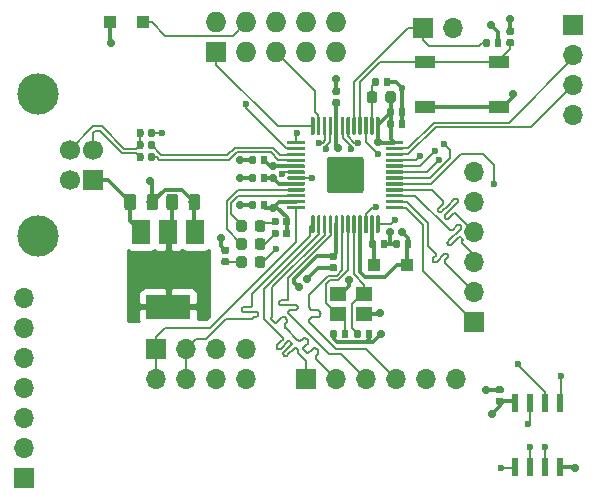
<source format=gbr>
%TF.GenerationSoftware,KiCad,Pcbnew,5.0.2*%
%TF.CreationDate,2019-03-11T08:20:50+08:00*%
%TF.ProjectId,elf2,656c6632-2e6b-4696-9361-645f70636258,rev?*%
%TF.SameCoordinates,Original*%
%TF.FileFunction,Copper,L1,Top*%
%TF.FilePolarity,Positive*%
%FSLAX46Y46*%
G04 Gerber Fmt 4.6, Leading zero omitted, Abs format (unit mm)*
G04 Created by KiCad (PCBNEW 5.0.2) date 2019年03月11日 星期一 08时20分50秒*
%MOMM*%
%LPD*%
G01*
G04 APERTURE LIST*
%ADD10R,1.500000X2.000000*%
%ADD11R,3.800000X2.000000*%
%ADD12R,0.600000X1.550000*%
%ADD13C,0.350000*%
%ADD14C,0.590000*%
%ADD15R,1.700000X1.700000*%
%ADD16O,1.700000X1.700000*%
%ADD17R,1.400000X1.200000*%
%ADD18C,0.875000*%
%ADD19R,1.700000X1.000000*%
%ADD20R,1.727200X1.727200*%
%ADD21O,1.727200X1.727200*%
%ADD22C,3.100000*%
%ADD23C,0.300000*%
%ADD24C,0.975000*%
%ADD25C,1.700000*%
%ADD26C,3.500000*%
%ADD27R,1.100000X1.100000*%
%ADD28C,0.600000*%
%ADD29C,0.700000*%
%ADD30C,1.200000*%
%ADD31C,2.000000*%
%ADD32C,0.200000*%
%ADD33C,0.300000*%
%ADD34C,0.254000*%
%ADD35C,0.350000*%
G04 APERTURE END LIST*
D10*
X119140000Y-67335000D03*
X114540000Y-67335000D03*
X116840000Y-67335000D03*
D11*
X116840000Y-73635000D03*
D12*
X146235001Y-81809999D03*
X147505001Y-81809999D03*
X148775001Y-81809999D03*
X150045001Y-81809999D03*
X150045001Y-87209999D03*
X148775001Y-87209999D03*
X147505001Y-87209999D03*
X146235001Y-87209999D03*
D13*
G36*
X145093958Y-80373710D02*
X145108276Y-80375834D01*
X145122317Y-80379351D01*
X145135946Y-80384228D01*
X145149031Y-80390417D01*
X145161447Y-80397858D01*
X145173073Y-80406481D01*
X145183798Y-80416202D01*
X145193519Y-80426927D01*
X145202142Y-80438553D01*
X145209583Y-80450969D01*
X145215772Y-80464054D01*
X145220649Y-80477683D01*
X145224166Y-80491724D01*
X145226290Y-80506042D01*
X145227000Y-80520500D01*
X145227000Y-80815500D01*
X145226290Y-80829958D01*
X145224166Y-80844276D01*
X145220649Y-80858317D01*
X145215772Y-80871946D01*
X145209583Y-80885031D01*
X145202142Y-80897447D01*
X145193519Y-80909073D01*
X145183798Y-80919798D01*
X145173073Y-80929519D01*
X145161447Y-80938142D01*
X145149031Y-80945583D01*
X145135946Y-80951772D01*
X145122317Y-80956649D01*
X145108276Y-80960166D01*
X145093958Y-80962290D01*
X145079500Y-80963000D01*
X144734500Y-80963000D01*
X144720042Y-80962290D01*
X144705724Y-80960166D01*
X144691683Y-80956649D01*
X144678054Y-80951772D01*
X144664969Y-80945583D01*
X144652553Y-80938142D01*
X144640927Y-80929519D01*
X144630202Y-80919798D01*
X144620481Y-80909073D01*
X144611858Y-80897447D01*
X144604417Y-80885031D01*
X144598228Y-80871946D01*
X144593351Y-80858317D01*
X144589834Y-80844276D01*
X144587710Y-80829958D01*
X144587000Y-80815500D01*
X144587000Y-80520500D01*
X144587710Y-80506042D01*
X144589834Y-80491724D01*
X144593351Y-80477683D01*
X144598228Y-80464054D01*
X144604417Y-80450969D01*
X144611858Y-80438553D01*
X144620481Y-80426927D01*
X144630202Y-80416202D01*
X144640927Y-80406481D01*
X144652553Y-80397858D01*
X144664969Y-80390417D01*
X144678054Y-80384228D01*
X144691683Y-80379351D01*
X144705724Y-80375834D01*
X144720042Y-80373710D01*
X144734500Y-80373000D01*
X145079500Y-80373000D01*
X145093958Y-80373710D01*
X145093958Y-80373710D01*
G37*
D14*
X144907000Y-80668000D03*
D13*
G36*
X145093958Y-81343710D02*
X145108276Y-81345834D01*
X145122317Y-81349351D01*
X145135946Y-81354228D01*
X145149031Y-81360417D01*
X145161447Y-81367858D01*
X145173073Y-81376481D01*
X145183798Y-81386202D01*
X145193519Y-81396927D01*
X145202142Y-81408553D01*
X145209583Y-81420969D01*
X145215772Y-81434054D01*
X145220649Y-81447683D01*
X145224166Y-81461724D01*
X145226290Y-81476042D01*
X145227000Y-81490500D01*
X145227000Y-81785500D01*
X145226290Y-81799958D01*
X145224166Y-81814276D01*
X145220649Y-81828317D01*
X145215772Y-81841946D01*
X145209583Y-81855031D01*
X145202142Y-81867447D01*
X145193519Y-81879073D01*
X145183798Y-81889798D01*
X145173073Y-81899519D01*
X145161447Y-81908142D01*
X145149031Y-81915583D01*
X145135946Y-81921772D01*
X145122317Y-81926649D01*
X145108276Y-81930166D01*
X145093958Y-81932290D01*
X145079500Y-81933000D01*
X144734500Y-81933000D01*
X144720042Y-81932290D01*
X144705724Y-81930166D01*
X144691683Y-81926649D01*
X144678054Y-81921772D01*
X144664969Y-81915583D01*
X144652553Y-81908142D01*
X144640927Y-81899519D01*
X144630202Y-81889798D01*
X144620481Y-81879073D01*
X144611858Y-81867447D01*
X144604417Y-81855031D01*
X144598228Y-81841946D01*
X144593351Y-81828317D01*
X144589834Y-81814276D01*
X144587710Y-81799958D01*
X144587000Y-81785500D01*
X144587000Y-81490500D01*
X144587710Y-81476042D01*
X144589834Y-81461724D01*
X144593351Y-81447683D01*
X144598228Y-81434054D01*
X144604417Y-81420969D01*
X144611858Y-81408553D01*
X144620481Y-81396927D01*
X144630202Y-81386202D01*
X144640927Y-81376481D01*
X144652553Y-81367858D01*
X144664969Y-81360417D01*
X144678054Y-81354228D01*
X144691683Y-81349351D01*
X144705724Y-81345834D01*
X144720042Y-81343710D01*
X144734500Y-81343000D01*
X145079500Y-81343000D01*
X145093958Y-81343710D01*
X145093958Y-81343710D01*
G37*
D14*
X144907000Y-81638000D03*
D15*
X104648000Y-88138000D03*
D16*
X104648000Y-85598000D03*
X104648000Y-83058000D03*
X104648000Y-80518000D03*
X104648000Y-77978000D03*
X104648000Y-75438000D03*
X104648000Y-72898000D03*
D17*
X131234000Y-74256000D03*
X133434000Y-74256000D03*
X133434000Y-72556000D03*
X131234000Y-72556000D03*
D13*
G36*
X124852691Y-69376053D02*
X124873926Y-69379203D01*
X124894750Y-69384419D01*
X124914962Y-69391651D01*
X124934368Y-69400830D01*
X124952781Y-69411866D01*
X124970024Y-69424654D01*
X124985930Y-69439070D01*
X125000346Y-69454976D01*
X125013134Y-69472219D01*
X125024170Y-69490632D01*
X125033349Y-69510038D01*
X125040581Y-69530250D01*
X125045797Y-69551074D01*
X125048947Y-69572309D01*
X125050000Y-69593750D01*
X125050000Y-70106250D01*
X125048947Y-70127691D01*
X125045797Y-70148926D01*
X125040581Y-70169750D01*
X125033349Y-70189962D01*
X125024170Y-70209368D01*
X125013134Y-70227781D01*
X125000346Y-70245024D01*
X124985930Y-70260930D01*
X124970024Y-70275346D01*
X124952781Y-70288134D01*
X124934368Y-70299170D01*
X124914962Y-70308349D01*
X124894750Y-70315581D01*
X124873926Y-70320797D01*
X124852691Y-70323947D01*
X124831250Y-70325000D01*
X124393750Y-70325000D01*
X124372309Y-70323947D01*
X124351074Y-70320797D01*
X124330250Y-70315581D01*
X124310038Y-70308349D01*
X124290632Y-70299170D01*
X124272219Y-70288134D01*
X124254976Y-70275346D01*
X124239070Y-70260930D01*
X124224654Y-70245024D01*
X124211866Y-70227781D01*
X124200830Y-70209368D01*
X124191651Y-70189962D01*
X124184419Y-70169750D01*
X124179203Y-70148926D01*
X124176053Y-70127691D01*
X124175000Y-70106250D01*
X124175000Y-69593750D01*
X124176053Y-69572309D01*
X124179203Y-69551074D01*
X124184419Y-69530250D01*
X124191651Y-69510038D01*
X124200830Y-69490632D01*
X124211866Y-69472219D01*
X124224654Y-69454976D01*
X124239070Y-69439070D01*
X124254976Y-69424654D01*
X124272219Y-69411866D01*
X124290632Y-69400830D01*
X124310038Y-69391651D01*
X124330250Y-69384419D01*
X124351074Y-69379203D01*
X124372309Y-69376053D01*
X124393750Y-69375000D01*
X124831250Y-69375000D01*
X124852691Y-69376053D01*
X124852691Y-69376053D01*
G37*
D18*
X124612500Y-69850000D03*
D13*
G36*
X123277691Y-69376053D02*
X123298926Y-69379203D01*
X123319750Y-69384419D01*
X123339962Y-69391651D01*
X123359368Y-69400830D01*
X123377781Y-69411866D01*
X123395024Y-69424654D01*
X123410930Y-69439070D01*
X123425346Y-69454976D01*
X123438134Y-69472219D01*
X123449170Y-69490632D01*
X123458349Y-69510038D01*
X123465581Y-69530250D01*
X123470797Y-69551074D01*
X123473947Y-69572309D01*
X123475000Y-69593750D01*
X123475000Y-70106250D01*
X123473947Y-70127691D01*
X123470797Y-70148926D01*
X123465581Y-70169750D01*
X123458349Y-70189962D01*
X123449170Y-70209368D01*
X123438134Y-70227781D01*
X123425346Y-70245024D01*
X123410930Y-70260930D01*
X123395024Y-70275346D01*
X123377781Y-70288134D01*
X123359368Y-70299170D01*
X123339962Y-70308349D01*
X123319750Y-70315581D01*
X123298926Y-70320797D01*
X123277691Y-70323947D01*
X123256250Y-70325000D01*
X122818750Y-70325000D01*
X122797309Y-70323947D01*
X122776074Y-70320797D01*
X122755250Y-70315581D01*
X122735038Y-70308349D01*
X122715632Y-70299170D01*
X122697219Y-70288134D01*
X122679976Y-70275346D01*
X122664070Y-70260930D01*
X122649654Y-70245024D01*
X122636866Y-70227781D01*
X122625830Y-70209368D01*
X122616651Y-70189962D01*
X122609419Y-70169750D01*
X122604203Y-70148926D01*
X122601053Y-70127691D01*
X122600000Y-70106250D01*
X122600000Y-69593750D01*
X122601053Y-69572309D01*
X122604203Y-69551074D01*
X122609419Y-69530250D01*
X122616651Y-69510038D01*
X122625830Y-69490632D01*
X122636866Y-69472219D01*
X122649654Y-69454976D01*
X122664070Y-69439070D01*
X122679976Y-69424654D01*
X122697219Y-69411866D01*
X122715632Y-69400830D01*
X122735038Y-69391651D01*
X122755250Y-69384419D01*
X122776074Y-69379203D01*
X122797309Y-69376053D01*
X122818750Y-69375000D01*
X123256250Y-69375000D01*
X123277691Y-69376053D01*
X123277691Y-69376053D01*
G37*
D18*
X123037500Y-69850000D03*
D13*
G36*
X124852691Y-67852053D02*
X124873926Y-67855203D01*
X124894750Y-67860419D01*
X124914962Y-67867651D01*
X124934368Y-67876830D01*
X124952781Y-67887866D01*
X124970024Y-67900654D01*
X124985930Y-67915070D01*
X125000346Y-67930976D01*
X125013134Y-67948219D01*
X125024170Y-67966632D01*
X125033349Y-67986038D01*
X125040581Y-68006250D01*
X125045797Y-68027074D01*
X125048947Y-68048309D01*
X125050000Y-68069750D01*
X125050000Y-68582250D01*
X125048947Y-68603691D01*
X125045797Y-68624926D01*
X125040581Y-68645750D01*
X125033349Y-68665962D01*
X125024170Y-68685368D01*
X125013134Y-68703781D01*
X125000346Y-68721024D01*
X124985930Y-68736930D01*
X124970024Y-68751346D01*
X124952781Y-68764134D01*
X124934368Y-68775170D01*
X124914962Y-68784349D01*
X124894750Y-68791581D01*
X124873926Y-68796797D01*
X124852691Y-68799947D01*
X124831250Y-68801000D01*
X124393750Y-68801000D01*
X124372309Y-68799947D01*
X124351074Y-68796797D01*
X124330250Y-68791581D01*
X124310038Y-68784349D01*
X124290632Y-68775170D01*
X124272219Y-68764134D01*
X124254976Y-68751346D01*
X124239070Y-68736930D01*
X124224654Y-68721024D01*
X124211866Y-68703781D01*
X124200830Y-68685368D01*
X124191651Y-68665962D01*
X124184419Y-68645750D01*
X124179203Y-68624926D01*
X124176053Y-68603691D01*
X124175000Y-68582250D01*
X124175000Y-68069750D01*
X124176053Y-68048309D01*
X124179203Y-68027074D01*
X124184419Y-68006250D01*
X124191651Y-67986038D01*
X124200830Y-67966632D01*
X124211866Y-67948219D01*
X124224654Y-67930976D01*
X124239070Y-67915070D01*
X124254976Y-67900654D01*
X124272219Y-67887866D01*
X124290632Y-67876830D01*
X124310038Y-67867651D01*
X124330250Y-67860419D01*
X124351074Y-67855203D01*
X124372309Y-67852053D01*
X124393750Y-67851000D01*
X124831250Y-67851000D01*
X124852691Y-67852053D01*
X124852691Y-67852053D01*
G37*
D18*
X124612500Y-68326000D03*
D13*
G36*
X123277691Y-67852053D02*
X123298926Y-67855203D01*
X123319750Y-67860419D01*
X123339962Y-67867651D01*
X123359368Y-67876830D01*
X123377781Y-67887866D01*
X123395024Y-67900654D01*
X123410930Y-67915070D01*
X123425346Y-67930976D01*
X123438134Y-67948219D01*
X123449170Y-67966632D01*
X123458349Y-67986038D01*
X123465581Y-68006250D01*
X123470797Y-68027074D01*
X123473947Y-68048309D01*
X123475000Y-68069750D01*
X123475000Y-68582250D01*
X123473947Y-68603691D01*
X123470797Y-68624926D01*
X123465581Y-68645750D01*
X123458349Y-68665962D01*
X123449170Y-68685368D01*
X123438134Y-68703781D01*
X123425346Y-68721024D01*
X123410930Y-68736930D01*
X123395024Y-68751346D01*
X123377781Y-68764134D01*
X123359368Y-68775170D01*
X123339962Y-68784349D01*
X123319750Y-68791581D01*
X123298926Y-68796797D01*
X123277691Y-68799947D01*
X123256250Y-68801000D01*
X122818750Y-68801000D01*
X122797309Y-68799947D01*
X122776074Y-68796797D01*
X122755250Y-68791581D01*
X122735038Y-68784349D01*
X122715632Y-68775170D01*
X122697219Y-68764134D01*
X122679976Y-68751346D01*
X122664070Y-68736930D01*
X122649654Y-68721024D01*
X122636866Y-68703781D01*
X122625830Y-68685368D01*
X122616651Y-68665962D01*
X122609419Y-68645750D01*
X122604203Y-68624926D01*
X122601053Y-68603691D01*
X122600000Y-68582250D01*
X122600000Y-68069750D01*
X122601053Y-68048309D01*
X122604203Y-68027074D01*
X122609419Y-68006250D01*
X122616651Y-67986038D01*
X122625830Y-67966632D01*
X122636866Y-67948219D01*
X122649654Y-67930976D01*
X122664070Y-67915070D01*
X122679976Y-67900654D01*
X122697219Y-67887866D01*
X122715632Y-67876830D01*
X122735038Y-67867651D01*
X122755250Y-67860419D01*
X122776074Y-67855203D01*
X122797309Y-67852053D01*
X122818750Y-67851000D01*
X123256250Y-67851000D01*
X123277691Y-67852053D01*
X123277691Y-67852053D01*
G37*
D18*
X123037500Y-68326000D03*
D13*
G36*
X123277691Y-66328053D02*
X123298926Y-66331203D01*
X123319750Y-66336419D01*
X123339962Y-66343651D01*
X123359368Y-66352830D01*
X123377781Y-66363866D01*
X123395024Y-66376654D01*
X123410930Y-66391070D01*
X123425346Y-66406976D01*
X123438134Y-66424219D01*
X123449170Y-66442632D01*
X123458349Y-66462038D01*
X123465581Y-66482250D01*
X123470797Y-66503074D01*
X123473947Y-66524309D01*
X123475000Y-66545750D01*
X123475000Y-67058250D01*
X123473947Y-67079691D01*
X123470797Y-67100926D01*
X123465581Y-67121750D01*
X123458349Y-67141962D01*
X123449170Y-67161368D01*
X123438134Y-67179781D01*
X123425346Y-67197024D01*
X123410930Y-67212930D01*
X123395024Y-67227346D01*
X123377781Y-67240134D01*
X123359368Y-67251170D01*
X123339962Y-67260349D01*
X123319750Y-67267581D01*
X123298926Y-67272797D01*
X123277691Y-67275947D01*
X123256250Y-67277000D01*
X122818750Y-67277000D01*
X122797309Y-67275947D01*
X122776074Y-67272797D01*
X122755250Y-67267581D01*
X122735038Y-67260349D01*
X122715632Y-67251170D01*
X122697219Y-67240134D01*
X122679976Y-67227346D01*
X122664070Y-67212930D01*
X122649654Y-67197024D01*
X122636866Y-67179781D01*
X122625830Y-67161368D01*
X122616651Y-67141962D01*
X122609419Y-67121750D01*
X122604203Y-67100926D01*
X122601053Y-67079691D01*
X122600000Y-67058250D01*
X122600000Y-66545750D01*
X122601053Y-66524309D01*
X122604203Y-66503074D01*
X122609419Y-66482250D01*
X122616651Y-66462038D01*
X122625830Y-66442632D01*
X122636866Y-66424219D01*
X122649654Y-66406976D01*
X122664070Y-66391070D01*
X122679976Y-66376654D01*
X122697219Y-66363866D01*
X122715632Y-66352830D01*
X122735038Y-66343651D01*
X122755250Y-66336419D01*
X122776074Y-66331203D01*
X122797309Y-66328053D01*
X122818750Y-66327000D01*
X123256250Y-66327000D01*
X123277691Y-66328053D01*
X123277691Y-66328053D01*
G37*
D18*
X123037500Y-66802000D03*
D13*
G36*
X124852691Y-66328053D02*
X124873926Y-66331203D01*
X124894750Y-66336419D01*
X124914962Y-66343651D01*
X124934368Y-66352830D01*
X124952781Y-66363866D01*
X124970024Y-66376654D01*
X124985930Y-66391070D01*
X125000346Y-66406976D01*
X125013134Y-66424219D01*
X125024170Y-66442632D01*
X125033349Y-66462038D01*
X125040581Y-66482250D01*
X125045797Y-66503074D01*
X125048947Y-66524309D01*
X125050000Y-66545750D01*
X125050000Y-67058250D01*
X125048947Y-67079691D01*
X125045797Y-67100926D01*
X125040581Y-67121750D01*
X125033349Y-67141962D01*
X125024170Y-67161368D01*
X125013134Y-67179781D01*
X125000346Y-67197024D01*
X124985930Y-67212930D01*
X124970024Y-67227346D01*
X124952781Y-67240134D01*
X124934368Y-67251170D01*
X124914962Y-67260349D01*
X124894750Y-67267581D01*
X124873926Y-67272797D01*
X124852691Y-67275947D01*
X124831250Y-67277000D01*
X124393750Y-67277000D01*
X124372309Y-67275947D01*
X124351074Y-67272797D01*
X124330250Y-67267581D01*
X124310038Y-67260349D01*
X124290632Y-67251170D01*
X124272219Y-67240134D01*
X124254976Y-67227346D01*
X124239070Y-67212930D01*
X124224654Y-67197024D01*
X124211866Y-67179781D01*
X124200830Y-67161368D01*
X124191651Y-67141962D01*
X124184419Y-67121750D01*
X124179203Y-67100926D01*
X124176053Y-67079691D01*
X124175000Y-67058250D01*
X124175000Y-66545750D01*
X124176053Y-66524309D01*
X124179203Y-66503074D01*
X124184419Y-66482250D01*
X124191651Y-66462038D01*
X124200830Y-66442632D01*
X124211866Y-66424219D01*
X124224654Y-66406976D01*
X124239070Y-66391070D01*
X124254976Y-66376654D01*
X124272219Y-66363866D01*
X124290632Y-66352830D01*
X124310038Y-66343651D01*
X124330250Y-66336419D01*
X124351074Y-66331203D01*
X124372309Y-66328053D01*
X124393750Y-66327000D01*
X124831250Y-66327000D01*
X124852691Y-66328053D01*
X124852691Y-66328053D01*
G37*
D18*
X124612500Y-66802000D03*
D13*
G36*
X127011958Y-66101710D02*
X127026276Y-66103834D01*
X127040317Y-66107351D01*
X127053946Y-66112228D01*
X127067031Y-66118417D01*
X127079447Y-66125858D01*
X127091073Y-66134481D01*
X127101798Y-66144202D01*
X127111519Y-66154927D01*
X127120142Y-66166553D01*
X127127583Y-66178969D01*
X127133772Y-66192054D01*
X127138649Y-66205683D01*
X127142166Y-66219724D01*
X127144290Y-66234042D01*
X127145000Y-66248500D01*
X127145000Y-66593500D01*
X127144290Y-66607958D01*
X127142166Y-66622276D01*
X127138649Y-66636317D01*
X127133772Y-66649946D01*
X127127583Y-66663031D01*
X127120142Y-66675447D01*
X127111519Y-66687073D01*
X127101798Y-66697798D01*
X127091073Y-66707519D01*
X127079447Y-66716142D01*
X127067031Y-66723583D01*
X127053946Y-66729772D01*
X127040317Y-66734649D01*
X127026276Y-66738166D01*
X127011958Y-66740290D01*
X126997500Y-66741000D01*
X126702500Y-66741000D01*
X126688042Y-66740290D01*
X126673724Y-66738166D01*
X126659683Y-66734649D01*
X126646054Y-66729772D01*
X126632969Y-66723583D01*
X126620553Y-66716142D01*
X126608927Y-66707519D01*
X126598202Y-66697798D01*
X126588481Y-66687073D01*
X126579858Y-66675447D01*
X126572417Y-66663031D01*
X126566228Y-66649946D01*
X126561351Y-66636317D01*
X126557834Y-66622276D01*
X126555710Y-66607958D01*
X126555000Y-66593500D01*
X126555000Y-66248500D01*
X126555710Y-66234042D01*
X126557834Y-66219724D01*
X126561351Y-66205683D01*
X126566228Y-66192054D01*
X126572417Y-66178969D01*
X126579858Y-66166553D01*
X126588481Y-66154927D01*
X126598202Y-66144202D01*
X126608927Y-66134481D01*
X126620553Y-66125858D01*
X126632969Y-66118417D01*
X126646054Y-66112228D01*
X126659683Y-66107351D01*
X126673724Y-66103834D01*
X126688042Y-66101710D01*
X126702500Y-66101000D01*
X126997500Y-66101000D01*
X127011958Y-66101710D01*
X127011958Y-66101710D01*
G37*
D14*
X126850000Y-66421000D03*
D13*
G36*
X126041958Y-66101710D02*
X126056276Y-66103834D01*
X126070317Y-66107351D01*
X126083946Y-66112228D01*
X126097031Y-66118417D01*
X126109447Y-66125858D01*
X126121073Y-66134481D01*
X126131798Y-66144202D01*
X126141519Y-66154927D01*
X126150142Y-66166553D01*
X126157583Y-66178969D01*
X126163772Y-66192054D01*
X126168649Y-66205683D01*
X126172166Y-66219724D01*
X126174290Y-66234042D01*
X126175000Y-66248500D01*
X126175000Y-66593500D01*
X126174290Y-66607958D01*
X126172166Y-66622276D01*
X126168649Y-66636317D01*
X126163772Y-66649946D01*
X126157583Y-66663031D01*
X126150142Y-66675447D01*
X126141519Y-66687073D01*
X126131798Y-66697798D01*
X126121073Y-66707519D01*
X126109447Y-66716142D01*
X126097031Y-66723583D01*
X126083946Y-66729772D01*
X126070317Y-66734649D01*
X126056276Y-66738166D01*
X126041958Y-66740290D01*
X126027500Y-66741000D01*
X125732500Y-66741000D01*
X125718042Y-66740290D01*
X125703724Y-66738166D01*
X125689683Y-66734649D01*
X125676054Y-66729772D01*
X125662969Y-66723583D01*
X125650553Y-66716142D01*
X125638927Y-66707519D01*
X125628202Y-66697798D01*
X125618481Y-66687073D01*
X125609858Y-66675447D01*
X125602417Y-66663031D01*
X125596228Y-66649946D01*
X125591351Y-66636317D01*
X125587834Y-66622276D01*
X125585710Y-66607958D01*
X125585000Y-66593500D01*
X125585000Y-66248500D01*
X125585710Y-66234042D01*
X125587834Y-66219724D01*
X125591351Y-66205683D01*
X125596228Y-66192054D01*
X125602417Y-66178969D01*
X125609858Y-66166553D01*
X125618481Y-66154927D01*
X125628202Y-66144202D01*
X125638927Y-66134481D01*
X125650553Y-66125858D01*
X125662969Y-66118417D01*
X125676054Y-66112228D01*
X125689683Y-66107351D01*
X125703724Y-66103834D01*
X125718042Y-66101710D01*
X125732500Y-66101000D01*
X126027500Y-66101000D01*
X126041958Y-66101710D01*
X126041958Y-66101710D01*
G37*
D14*
X125880000Y-66421000D03*
D13*
G36*
X126041958Y-67117710D02*
X126056276Y-67119834D01*
X126070317Y-67123351D01*
X126083946Y-67128228D01*
X126097031Y-67134417D01*
X126109447Y-67141858D01*
X126121073Y-67150481D01*
X126131798Y-67160202D01*
X126141519Y-67170927D01*
X126150142Y-67182553D01*
X126157583Y-67194969D01*
X126163772Y-67208054D01*
X126168649Y-67221683D01*
X126172166Y-67235724D01*
X126174290Y-67250042D01*
X126175000Y-67264500D01*
X126175000Y-67609500D01*
X126174290Y-67623958D01*
X126172166Y-67638276D01*
X126168649Y-67652317D01*
X126163772Y-67665946D01*
X126157583Y-67679031D01*
X126150142Y-67691447D01*
X126141519Y-67703073D01*
X126131798Y-67713798D01*
X126121073Y-67723519D01*
X126109447Y-67732142D01*
X126097031Y-67739583D01*
X126083946Y-67745772D01*
X126070317Y-67750649D01*
X126056276Y-67754166D01*
X126041958Y-67756290D01*
X126027500Y-67757000D01*
X125732500Y-67757000D01*
X125718042Y-67756290D01*
X125703724Y-67754166D01*
X125689683Y-67750649D01*
X125676054Y-67745772D01*
X125662969Y-67739583D01*
X125650553Y-67732142D01*
X125638927Y-67723519D01*
X125628202Y-67713798D01*
X125618481Y-67703073D01*
X125609858Y-67691447D01*
X125602417Y-67679031D01*
X125596228Y-67665946D01*
X125591351Y-67652317D01*
X125587834Y-67638276D01*
X125585710Y-67623958D01*
X125585000Y-67609500D01*
X125585000Y-67264500D01*
X125585710Y-67250042D01*
X125587834Y-67235724D01*
X125591351Y-67221683D01*
X125596228Y-67208054D01*
X125602417Y-67194969D01*
X125609858Y-67182553D01*
X125618481Y-67170927D01*
X125628202Y-67160202D01*
X125638927Y-67150481D01*
X125650553Y-67141858D01*
X125662969Y-67134417D01*
X125676054Y-67128228D01*
X125689683Y-67123351D01*
X125703724Y-67119834D01*
X125718042Y-67117710D01*
X125732500Y-67117000D01*
X126027500Y-67117000D01*
X126041958Y-67117710D01*
X126041958Y-67117710D01*
G37*
D14*
X125880000Y-67437000D03*
D13*
G36*
X127011958Y-67117710D02*
X127026276Y-67119834D01*
X127040317Y-67123351D01*
X127053946Y-67128228D01*
X127067031Y-67134417D01*
X127079447Y-67141858D01*
X127091073Y-67150481D01*
X127101798Y-67160202D01*
X127111519Y-67170927D01*
X127120142Y-67182553D01*
X127127583Y-67194969D01*
X127133772Y-67208054D01*
X127138649Y-67221683D01*
X127142166Y-67235724D01*
X127144290Y-67250042D01*
X127145000Y-67264500D01*
X127145000Y-67609500D01*
X127144290Y-67623958D01*
X127142166Y-67638276D01*
X127138649Y-67652317D01*
X127133772Y-67665946D01*
X127127583Y-67679031D01*
X127120142Y-67691447D01*
X127111519Y-67703073D01*
X127101798Y-67713798D01*
X127091073Y-67723519D01*
X127079447Y-67732142D01*
X127067031Y-67739583D01*
X127053946Y-67745772D01*
X127040317Y-67750649D01*
X127026276Y-67754166D01*
X127011958Y-67756290D01*
X126997500Y-67757000D01*
X126702500Y-67757000D01*
X126688042Y-67756290D01*
X126673724Y-67754166D01*
X126659683Y-67750649D01*
X126646054Y-67745772D01*
X126632969Y-67739583D01*
X126620553Y-67732142D01*
X126608927Y-67723519D01*
X126598202Y-67713798D01*
X126588481Y-67703073D01*
X126579858Y-67691447D01*
X126572417Y-67679031D01*
X126566228Y-67665946D01*
X126561351Y-67652317D01*
X126557834Y-67638276D01*
X126555710Y-67623958D01*
X126555000Y-67609500D01*
X126555000Y-67264500D01*
X126555710Y-67250042D01*
X126557834Y-67235724D01*
X126561351Y-67221683D01*
X126566228Y-67208054D01*
X126572417Y-67194969D01*
X126579858Y-67182553D01*
X126588481Y-67170927D01*
X126598202Y-67160202D01*
X126608927Y-67150481D01*
X126620553Y-67141858D01*
X126632969Y-67134417D01*
X126646054Y-67128228D01*
X126659683Y-67123351D01*
X126673724Y-67119834D01*
X126688042Y-67117710D01*
X126702500Y-67117000D01*
X126997500Y-67117000D01*
X127011958Y-67117710D01*
X127011958Y-67117710D01*
G37*
D14*
X126850000Y-67437000D03*
D13*
G36*
X121852958Y-68562710D02*
X121867276Y-68564834D01*
X121881317Y-68568351D01*
X121894946Y-68573228D01*
X121908031Y-68579417D01*
X121920447Y-68586858D01*
X121932073Y-68595481D01*
X121942798Y-68605202D01*
X121952519Y-68615927D01*
X121961142Y-68627553D01*
X121968583Y-68639969D01*
X121974772Y-68653054D01*
X121979649Y-68666683D01*
X121983166Y-68680724D01*
X121985290Y-68695042D01*
X121986000Y-68709500D01*
X121986000Y-69004500D01*
X121985290Y-69018958D01*
X121983166Y-69033276D01*
X121979649Y-69047317D01*
X121974772Y-69060946D01*
X121968583Y-69074031D01*
X121961142Y-69086447D01*
X121952519Y-69098073D01*
X121942798Y-69108798D01*
X121932073Y-69118519D01*
X121920447Y-69127142D01*
X121908031Y-69134583D01*
X121894946Y-69140772D01*
X121881317Y-69145649D01*
X121867276Y-69149166D01*
X121852958Y-69151290D01*
X121838500Y-69152000D01*
X121493500Y-69152000D01*
X121479042Y-69151290D01*
X121464724Y-69149166D01*
X121450683Y-69145649D01*
X121437054Y-69140772D01*
X121423969Y-69134583D01*
X121411553Y-69127142D01*
X121399927Y-69118519D01*
X121389202Y-69108798D01*
X121379481Y-69098073D01*
X121370858Y-69086447D01*
X121363417Y-69074031D01*
X121357228Y-69060946D01*
X121352351Y-69047317D01*
X121348834Y-69033276D01*
X121346710Y-69018958D01*
X121346000Y-69004500D01*
X121346000Y-68709500D01*
X121346710Y-68695042D01*
X121348834Y-68680724D01*
X121352351Y-68666683D01*
X121357228Y-68653054D01*
X121363417Y-68639969D01*
X121370858Y-68627553D01*
X121379481Y-68615927D01*
X121389202Y-68605202D01*
X121399927Y-68595481D01*
X121411553Y-68586858D01*
X121423969Y-68579417D01*
X121437054Y-68573228D01*
X121450683Y-68568351D01*
X121464724Y-68564834D01*
X121479042Y-68562710D01*
X121493500Y-68562000D01*
X121838500Y-68562000D01*
X121852958Y-68562710D01*
X121852958Y-68562710D01*
G37*
D14*
X121666000Y-68857000D03*
D13*
G36*
X121852958Y-69532710D02*
X121867276Y-69534834D01*
X121881317Y-69538351D01*
X121894946Y-69543228D01*
X121908031Y-69549417D01*
X121920447Y-69556858D01*
X121932073Y-69565481D01*
X121942798Y-69575202D01*
X121952519Y-69585927D01*
X121961142Y-69597553D01*
X121968583Y-69609969D01*
X121974772Y-69623054D01*
X121979649Y-69636683D01*
X121983166Y-69650724D01*
X121985290Y-69665042D01*
X121986000Y-69679500D01*
X121986000Y-69974500D01*
X121985290Y-69988958D01*
X121983166Y-70003276D01*
X121979649Y-70017317D01*
X121974772Y-70030946D01*
X121968583Y-70044031D01*
X121961142Y-70056447D01*
X121952519Y-70068073D01*
X121942798Y-70078798D01*
X121932073Y-70088519D01*
X121920447Y-70097142D01*
X121908031Y-70104583D01*
X121894946Y-70110772D01*
X121881317Y-70115649D01*
X121867276Y-70119166D01*
X121852958Y-70121290D01*
X121838500Y-70122000D01*
X121493500Y-70122000D01*
X121479042Y-70121290D01*
X121464724Y-70119166D01*
X121450683Y-70115649D01*
X121437054Y-70110772D01*
X121423969Y-70104583D01*
X121411553Y-70097142D01*
X121399927Y-70088519D01*
X121389202Y-70078798D01*
X121379481Y-70068073D01*
X121370858Y-70056447D01*
X121363417Y-70044031D01*
X121357228Y-70030946D01*
X121352351Y-70017317D01*
X121348834Y-70003276D01*
X121346710Y-69988958D01*
X121346000Y-69974500D01*
X121346000Y-69679500D01*
X121346710Y-69665042D01*
X121348834Y-69650724D01*
X121352351Y-69636683D01*
X121357228Y-69623054D01*
X121363417Y-69609969D01*
X121370858Y-69597553D01*
X121379481Y-69585927D01*
X121389202Y-69575202D01*
X121399927Y-69565481D01*
X121411553Y-69556858D01*
X121423969Y-69549417D01*
X121437054Y-69543228D01*
X121450683Y-69538351D01*
X121464724Y-69534834D01*
X121479042Y-69532710D01*
X121493500Y-69532000D01*
X121838500Y-69532000D01*
X121852958Y-69532710D01*
X121852958Y-69532710D01*
G37*
D14*
X121666000Y-69827000D03*
D15*
X151130000Y-49784000D03*
D16*
X151130000Y-52324000D03*
X151130000Y-54864000D03*
X151130000Y-57404000D03*
D15*
X142748000Y-74930000D03*
D16*
X142748000Y-72390000D03*
X142748000Y-69850000D03*
X142748000Y-67310000D03*
X142748000Y-64770000D03*
X142748000Y-62230000D03*
D15*
X128524000Y-79756000D03*
D16*
X131064000Y-79756000D03*
X133604000Y-79756000D03*
X136144000Y-79756000D03*
X138684000Y-79756000D03*
X141224000Y-79756000D03*
D15*
X115824000Y-77216000D03*
D16*
X115824000Y-79756000D03*
X118364000Y-77216000D03*
X118364000Y-79756000D03*
X120904000Y-77216000D03*
X120904000Y-79756000D03*
X123444000Y-77216000D03*
X123444000Y-79756000D03*
D19*
X138539001Y-52941001D03*
X144839001Y-52941001D03*
X138539001Y-56741001D03*
X144839001Y-56741001D03*
D13*
G36*
X145982958Y-50990710D02*
X145997276Y-50992834D01*
X146011317Y-50996351D01*
X146024946Y-51001228D01*
X146038031Y-51007417D01*
X146050447Y-51014858D01*
X146062073Y-51023481D01*
X146072798Y-51033202D01*
X146082519Y-51043927D01*
X146091142Y-51055553D01*
X146098583Y-51067969D01*
X146104772Y-51081054D01*
X146109649Y-51094683D01*
X146113166Y-51108724D01*
X146115290Y-51123042D01*
X146116000Y-51137500D01*
X146116000Y-51432500D01*
X146115290Y-51446958D01*
X146113166Y-51461276D01*
X146109649Y-51475317D01*
X146104772Y-51488946D01*
X146098583Y-51502031D01*
X146091142Y-51514447D01*
X146082519Y-51526073D01*
X146072798Y-51536798D01*
X146062073Y-51546519D01*
X146050447Y-51555142D01*
X146038031Y-51562583D01*
X146024946Y-51568772D01*
X146011317Y-51573649D01*
X145997276Y-51577166D01*
X145982958Y-51579290D01*
X145968500Y-51580000D01*
X145623500Y-51580000D01*
X145609042Y-51579290D01*
X145594724Y-51577166D01*
X145580683Y-51573649D01*
X145567054Y-51568772D01*
X145553969Y-51562583D01*
X145541553Y-51555142D01*
X145529927Y-51546519D01*
X145519202Y-51536798D01*
X145509481Y-51526073D01*
X145500858Y-51514447D01*
X145493417Y-51502031D01*
X145487228Y-51488946D01*
X145482351Y-51475317D01*
X145478834Y-51461276D01*
X145476710Y-51446958D01*
X145476000Y-51432500D01*
X145476000Y-51137500D01*
X145476710Y-51123042D01*
X145478834Y-51108724D01*
X145482351Y-51094683D01*
X145487228Y-51081054D01*
X145493417Y-51067969D01*
X145500858Y-51055553D01*
X145509481Y-51043927D01*
X145519202Y-51033202D01*
X145529927Y-51023481D01*
X145541553Y-51014858D01*
X145553969Y-51007417D01*
X145567054Y-51001228D01*
X145580683Y-50996351D01*
X145594724Y-50992834D01*
X145609042Y-50990710D01*
X145623500Y-50990000D01*
X145968500Y-50990000D01*
X145982958Y-50990710D01*
X145982958Y-50990710D01*
G37*
D14*
X145796000Y-51285000D03*
D13*
G36*
X145982958Y-50020710D02*
X145997276Y-50022834D01*
X146011317Y-50026351D01*
X146024946Y-50031228D01*
X146038031Y-50037417D01*
X146050447Y-50044858D01*
X146062073Y-50053481D01*
X146072798Y-50063202D01*
X146082519Y-50073927D01*
X146091142Y-50085553D01*
X146098583Y-50097969D01*
X146104772Y-50111054D01*
X146109649Y-50124683D01*
X146113166Y-50138724D01*
X146115290Y-50153042D01*
X146116000Y-50167500D01*
X146116000Y-50462500D01*
X146115290Y-50476958D01*
X146113166Y-50491276D01*
X146109649Y-50505317D01*
X146104772Y-50518946D01*
X146098583Y-50532031D01*
X146091142Y-50544447D01*
X146082519Y-50556073D01*
X146072798Y-50566798D01*
X146062073Y-50576519D01*
X146050447Y-50585142D01*
X146038031Y-50592583D01*
X146024946Y-50598772D01*
X146011317Y-50603649D01*
X145997276Y-50607166D01*
X145982958Y-50609290D01*
X145968500Y-50610000D01*
X145623500Y-50610000D01*
X145609042Y-50609290D01*
X145594724Y-50607166D01*
X145580683Y-50603649D01*
X145567054Y-50598772D01*
X145553969Y-50592583D01*
X145541553Y-50585142D01*
X145529927Y-50576519D01*
X145519202Y-50566798D01*
X145509481Y-50556073D01*
X145500858Y-50544447D01*
X145493417Y-50532031D01*
X145487228Y-50518946D01*
X145482351Y-50505317D01*
X145478834Y-50491276D01*
X145476710Y-50476958D01*
X145476000Y-50462500D01*
X145476000Y-50167500D01*
X145476710Y-50153042D01*
X145478834Y-50138724D01*
X145482351Y-50124683D01*
X145487228Y-50111054D01*
X145493417Y-50097969D01*
X145500858Y-50085553D01*
X145509481Y-50073927D01*
X145519202Y-50063202D01*
X145529927Y-50053481D01*
X145541553Y-50044858D01*
X145553969Y-50037417D01*
X145567054Y-50031228D01*
X145580683Y-50026351D01*
X145594724Y-50022834D01*
X145609042Y-50020710D01*
X145623500Y-50020000D01*
X145968500Y-50020000D01*
X145982958Y-50020710D01*
X145982958Y-50020710D01*
G37*
D14*
X145796000Y-50315000D03*
D13*
G36*
X143948958Y-50988710D02*
X143963276Y-50990834D01*
X143977317Y-50994351D01*
X143990946Y-50999228D01*
X144004031Y-51005417D01*
X144016447Y-51012858D01*
X144028073Y-51021481D01*
X144038798Y-51031202D01*
X144048519Y-51041927D01*
X144057142Y-51053553D01*
X144064583Y-51065969D01*
X144070772Y-51079054D01*
X144075649Y-51092683D01*
X144079166Y-51106724D01*
X144081290Y-51121042D01*
X144082000Y-51135500D01*
X144082000Y-51480500D01*
X144081290Y-51494958D01*
X144079166Y-51509276D01*
X144075649Y-51523317D01*
X144070772Y-51536946D01*
X144064583Y-51550031D01*
X144057142Y-51562447D01*
X144048519Y-51574073D01*
X144038798Y-51584798D01*
X144028073Y-51594519D01*
X144016447Y-51603142D01*
X144004031Y-51610583D01*
X143990946Y-51616772D01*
X143977317Y-51621649D01*
X143963276Y-51625166D01*
X143948958Y-51627290D01*
X143934500Y-51628000D01*
X143639500Y-51628000D01*
X143625042Y-51627290D01*
X143610724Y-51625166D01*
X143596683Y-51621649D01*
X143583054Y-51616772D01*
X143569969Y-51610583D01*
X143557553Y-51603142D01*
X143545927Y-51594519D01*
X143535202Y-51584798D01*
X143525481Y-51574073D01*
X143516858Y-51562447D01*
X143509417Y-51550031D01*
X143503228Y-51536946D01*
X143498351Y-51523317D01*
X143494834Y-51509276D01*
X143492710Y-51494958D01*
X143492000Y-51480500D01*
X143492000Y-51135500D01*
X143492710Y-51121042D01*
X143494834Y-51106724D01*
X143498351Y-51092683D01*
X143503228Y-51079054D01*
X143509417Y-51065969D01*
X143516858Y-51053553D01*
X143525481Y-51041927D01*
X143535202Y-51031202D01*
X143545927Y-51021481D01*
X143557553Y-51012858D01*
X143569969Y-51005417D01*
X143583054Y-50999228D01*
X143596683Y-50994351D01*
X143610724Y-50990834D01*
X143625042Y-50988710D01*
X143639500Y-50988000D01*
X143934500Y-50988000D01*
X143948958Y-50988710D01*
X143948958Y-50988710D01*
G37*
D14*
X143787000Y-51308000D03*
D13*
G36*
X144918958Y-50988710D02*
X144933276Y-50990834D01*
X144947317Y-50994351D01*
X144960946Y-50999228D01*
X144974031Y-51005417D01*
X144986447Y-51012858D01*
X144998073Y-51021481D01*
X145008798Y-51031202D01*
X145018519Y-51041927D01*
X145027142Y-51053553D01*
X145034583Y-51065969D01*
X145040772Y-51079054D01*
X145045649Y-51092683D01*
X145049166Y-51106724D01*
X145051290Y-51121042D01*
X145052000Y-51135500D01*
X145052000Y-51480500D01*
X145051290Y-51494958D01*
X145049166Y-51509276D01*
X145045649Y-51523317D01*
X145040772Y-51536946D01*
X145034583Y-51550031D01*
X145027142Y-51562447D01*
X145018519Y-51574073D01*
X145008798Y-51584798D01*
X144998073Y-51594519D01*
X144986447Y-51603142D01*
X144974031Y-51610583D01*
X144960946Y-51616772D01*
X144947317Y-51621649D01*
X144933276Y-51625166D01*
X144918958Y-51627290D01*
X144904500Y-51628000D01*
X144609500Y-51628000D01*
X144595042Y-51627290D01*
X144580724Y-51625166D01*
X144566683Y-51621649D01*
X144553054Y-51616772D01*
X144539969Y-51610583D01*
X144527553Y-51603142D01*
X144515927Y-51594519D01*
X144505202Y-51584798D01*
X144495481Y-51574073D01*
X144486858Y-51562447D01*
X144479417Y-51550031D01*
X144473228Y-51536946D01*
X144468351Y-51523317D01*
X144464834Y-51509276D01*
X144462710Y-51494958D01*
X144462000Y-51480500D01*
X144462000Y-51135500D01*
X144462710Y-51121042D01*
X144464834Y-51106724D01*
X144468351Y-51092683D01*
X144473228Y-51079054D01*
X144479417Y-51065969D01*
X144486858Y-51053553D01*
X144495481Y-51041927D01*
X144505202Y-51031202D01*
X144515927Y-51021481D01*
X144527553Y-51012858D01*
X144539969Y-51005417D01*
X144553054Y-50999228D01*
X144566683Y-50994351D01*
X144580724Y-50990834D01*
X144595042Y-50988710D01*
X144609500Y-50988000D01*
X144904500Y-50988000D01*
X144918958Y-50988710D01*
X144918958Y-50988710D01*
G37*
D14*
X144757000Y-51308000D03*
D20*
X120904000Y-52070000D03*
D21*
X120904000Y-49530000D03*
X123444000Y-52070000D03*
X123444000Y-49530000D03*
X125984000Y-52070000D03*
X125984000Y-49530000D03*
X128524000Y-52070000D03*
X128524000Y-49530000D03*
X131064000Y-52070000D03*
X131064000Y-49530000D03*
D13*
G36*
X133157901Y-60935164D02*
X133181373Y-60938646D01*
X133204391Y-60944412D01*
X133226733Y-60952406D01*
X133248184Y-60962551D01*
X133268537Y-60974751D01*
X133287596Y-60988886D01*
X133305178Y-61004822D01*
X133321114Y-61022404D01*
X133335249Y-61041463D01*
X133347449Y-61061816D01*
X133357594Y-61083267D01*
X133365588Y-61105609D01*
X133371354Y-61128627D01*
X133374836Y-61152099D01*
X133376000Y-61175800D01*
X133376000Y-63792200D01*
X133374836Y-63815901D01*
X133371354Y-63839373D01*
X133365588Y-63862391D01*
X133357594Y-63884733D01*
X133347449Y-63906184D01*
X133335249Y-63926537D01*
X133321114Y-63945596D01*
X133305178Y-63963178D01*
X133287596Y-63979114D01*
X133268537Y-63993249D01*
X133248184Y-64005449D01*
X133226733Y-64015594D01*
X133204391Y-64023588D01*
X133181373Y-64029354D01*
X133157901Y-64032836D01*
X133134200Y-64034000D01*
X130517800Y-64034000D01*
X130494099Y-64032836D01*
X130470627Y-64029354D01*
X130447609Y-64023588D01*
X130425267Y-64015594D01*
X130403816Y-64005449D01*
X130383463Y-63993249D01*
X130364404Y-63979114D01*
X130346822Y-63963178D01*
X130330886Y-63945596D01*
X130316751Y-63926537D01*
X130304551Y-63906184D01*
X130294406Y-63884733D01*
X130286412Y-63862391D01*
X130280646Y-63839373D01*
X130277164Y-63815901D01*
X130276000Y-63792200D01*
X130276000Y-61175800D01*
X130277164Y-61152099D01*
X130280646Y-61128627D01*
X130286412Y-61105609D01*
X130294406Y-61083267D01*
X130304551Y-61061816D01*
X130316751Y-61041463D01*
X130330886Y-61022404D01*
X130346822Y-61004822D01*
X130364404Y-60988886D01*
X130383463Y-60974751D01*
X130403816Y-60962551D01*
X130425267Y-60952406D01*
X130447609Y-60944412D01*
X130470627Y-60938646D01*
X130494099Y-60935164D01*
X130517800Y-60934000D01*
X133134200Y-60934000D01*
X133157901Y-60935164D01*
X133157901Y-60935164D01*
G37*
D22*
X131826000Y-62484000D03*
D13*
G36*
X134658351Y-57584361D02*
X134665632Y-57585441D01*
X134672771Y-57587229D01*
X134679701Y-57589709D01*
X134686355Y-57592856D01*
X134692668Y-57596640D01*
X134698579Y-57601024D01*
X134704033Y-57605967D01*
X134708976Y-57611421D01*
X134713360Y-57617332D01*
X134717144Y-57623645D01*
X134720291Y-57630299D01*
X134722771Y-57637229D01*
X134724559Y-57644368D01*
X134725639Y-57651649D01*
X134726000Y-57659000D01*
X134726000Y-58984000D01*
X134725639Y-58991351D01*
X134724559Y-58998632D01*
X134722771Y-59005771D01*
X134720291Y-59012701D01*
X134717144Y-59019355D01*
X134713360Y-59025668D01*
X134708976Y-59031579D01*
X134704033Y-59037033D01*
X134698579Y-59041976D01*
X134692668Y-59046360D01*
X134686355Y-59050144D01*
X134679701Y-59053291D01*
X134672771Y-59055771D01*
X134665632Y-59057559D01*
X134658351Y-59058639D01*
X134651000Y-59059000D01*
X134501000Y-59059000D01*
X134493649Y-59058639D01*
X134486368Y-59057559D01*
X134479229Y-59055771D01*
X134472299Y-59053291D01*
X134465645Y-59050144D01*
X134459332Y-59046360D01*
X134453421Y-59041976D01*
X134447967Y-59037033D01*
X134443024Y-59031579D01*
X134438640Y-59025668D01*
X134434856Y-59019355D01*
X134431709Y-59012701D01*
X134429229Y-59005771D01*
X134427441Y-58998632D01*
X134426361Y-58991351D01*
X134426000Y-58984000D01*
X134426000Y-57659000D01*
X134426361Y-57651649D01*
X134427441Y-57644368D01*
X134429229Y-57637229D01*
X134431709Y-57630299D01*
X134434856Y-57623645D01*
X134438640Y-57617332D01*
X134443024Y-57611421D01*
X134447967Y-57605967D01*
X134453421Y-57601024D01*
X134459332Y-57596640D01*
X134465645Y-57592856D01*
X134472299Y-57589709D01*
X134479229Y-57587229D01*
X134486368Y-57585441D01*
X134493649Y-57584361D01*
X134501000Y-57584000D01*
X134651000Y-57584000D01*
X134658351Y-57584361D01*
X134658351Y-57584361D01*
G37*
D23*
X134576000Y-58321500D03*
D13*
G36*
X134158351Y-57584361D02*
X134165632Y-57585441D01*
X134172771Y-57587229D01*
X134179701Y-57589709D01*
X134186355Y-57592856D01*
X134192668Y-57596640D01*
X134198579Y-57601024D01*
X134204033Y-57605967D01*
X134208976Y-57611421D01*
X134213360Y-57617332D01*
X134217144Y-57623645D01*
X134220291Y-57630299D01*
X134222771Y-57637229D01*
X134224559Y-57644368D01*
X134225639Y-57651649D01*
X134226000Y-57659000D01*
X134226000Y-58984000D01*
X134225639Y-58991351D01*
X134224559Y-58998632D01*
X134222771Y-59005771D01*
X134220291Y-59012701D01*
X134217144Y-59019355D01*
X134213360Y-59025668D01*
X134208976Y-59031579D01*
X134204033Y-59037033D01*
X134198579Y-59041976D01*
X134192668Y-59046360D01*
X134186355Y-59050144D01*
X134179701Y-59053291D01*
X134172771Y-59055771D01*
X134165632Y-59057559D01*
X134158351Y-59058639D01*
X134151000Y-59059000D01*
X134001000Y-59059000D01*
X133993649Y-59058639D01*
X133986368Y-59057559D01*
X133979229Y-59055771D01*
X133972299Y-59053291D01*
X133965645Y-59050144D01*
X133959332Y-59046360D01*
X133953421Y-59041976D01*
X133947967Y-59037033D01*
X133943024Y-59031579D01*
X133938640Y-59025668D01*
X133934856Y-59019355D01*
X133931709Y-59012701D01*
X133929229Y-59005771D01*
X133927441Y-58998632D01*
X133926361Y-58991351D01*
X133926000Y-58984000D01*
X133926000Y-57659000D01*
X133926361Y-57651649D01*
X133927441Y-57644368D01*
X133929229Y-57637229D01*
X133931709Y-57630299D01*
X133934856Y-57623645D01*
X133938640Y-57617332D01*
X133943024Y-57611421D01*
X133947967Y-57605967D01*
X133953421Y-57601024D01*
X133959332Y-57596640D01*
X133965645Y-57592856D01*
X133972299Y-57589709D01*
X133979229Y-57587229D01*
X133986368Y-57585441D01*
X133993649Y-57584361D01*
X134001000Y-57584000D01*
X134151000Y-57584000D01*
X134158351Y-57584361D01*
X134158351Y-57584361D01*
G37*
D23*
X134076000Y-58321500D03*
D13*
G36*
X133658351Y-57584361D02*
X133665632Y-57585441D01*
X133672771Y-57587229D01*
X133679701Y-57589709D01*
X133686355Y-57592856D01*
X133692668Y-57596640D01*
X133698579Y-57601024D01*
X133704033Y-57605967D01*
X133708976Y-57611421D01*
X133713360Y-57617332D01*
X133717144Y-57623645D01*
X133720291Y-57630299D01*
X133722771Y-57637229D01*
X133724559Y-57644368D01*
X133725639Y-57651649D01*
X133726000Y-57659000D01*
X133726000Y-58984000D01*
X133725639Y-58991351D01*
X133724559Y-58998632D01*
X133722771Y-59005771D01*
X133720291Y-59012701D01*
X133717144Y-59019355D01*
X133713360Y-59025668D01*
X133708976Y-59031579D01*
X133704033Y-59037033D01*
X133698579Y-59041976D01*
X133692668Y-59046360D01*
X133686355Y-59050144D01*
X133679701Y-59053291D01*
X133672771Y-59055771D01*
X133665632Y-59057559D01*
X133658351Y-59058639D01*
X133651000Y-59059000D01*
X133501000Y-59059000D01*
X133493649Y-59058639D01*
X133486368Y-59057559D01*
X133479229Y-59055771D01*
X133472299Y-59053291D01*
X133465645Y-59050144D01*
X133459332Y-59046360D01*
X133453421Y-59041976D01*
X133447967Y-59037033D01*
X133443024Y-59031579D01*
X133438640Y-59025668D01*
X133434856Y-59019355D01*
X133431709Y-59012701D01*
X133429229Y-59005771D01*
X133427441Y-58998632D01*
X133426361Y-58991351D01*
X133426000Y-58984000D01*
X133426000Y-57659000D01*
X133426361Y-57651649D01*
X133427441Y-57644368D01*
X133429229Y-57637229D01*
X133431709Y-57630299D01*
X133434856Y-57623645D01*
X133438640Y-57617332D01*
X133443024Y-57611421D01*
X133447967Y-57605967D01*
X133453421Y-57601024D01*
X133459332Y-57596640D01*
X133465645Y-57592856D01*
X133472299Y-57589709D01*
X133479229Y-57587229D01*
X133486368Y-57585441D01*
X133493649Y-57584361D01*
X133501000Y-57584000D01*
X133651000Y-57584000D01*
X133658351Y-57584361D01*
X133658351Y-57584361D01*
G37*
D23*
X133576000Y-58321500D03*
D13*
G36*
X133158351Y-57584361D02*
X133165632Y-57585441D01*
X133172771Y-57587229D01*
X133179701Y-57589709D01*
X133186355Y-57592856D01*
X133192668Y-57596640D01*
X133198579Y-57601024D01*
X133204033Y-57605967D01*
X133208976Y-57611421D01*
X133213360Y-57617332D01*
X133217144Y-57623645D01*
X133220291Y-57630299D01*
X133222771Y-57637229D01*
X133224559Y-57644368D01*
X133225639Y-57651649D01*
X133226000Y-57659000D01*
X133226000Y-58984000D01*
X133225639Y-58991351D01*
X133224559Y-58998632D01*
X133222771Y-59005771D01*
X133220291Y-59012701D01*
X133217144Y-59019355D01*
X133213360Y-59025668D01*
X133208976Y-59031579D01*
X133204033Y-59037033D01*
X133198579Y-59041976D01*
X133192668Y-59046360D01*
X133186355Y-59050144D01*
X133179701Y-59053291D01*
X133172771Y-59055771D01*
X133165632Y-59057559D01*
X133158351Y-59058639D01*
X133151000Y-59059000D01*
X133001000Y-59059000D01*
X132993649Y-59058639D01*
X132986368Y-59057559D01*
X132979229Y-59055771D01*
X132972299Y-59053291D01*
X132965645Y-59050144D01*
X132959332Y-59046360D01*
X132953421Y-59041976D01*
X132947967Y-59037033D01*
X132943024Y-59031579D01*
X132938640Y-59025668D01*
X132934856Y-59019355D01*
X132931709Y-59012701D01*
X132929229Y-59005771D01*
X132927441Y-58998632D01*
X132926361Y-58991351D01*
X132926000Y-58984000D01*
X132926000Y-57659000D01*
X132926361Y-57651649D01*
X132927441Y-57644368D01*
X132929229Y-57637229D01*
X132931709Y-57630299D01*
X132934856Y-57623645D01*
X132938640Y-57617332D01*
X132943024Y-57611421D01*
X132947967Y-57605967D01*
X132953421Y-57601024D01*
X132959332Y-57596640D01*
X132965645Y-57592856D01*
X132972299Y-57589709D01*
X132979229Y-57587229D01*
X132986368Y-57585441D01*
X132993649Y-57584361D01*
X133001000Y-57584000D01*
X133151000Y-57584000D01*
X133158351Y-57584361D01*
X133158351Y-57584361D01*
G37*
D23*
X133076000Y-58321500D03*
D13*
G36*
X132658351Y-57584361D02*
X132665632Y-57585441D01*
X132672771Y-57587229D01*
X132679701Y-57589709D01*
X132686355Y-57592856D01*
X132692668Y-57596640D01*
X132698579Y-57601024D01*
X132704033Y-57605967D01*
X132708976Y-57611421D01*
X132713360Y-57617332D01*
X132717144Y-57623645D01*
X132720291Y-57630299D01*
X132722771Y-57637229D01*
X132724559Y-57644368D01*
X132725639Y-57651649D01*
X132726000Y-57659000D01*
X132726000Y-58984000D01*
X132725639Y-58991351D01*
X132724559Y-58998632D01*
X132722771Y-59005771D01*
X132720291Y-59012701D01*
X132717144Y-59019355D01*
X132713360Y-59025668D01*
X132708976Y-59031579D01*
X132704033Y-59037033D01*
X132698579Y-59041976D01*
X132692668Y-59046360D01*
X132686355Y-59050144D01*
X132679701Y-59053291D01*
X132672771Y-59055771D01*
X132665632Y-59057559D01*
X132658351Y-59058639D01*
X132651000Y-59059000D01*
X132501000Y-59059000D01*
X132493649Y-59058639D01*
X132486368Y-59057559D01*
X132479229Y-59055771D01*
X132472299Y-59053291D01*
X132465645Y-59050144D01*
X132459332Y-59046360D01*
X132453421Y-59041976D01*
X132447967Y-59037033D01*
X132443024Y-59031579D01*
X132438640Y-59025668D01*
X132434856Y-59019355D01*
X132431709Y-59012701D01*
X132429229Y-59005771D01*
X132427441Y-58998632D01*
X132426361Y-58991351D01*
X132426000Y-58984000D01*
X132426000Y-57659000D01*
X132426361Y-57651649D01*
X132427441Y-57644368D01*
X132429229Y-57637229D01*
X132431709Y-57630299D01*
X132434856Y-57623645D01*
X132438640Y-57617332D01*
X132443024Y-57611421D01*
X132447967Y-57605967D01*
X132453421Y-57601024D01*
X132459332Y-57596640D01*
X132465645Y-57592856D01*
X132472299Y-57589709D01*
X132479229Y-57587229D01*
X132486368Y-57585441D01*
X132493649Y-57584361D01*
X132501000Y-57584000D01*
X132651000Y-57584000D01*
X132658351Y-57584361D01*
X132658351Y-57584361D01*
G37*
D23*
X132576000Y-58321500D03*
D13*
G36*
X132158351Y-57584361D02*
X132165632Y-57585441D01*
X132172771Y-57587229D01*
X132179701Y-57589709D01*
X132186355Y-57592856D01*
X132192668Y-57596640D01*
X132198579Y-57601024D01*
X132204033Y-57605967D01*
X132208976Y-57611421D01*
X132213360Y-57617332D01*
X132217144Y-57623645D01*
X132220291Y-57630299D01*
X132222771Y-57637229D01*
X132224559Y-57644368D01*
X132225639Y-57651649D01*
X132226000Y-57659000D01*
X132226000Y-58984000D01*
X132225639Y-58991351D01*
X132224559Y-58998632D01*
X132222771Y-59005771D01*
X132220291Y-59012701D01*
X132217144Y-59019355D01*
X132213360Y-59025668D01*
X132208976Y-59031579D01*
X132204033Y-59037033D01*
X132198579Y-59041976D01*
X132192668Y-59046360D01*
X132186355Y-59050144D01*
X132179701Y-59053291D01*
X132172771Y-59055771D01*
X132165632Y-59057559D01*
X132158351Y-59058639D01*
X132151000Y-59059000D01*
X132001000Y-59059000D01*
X131993649Y-59058639D01*
X131986368Y-59057559D01*
X131979229Y-59055771D01*
X131972299Y-59053291D01*
X131965645Y-59050144D01*
X131959332Y-59046360D01*
X131953421Y-59041976D01*
X131947967Y-59037033D01*
X131943024Y-59031579D01*
X131938640Y-59025668D01*
X131934856Y-59019355D01*
X131931709Y-59012701D01*
X131929229Y-59005771D01*
X131927441Y-58998632D01*
X131926361Y-58991351D01*
X131926000Y-58984000D01*
X131926000Y-57659000D01*
X131926361Y-57651649D01*
X131927441Y-57644368D01*
X131929229Y-57637229D01*
X131931709Y-57630299D01*
X131934856Y-57623645D01*
X131938640Y-57617332D01*
X131943024Y-57611421D01*
X131947967Y-57605967D01*
X131953421Y-57601024D01*
X131959332Y-57596640D01*
X131965645Y-57592856D01*
X131972299Y-57589709D01*
X131979229Y-57587229D01*
X131986368Y-57585441D01*
X131993649Y-57584361D01*
X132001000Y-57584000D01*
X132151000Y-57584000D01*
X132158351Y-57584361D01*
X132158351Y-57584361D01*
G37*
D23*
X132076000Y-58321500D03*
D13*
G36*
X131658351Y-57584361D02*
X131665632Y-57585441D01*
X131672771Y-57587229D01*
X131679701Y-57589709D01*
X131686355Y-57592856D01*
X131692668Y-57596640D01*
X131698579Y-57601024D01*
X131704033Y-57605967D01*
X131708976Y-57611421D01*
X131713360Y-57617332D01*
X131717144Y-57623645D01*
X131720291Y-57630299D01*
X131722771Y-57637229D01*
X131724559Y-57644368D01*
X131725639Y-57651649D01*
X131726000Y-57659000D01*
X131726000Y-58984000D01*
X131725639Y-58991351D01*
X131724559Y-58998632D01*
X131722771Y-59005771D01*
X131720291Y-59012701D01*
X131717144Y-59019355D01*
X131713360Y-59025668D01*
X131708976Y-59031579D01*
X131704033Y-59037033D01*
X131698579Y-59041976D01*
X131692668Y-59046360D01*
X131686355Y-59050144D01*
X131679701Y-59053291D01*
X131672771Y-59055771D01*
X131665632Y-59057559D01*
X131658351Y-59058639D01*
X131651000Y-59059000D01*
X131501000Y-59059000D01*
X131493649Y-59058639D01*
X131486368Y-59057559D01*
X131479229Y-59055771D01*
X131472299Y-59053291D01*
X131465645Y-59050144D01*
X131459332Y-59046360D01*
X131453421Y-59041976D01*
X131447967Y-59037033D01*
X131443024Y-59031579D01*
X131438640Y-59025668D01*
X131434856Y-59019355D01*
X131431709Y-59012701D01*
X131429229Y-59005771D01*
X131427441Y-58998632D01*
X131426361Y-58991351D01*
X131426000Y-58984000D01*
X131426000Y-57659000D01*
X131426361Y-57651649D01*
X131427441Y-57644368D01*
X131429229Y-57637229D01*
X131431709Y-57630299D01*
X131434856Y-57623645D01*
X131438640Y-57617332D01*
X131443024Y-57611421D01*
X131447967Y-57605967D01*
X131453421Y-57601024D01*
X131459332Y-57596640D01*
X131465645Y-57592856D01*
X131472299Y-57589709D01*
X131479229Y-57587229D01*
X131486368Y-57585441D01*
X131493649Y-57584361D01*
X131501000Y-57584000D01*
X131651000Y-57584000D01*
X131658351Y-57584361D01*
X131658351Y-57584361D01*
G37*
D23*
X131576000Y-58321500D03*
D13*
G36*
X131158351Y-57584361D02*
X131165632Y-57585441D01*
X131172771Y-57587229D01*
X131179701Y-57589709D01*
X131186355Y-57592856D01*
X131192668Y-57596640D01*
X131198579Y-57601024D01*
X131204033Y-57605967D01*
X131208976Y-57611421D01*
X131213360Y-57617332D01*
X131217144Y-57623645D01*
X131220291Y-57630299D01*
X131222771Y-57637229D01*
X131224559Y-57644368D01*
X131225639Y-57651649D01*
X131226000Y-57659000D01*
X131226000Y-58984000D01*
X131225639Y-58991351D01*
X131224559Y-58998632D01*
X131222771Y-59005771D01*
X131220291Y-59012701D01*
X131217144Y-59019355D01*
X131213360Y-59025668D01*
X131208976Y-59031579D01*
X131204033Y-59037033D01*
X131198579Y-59041976D01*
X131192668Y-59046360D01*
X131186355Y-59050144D01*
X131179701Y-59053291D01*
X131172771Y-59055771D01*
X131165632Y-59057559D01*
X131158351Y-59058639D01*
X131151000Y-59059000D01*
X131001000Y-59059000D01*
X130993649Y-59058639D01*
X130986368Y-59057559D01*
X130979229Y-59055771D01*
X130972299Y-59053291D01*
X130965645Y-59050144D01*
X130959332Y-59046360D01*
X130953421Y-59041976D01*
X130947967Y-59037033D01*
X130943024Y-59031579D01*
X130938640Y-59025668D01*
X130934856Y-59019355D01*
X130931709Y-59012701D01*
X130929229Y-59005771D01*
X130927441Y-58998632D01*
X130926361Y-58991351D01*
X130926000Y-58984000D01*
X130926000Y-57659000D01*
X130926361Y-57651649D01*
X130927441Y-57644368D01*
X130929229Y-57637229D01*
X130931709Y-57630299D01*
X130934856Y-57623645D01*
X130938640Y-57617332D01*
X130943024Y-57611421D01*
X130947967Y-57605967D01*
X130953421Y-57601024D01*
X130959332Y-57596640D01*
X130965645Y-57592856D01*
X130972299Y-57589709D01*
X130979229Y-57587229D01*
X130986368Y-57585441D01*
X130993649Y-57584361D01*
X131001000Y-57584000D01*
X131151000Y-57584000D01*
X131158351Y-57584361D01*
X131158351Y-57584361D01*
G37*
D23*
X131076000Y-58321500D03*
D13*
G36*
X130658351Y-57584361D02*
X130665632Y-57585441D01*
X130672771Y-57587229D01*
X130679701Y-57589709D01*
X130686355Y-57592856D01*
X130692668Y-57596640D01*
X130698579Y-57601024D01*
X130704033Y-57605967D01*
X130708976Y-57611421D01*
X130713360Y-57617332D01*
X130717144Y-57623645D01*
X130720291Y-57630299D01*
X130722771Y-57637229D01*
X130724559Y-57644368D01*
X130725639Y-57651649D01*
X130726000Y-57659000D01*
X130726000Y-58984000D01*
X130725639Y-58991351D01*
X130724559Y-58998632D01*
X130722771Y-59005771D01*
X130720291Y-59012701D01*
X130717144Y-59019355D01*
X130713360Y-59025668D01*
X130708976Y-59031579D01*
X130704033Y-59037033D01*
X130698579Y-59041976D01*
X130692668Y-59046360D01*
X130686355Y-59050144D01*
X130679701Y-59053291D01*
X130672771Y-59055771D01*
X130665632Y-59057559D01*
X130658351Y-59058639D01*
X130651000Y-59059000D01*
X130501000Y-59059000D01*
X130493649Y-59058639D01*
X130486368Y-59057559D01*
X130479229Y-59055771D01*
X130472299Y-59053291D01*
X130465645Y-59050144D01*
X130459332Y-59046360D01*
X130453421Y-59041976D01*
X130447967Y-59037033D01*
X130443024Y-59031579D01*
X130438640Y-59025668D01*
X130434856Y-59019355D01*
X130431709Y-59012701D01*
X130429229Y-59005771D01*
X130427441Y-58998632D01*
X130426361Y-58991351D01*
X130426000Y-58984000D01*
X130426000Y-57659000D01*
X130426361Y-57651649D01*
X130427441Y-57644368D01*
X130429229Y-57637229D01*
X130431709Y-57630299D01*
X130434856Y-57623645D01*
X130438640Y-57617332D01*
X130443024Y-57611421D01*
X130447967Y-57605967D01*
X130453421Y-57601024D01*
X130459332Y-57596640D01*
X130465645Y-57592856D01*
X130472299Y-57589709D01*
X130479229Y-57587229D01*
X130486368Y-57585441D01*
X130493649Y-57584361D01*
X130501000Y-57584000D01*
X130651000Y-57584000D01*
X130658351Y-57584361D01*
X130658351Y-57584361D01*
G37*
D23*
X130576000Y-58321500D03*
D13*
G36*
X130158351Y-57584361D02*
X130165632Y-57585441D01*
X130172771Y-57587229D01*
X130179701Y-57589709D01*
X130186355Y-57592856D01*
X130192668Y-57596640D01*
X130198579Y-57601024D01*
X130204033Y-57605967D01*
X130208976Y-57611421D01*
X130213360Y-57617332D01*
X130217144Y-57623645D01*
X130220291Y-57630299D01*
X130222771Y-57637229D01*
X130224559Y-57644368D01*
X130225639Y-57651649D01*
X130226000Y-57659000D01*
X130226000Y-58984000D01*
X130225639Y-58991351D01*
X130224559Y-58998632D01*
X130222771Y-59005771D01*
X130220291Y-59012701D01*
X130217144Y-59019355D01*
X130213360Y-59025668D01*
X130208976Y-59031579D01*
X130204033Y-59037033D01*
X130198579Y-59041976D01*
X130192668Y-59046360D01*
X130186355Y-59050144D01*
X130179701Y-59053291D01*
X130172771Y-59055771D01*
X130165632Y-59057559D01*
X130158351Y-59058639D01*
X130151000Y-59059000D01*
X130001000Y-59059000D01*
X129993649Y-59058639D01*
X129986368Y-59057559D01*
X129979229Y-59055771D01*
X129972299Y-59053291D01*
X129965645Y-59050144D01*
X129959332Y-59046360D01*
X129953421Y-59041976D01*
X129947967Y-59037033D01*
X129943024Y-59031579D01*
X129938640Y-59025668D01*
X129934856Y-59019355D01*
X129931709Y-59012701D01*
X129929229Y-59005771D01*
X129927441Y-58998632D01*
X129926361Y-58991351D01*
X129926000Y-58984000D01*
X129926000Y-57659000D01*
X129926361Y-57651649D01*
X129927441Y-57644368D01*
X129929229Y-57637229D01*
X129931709Y-57630299D01*
X129934856Y-57623645D01*
X129938640Y-57617332D01*
X129943024Y-57611421D01*
X129947967Y-57605967D01*
X129953421Y-57601024D01*
X129959332Y-57596640D01*
X129965645Y-57592856D01*
X129972299Y-57589709D01*
X129979229Y-57587229D01*
X129986368Y-57585441D01*
X129993649Y-57584361D01*
X130001000Y-57584000D01*
X130151000Y-57584000D01*
X130158351Y-57584361D01*
X130158351Y-57584361D01*
G37*
D23*
X130076000Y-58321500D03*
D13*
G36*
X129658351Y-57584361D02*
X129665632Y-57585441D01*
X129672771Y-57587229D01*
X129679701Y-57589709D01*
X129686355Y-57592856D01*
X129692668Y-57596640D01*
X129698579Y-57601024D01*
X129704033Y-57605967D01*
X129708976Y-57611421D01*
X129713360Y-57617332D01*
X129717144Y-57623645D01*
X129720291Y-57630299D01*
X129722771Y-57637229D01*
X129724559Y-57644368D01*
X129725639Y-57651649D01*
X129726000Y-57659000D01*
X129726000Y-58984000D01*
X129725639Y-58991351D01*
X129724559Y-58998632D01*
X129722771Y-59005771D01*
X129720291Y-59012701D01*
X129717144Y-59019355D01*
X129713360Y-59025668D01*
X129708976Y-59031579D01*
X129704033Y-59037033D01*
X129698579Y-59041976D01*
X129692668Y-59046360D01*
X129686355Y-59050144D01*
X129679701Y-59053291D01*
X129672771Y-59055771D01*
X129665632Y-59057559D01*
X129658351Y-59058639D01*
X129651000Y-59059000D01*
X129501000Y-59059000D01*
X129493649Y-59058639D01*
X129486368Y-59057559D01*
X129479229Y-59055771D01*
X129472299Y-59053291D01*
X129465645Y-59050144D01*
X129459332Y-59046360D01*
X129453421Y-59041976D01*
X129447967Y-59037033D01*
X129443024Y-59031579D01*
X129438640Y-59025668D01*
X129434856Y-59019355D01*
X129431709Y-59012701D01*
X129429229Y-59005771D01*
X129427441Y-58998632D01*
X129426361Y-58991351D01*
X129426000Y-58984000D01*
X129426000Y-57659000D01*
X129426361Y-57651649D01*
X129427441Y-57644368D01*
X129429229Y-57637229D01*
X129431709Y-57630299D01*
X129434856Y-57623645D01*
X129438640Y-57617332D01*
X129443024Y-57611421D01*
X129447967Y-57605967D01*
X129453421Y-57601024D01*
X129459332Y-57596640D01*
X129465645Y-57592856D01*
X129472299Y-57589709D01*
X129479229Y-57587229D01*
X129486368Y-57585441D01*
X129493649Y-57584361D01*
X129501000Y-57584000D01*
X129651000Y-57584000D01*
X129658351Y-57584361D01*
X129658351Y-57584361D01*
G37*
D23*
X129576000Y-58321500D03*
D13*
G36*
X129158351Y-57584361D02*
X129165632Y-57585441D01*
X129172771Y-57587229D01*
X129179701Y-57589709D01*
X129186355Y-57592856D01*
X129192668Y-57596640D01*
X129198579Y-57601024D01*
X129204033Y-57605967D01*
X129208976Y-57611421D01*
X129213360Y-57617332D01*
X129217144Y-57623645D01*
X129220291Y-57630299D01*
X129222771Y-57637229D01*
X129224559Y-57644368D01*
X129225639Y-57651649D01*
X129226000Y-57659000D01*
X129226000Y-58984000D01*
X129225639Y-58991351D01*
X129224559Y-58998632D01*
X129222771Y-59005771D01*
X129220291Y-59012701D01*
X129217144Y-59019355D01*
X129213360Y-59025668D01*
X129208976Y-59031579D01*
X129204033Y-59037033D01*
X129198579Y-59041976D01*
X129192668Y-59046360D01*
X129186355Y-59050144D01*
X129179701Y-59053291D01*
X129172771Y-59055771D01*
X129165632Y-59057559D01*
X129158351Y-59058639D01*
X129151000Y-59059000D01*
X129001000Y-59059000D01*
X128993649Y-59058639D01*
X128986368Y-59057559D01*
X128979229Y-59055771D01*
X128972299Y-59053291D01*
X128965645Y-59050144D01*
X128959332Y-59046360D01*
X128953421Y-59041976D01*
X128947967Y-59037033D01*
X128943024Y-59031579D01*
X128938640Y-59025668D01*
X128934856Y-59019355D01*
X128931709Y-59012701D01*
X128929229Y-59005771D01*
X128927441Y-58998632D01*
X128926361Y-58991351D01*
X128926000Y-58984000D01*
X128926000Y-57659000D01*
X128926361Y-57651649D01*
X128927441Y-57644368D01*
X128929229Y-57637229D01*
X128931709Y-57630299D01*
X128934856Y-57623645D01*
X128938640Y-57617332D01*
X128943024Y-57611421D01*
X128947967Y-57605967D01*
X128953421Y-57601024D01*
X128959332Y-57596640D01*
X128965645Y-57592856D01*
X128972299Y-57589709D01*
X128979229Y-57587229D01*
X128986368Y-57585441D01*
X128993649Y-57584361D01*
X129001000Y-57584000D01*
X129151000Y-57584000D01*
X129158351Y-57584361D01*
X129158351Y-57584361D01*
G37*
D23*
X129076000Y-58321500D03*
D13*
G36*
X128333351Y-59584361D02*
X128340632Y-59585441D01*
X128347771Y-59587229D01*
X128354701Y-59589709D01*
X128361355Y-59592856D01*
X128367668Y-59596640D01*
X128373579Y-59601024D01*
X128379033Y-59605967D01*
X128383976Y-59611421D01*
X128388360Y-59617332D01*
X128392144Y-59623645D01*
X128395291Y-59630299D01*
X128397771Y-59637229D01*
X128399559Y-59644368D01*
X128400639Y-59651649D01*
X128401000Y-59659000D01*
X128401000Y-59809000D01*
X128400639Y-59816351D01*
X128399559Y-59823632D01*
X128397771Y-59830771D01*
X128395291Y-59837701D01*
X128392144Y-59844355D01*
X128388360Y-59850668D01*
X128383976Y-59856579D01*
X128379033Y-59862033D01*
X128373579Y-59866976D01*
X128367668Y-59871360D01*
X128361355Y-59875144D01*
X128354701Y-59878291D01*
X128347771Y-59880771D01*
X128340632Y-59882559D01*
X128333351Y-59883639D01*
X128326000Y-59884000D01*
X127001000Y-59884000D01*
X126993649Y-59883639D01*
X126986368Y-59882559D01*
X126979229Y-59880771D01*
X126972299Y-59878291D01*
X126965645Y-59875144D01*
X126959332Y-59871360D01*
X126953421Y-59866976D01*
X126947967Y-59862033D01*
X126943024Y-59856579D01*
X126938640Y-59850668D01*
X126934856Y-59844355D01*
X126931709Y-59837701D01*
X126929229Y-59830771D01*
X126927441Y-59823632D01*
X126926361Y-59816351D01*
X126926000Y-59809000D01*
X126926000Y-59659000D01*
X126926361Y-59651649D01*
X126927441Y-59644368D01*
X126929229Y-59637229D01*
X126931709Y-59630299D01*
X126934856Y-59623645D01*
X126938640Y-59617332D01*
X126943024Y-59611421D01*
X126947967Y-59605967D01*
X126953421Y-59601024D01*
X126959332Y-59596640D01*
X126965645Y-59592856D01*
X126972299Y-59589709D01*
X126979229Y-59587229D01*
X126986368Y-59585441D01*
X126993649Y-59584361D01*
X127001000Y-59584000D01*
X128326000Y-59584000D01*
X128333351Y-59584361D01*
X128333351Y-59584361D01*
G37*
D23*
X127663500Y-59734000D03*
D13*
G36*
X128333351Y-60084361D02*
X128340632Y-60085441D01*
X128347771Y-60087229D01*
X128354701Y-60089709D01*
X128361355Y-60092856D01*
X128367668Y-60096640D01*
X128373579Y-60101024D01*
X128379033Y-60105967D01*
X128383976Y-60111421D01*
X128388360Y-60117332D01*
X128392144Y-60123645D01*
X128395291Y-60130299D01*
X128397771Y-60137229D01*
X128399559Y-60144368D01*
X128400639Y-60151649D01*
X128401000Y-60159000D01*
X128401000Y-60309000D01*
X128400639Y-60316351D01*
X128399559Y-60323632D01*
X128397771Y-60330771D01*
X128395291Y-60337701D01*
X128392144Y-60344355D01*
X128388360Y-60350668D01*
X128383976Y-60356579D01*
X128379033Y-60362033D01*
X128373579Y-60366976D01*
X128367668Y-60371360D01*
X128361355Y-60375144D01*
X128354701Y-60378291D01*
X128347771Y-60380771D01*
X128340632Y-60382559D01*
X128333351Y-60383639D01*
X128326000Y-60384000D01*
X127001000Y-60384000D01*
X126993649Y-60383639D01*
X126986368Y-60382559D01*
X126979229Y-60380771D01*
X126972299Y-60378291D01*
X126965645Y-60375144D01*
X126959332Y-60371360D01*
X126953421Y-60366976D01*
X126947967Y-60362033D01*
X126943024Y-60356579D01*
X126938640Y-60350668D01*
X126934856Y-60344355D01*
X126931709Y-60337701D01*
X126929229Y-60330771D01*
X126927441Y-60323632D01*
X126926361Y-60316351D01*
X126926000Y-60309000D01*
X126926000Y-60159000D01*
X126926361Y-60151649D01*
X126927441Y-60144368D01*
X126929229Y-60137229D01*
X126931709Y-60130299D01*
X126934856Y-60123645D01*
X126938640Y-60117332D01*
X126943024Y-60111421D01*
X126947967Y-60105967D01*
X126953421Y-60101024D01*
X126959332Y-60096640D01*
X126965645Y-60092856D01*
X126972299Y-60089709D01*
X126979229Y-60087229D01*
X126986368Y-60085441D01*
X126993649Y-60084361D01*
X127001000Y-60084000D01*
X128326000Y-60084000D01*
X128333351Y-60084361D01*
X128333351Y-60084361D01*
G37*
D23*
X127663500Y-60234000D03*
D13*
G36*
X128333351Y-60584361D02*
X128340632Y-60585441D01*
X128347771Y-60587229D01*
X128354701Y-60589709D01*
X128361355Y-60592856D01*
X128367668Y-60596640D01*
X128373579Y-60601024D01*
X128379033Y-60605967D01*
X128383976Y-60611421D01*
X128388360Y-60617332D01*
X128392144Y-60623645D01*
X128395291Y-60630299D01*
X128397771Y-60637229D01*
X128399559Y-60644368D01*
X128400639Y-60651649D01*
X128401000Y-60659000D01*
X128401000Y-60809000D01*
X128400639Y-60816351D01*
X128399559Y-60823632D01*
X128397771Y-60830771D01*
X128395291Y-60837701D01*
X128392144Y-60844355D01*
X128388360Y-60850668D01*
X128383976Y-60856579D01*
X128379033Y-60862033D01*
X128373579Y-60866976D01*
X128367668Y-60871360D01*
X128361355Y-60875144D01*
X128354701Y-60878291D01*
X128347771Y-60880771D01*
X128340632Y-60882559D01*
X128333351Y-60883639D01*
X128326000Y-60884000D01*
X127001000Y-60884000D01*
X126993649Y-60883639D01*
X126986368Y-60882559D01*
X126979229Y-60880771D01*
X126972299Y-60878291D01*
X126965645Y-60875144D01*
X126959332Y-60871360D01*
X126953421Y-60866976D01*
X126947967Y-60862033D01*
X126943024Y-60856579D01*
X126938640Y-60850668D01*
X126934856Y-60844355D01*
X126931709Y-60837701D01*
X126929229Y-60830771D01*
X126927441Y-60823632D01*
X126926361Y-60816351D01*
X126926000Y-60809000D01*
X126926000Y-60659000D01*
X126926361Y-60651649D01*
X126927441Y-60644368D01*
X126929229Y-60637229D01*
X126931709Y-60630299D01*
X126934856Y-60623645D01*
X126938640Y-60617332D01*
X126943024Y-60611421D01*
X126947967Y-60605967D01*
X126953421Y-60601024D01*
X126959332Y-60596640D01*
X126965645Y-60592856D01*
X126972299Y-60589709D01*
X126979229Y-60587229D01*
X126986368Y-60585441D01*
X126993649Y-60584361D01*
X127001000Y-60584000D01*
X128326000Y-60584000D01*
X128333351Y-60584361D01*
X128333351Y-60584361D01*
G37*
D23*
X127663500Y-60734000D03*
D13*
G36*
X128333351Y-61084361D02*
X128340632Y-61085441D01*
X128347771Y-61087229D01*
X128354701Y-61089709D01*
X128361355Y-61092856D01*
X128367668Y-61096640D01*
X128373579Y-61101024D01*
X128379033Y-61105967D01*
X128383976Y-61111421D01*
X128388360Y-61117332D01*
X128392144Y-61123645D01*
X128395291Y-61130299D01*
X128397771Y-61137229D01*
X128399559Y-61144368D01*
X128400639Y-61151649D01*
X128401000Y-61159000D01*
X128401000Y-61309000D01*
X128400639Y-61316351D01*
X128399559Y-61323632D01*
X128397771Y-61330771D01*
X128395291Y-61337701D01*
X128392144Y-61344355D01*
X128388360Y-61350668D01*
X128383976Y-61356579D01*
X128379033Y-61362033D01*
X128373579Y-61366976D01*
X128367668Y-61371360D01*
X128361355Y-61375144D01*
X128354701Y-61378291D01*
X128347771Y-61380771D01*
X128340632Y-61382559D01*
X128333351Y-61383639D01*
X128326000Y-61384000D01*
X127001000Y-61384000D01*
X126993649Y-61383639D01*
X126986368Y-61382559D01*
X126979229Y-61380771D01*
X126972299Y-61378291D01*
X126965645Y-61375144D01*
X126959332Y-61371360D01*
X126953421Y-61366976D01*
X126947967Y-61362033D01*
X126943024Y-61356579D01*
X126938640Y-61350668D01*
X126934856Y-61344355D01*
X126931709Y-61337701D01*
X126929229Y-61330771D01*
X126927441Y-61323632D01*
X126926361Y-61316351D01*
X126926000Y-61309000D01*
X126926000Y-61159000D01*
X126926361Y-61151649D01*
X126927441Y-61144368D01*
X126929229Y-61137229D01*
X126931709Y-61130299D01*
X126934856Y-61123645D01*
X126938640Y-61117332D01*
X126943024Y-61111421D01*
X126947967Y-61105967D01*
X126953421Y-61101024D01*
X126959332Y-61096640D01*
X126965645Y-61092856D01*
X126972299Y-61089709D01*
X126979229Y-61087229D01*
X126986368Y-61085441D01*
X126993649Y-61084361D01*
X127001000Y-61084000D01*
X128326000Y-61084000D01*
X128333351Y-61084361D01*
X128333351Y-61084361D01*
G37*
D23*
X127663500Y-61234000D03*
D13*
G36*
X128333351Y-61584361D02*
X128340632Y-61585441D01*
X128347771Y-61587229D01*
X128354701Y-61589709D01*
X128361355Y-61592856D01*
X128367668Y-61596640D01*
X128373579Y-61601024D01*
X128379033Y-61605967D01*
X128383976Y-61611421D01*
X128388360Y-61617332D01*
X128392144Y-61623645D01*
X128395291Y-61630299D01*
X128397771Y-61637229D01*
X128399559Y-61644368D01*
X128400639Y-61651649D01*
X128401000Y-61659000D01*
X128401000Y-61809000D01*
X128400639Y-61816351D01*
X128399559Y-61823632D01*
X128397771Y-61830771D01*
X128395291Y-61837701D01*
X128392144Y-61844355D01*
X128388360Y-61850668D01*
X128383976Y-61856579D01*
X128379033Y-61862033D01*
X128373579Y-61866976D01*
X128367668Y-61871360D01*
X128361355Y-61875144D01*
X128354701Y-61878291D01*
X128347771Y-61880771D01*
X128340632Y-61882559D01*
X128333351Y-61883639D01*
X128326000Y-61884000D01*
X127001000Y-61884000D01*
X126993649Y-61883639D01*
X126986368Y-61882559D01*
X126979229Y-61880771D01*
X126972299Y-61878291D01*
X126965645Y-61875144D01*
X126959332Y-61871360D01*
X126953421Y-61866976D01*
X126947967Y-61862033D01*
X126943024Y-61856579D01*
X126938640Y-61850668D01*
X126934856Y-61844355D01*
X126931709Y-61837701D01*
X126929229Y-61830771D01*
X126927441Y-61823632D01*
X126926361Y-61816351D01*
X126926000Y-61809000D01*
X126926000Y-61659000D01*
X126926361Y-61651649D01*
X126927441Y-61644368D01*
X126929229Y-61637229D01*
X126931709Y-61630299D01*
X126934856Y-61623645D01*
X126938640Y-61617332D01*
X126943024Y-61611421D01*
X126947967Y-61605967D01*
X126953421Y-61601024D01*
X126959332Y-61596640D01*
X126965645Y-61592856D01*
X126972299Y-61589709D01*
X126979229Y-61587229D01*
X126986368Y-61585441D01*
X126993649Y-61584361D01*
X127001000Y-61584000D01*
X128326000Y-61584000D01*
X128333351Y-61584361D01*
X128333351Y-61584361D01*
G37*
D23*
X127663500Y-61734000D03*
D13*
G36*
X128333351Y-62084361D02*
X128340632Y-62085441D01*
X128347771Y-62087229D01*
X128354701Y-62089709D01*
X128361355Y-62092856D01*
X128367668Y-62096640D01*
X128373579Y-62101024D01*
X128379033Y-62105967D01*
X128383976Y-62111421D01*
X128388360Y-62117332D01*
X128392144Y-62123645D01*
X128395291Y-62130299D01*
X128397771Y-62137229D01*
X128399559Y-62144368D01*
X128400639Y-62151649D01*
X128401000Y-62159000D01*
X128401000Y-62309000D01*
X128400639Y-62316351D01*
X128399559Y-62323632D01*
X128397771Y-62330771D01*
X128395291Y-62337701D01*
X128392144Y-62344355D01*
X128388360Y-62350668D01*
X128383976Y-62356579D01*
X128379033Y-62362033D01*
X128373579Y-62366976D01*
X128367668Y-62371360D01*
X128361355Y-62375144D01*
X128354701Y-62378291D01*
X128347771Y-62380771D01*
X128340632Y-62382559D01*
X128333351Y-62383639D01*
X128326000Y-62384000D01*
X127001000Y-62384000D01*
X126993649Y-62383639D01*
X126986368Y-62382559D01*
X126979229Y-62380771D01*
X126972299Y-62378291D01*
X126965645Y-62375144D01*
X126959332Y-62371360D01*
X126953421Y-62366976D01*
X126947967Y-62362033D01*
X126943024Y-62356579D01*
X126938640Y-62350668D01*
X126934856Y-62344355D01*
X126931709Y-62337701D01*
X126929229Y-62330771D01*
X126927441Y-62323632D01*
X126926361Y-62316351D01*
X126926000Y-62309000D01*
X126926000Y-62159000D01*
X126926361Y-62151649D01*
X126927441Y-62144368D01*
X126929229Y-62137229D01*
X126931709Y-62130299D01*
X126934856Y-62123645D01*
X126938640Y-62117332D01*
X126943024Y-62111421D01*
X126947967Y-62105967D01*
X126953421Y-62101024D01*
X126959332Y-62096640D01*
X126965645Y-62092856D01*
X126972299Y-62089709D01*
X126979229Y-62087229D01*
X126986368Y-62085441D01*
X126993649Y-62084361D01*
X127001000Y-62084000D01*
X128326000Y-62084000D01*
X128333351Y-62084361D01*
X128333351Y-62084361D01*
G37*
D23*
X127663500Y-62234000D03*
D13*
G36*
X128333351Y-62584361D02*
X128340632Y-62585441D01*
X128347771Y-62587229D01*
X128354701Y-62589709D01*
X128361355Y-62592856D01*
X128367668Y-62596640D01*
X128373579Y-62601024D01*
X128379033Y-62605967D01*
X128383976Y-62611421D01*
X128388360Y-62617332D01*
X128392144Y-62623645D01*
X128395291Y-62630299D01*
X128397771Y-62637229D01*
X128399559Y-62644368D01*
X128400639Y-62651649D01*
X128401000Y-62659000D01*
X128401000Y-62809000D01*
X128400639Y-62816351D01*
X128399559Y-62823632D01*
X128397771Y-62830771D01*
X128395291Y-62837701D01*
X128392144Y-62844355D01*
X128388360Y-62850668D01*
X128383976Y-62856579D01*
X128379033Y-62862033D01*
X128373579Y-62866976D01*
X128367668Y-62871360D01*
X128361355Y-62875144D01*
X128354701Y-62878291D01*
X128347771Y-62880771D01*
X128340632Y-62882559D01*
X128333351Y-62883639D01*
X128326000Y-62884000D01*
X127001000Y-62884000D01*
X126993649Y-62883639D01*
X126986368Y-62882559D01*
X126979229Y-62880771D01*
X126972299Y-62878291D01*
X126965645Y-62875144D01*
X126959332Y-62871360D01*
X126953421Y-62866976D01*
X126947967Y-62862033D01*
X126943024Y-62856579D01*
X126938640Y-62850668D01*
X126934856Y-62844355D01*
X126931709Y-62837701D01*
X126929229Y-62830771D01*
X126927441Y-62823632D01*
X126926361Y-62816351D01*
X126926000Y-62809000D01*
X126926000Y-62659000D01*
X126926361Y-62651649D01*
X126927441Y-62644368D01*
X126929229Y-62637229D01*
X126931709Y-62630299D01*
X126934856Y-62623645D01*
X126938640Y-62617332D01*
X126943024Y-62611421D01*
X126947967Y-62605967D01*
X126953421Y-62601024D01*
X126959332Y-62596640D01*
X126965645Y-62592856D01*
X126972299Y-62589709D01*
X126979229Y-62587229D01*
X126986368Y-62585441D01*
X126993649Y-62584361D01*
X127001000Y-62584000D01*
X128326000Y-62584000D01*
X128333351Y-62584361D01*
X128333351Y-62584361D01*
G37*
D23*
X127663500Y-62734000D03*
D13*
G36*
X128333351Y-63084361D02*
X128340632Y-63085441D01*
X128347771Y-63087229D01*
X128354701Y-63089709D01*
X128361355Y-63092856D01*
X128367668Y-63096640D01*
X128373579Y-63101024D01*
X128379033Y-63105967D01*
X128383976Y-63111421D01*
X128388360Y-63117332D01*
X128392144Y-63123645D01*
X128395291Y-63130299D01*
X128397771Y-63137229D01*
X128399559Y-63144368D01*
X128400639Y-63151649D01*
X128401000Y-63159000D01*
X128401000Y-63309000D01*
X128400639Y-63316351D01*
X128399559Y-63323632D01*
X128397771Y-63330771D01*
X128395291Y-63337701D01*
X128392144Y-63344355D01*
X128388360Y-63350668D01*
X128383976Y-63356579D01*
X128379033Y-63362033D01*
X128373579Y-63366976D01*
X128367668Y-63371360D01*
X128361355Y-63375144D01*
X128354701Y-63378291D01*
X128347771Y-63380771D01*
X128340632Y-63382559D01*
X128333351Y-63383639D01*
X128326000Y-63384000D01*
X127001000Y-63384000D01*
X126993649Y-63383639D01*
X126986368Y-63382559D01*
X126979229Y-63380771D01*
X126972299Y-63378291D01*
X126965645Y-63375144D01*
X126959332Y-63371360D01*
X126953421Y-63366976D01*
X126947967Y-63362033D01*
X126943024Y-63356579D01*
X126938640Y-63350668D01*
X126934856Y-63344355D01*
X126931709Y-63337701D01*
X126929229Y-63330771D01*
X126927441Y-63323632D01*
X126926361Y-63316351D01*
X126926000Y-63309000D01*
X126926000Y-63159000D01*
X126926361Y-63151649D01*
X126927441Y-63144368D01*
X126929229Y-63137229D01*
X126931709Y-63130299D01*
X126934856Y-63123645D01*
X126938640Y-63117332D01*
X126943024Y-63111421D01*
X126947967Y-63105967D01*
X126953421Y-63101024D01*
X126959332Y-63096640D01*
X126965645Y-63092856D01*
X126972299Y-63089709D01*
X126979229Y-63087229D01*
X126986368Y-63085441D01*
X126993649Y-63084361D01*
X127001000Y-63084000D01*
X128326000Y-63084000D01*
X128333351Y-63084361D01*
X128333351Y-63084361D01*
G37*
D23*
X127663500Y-63234000D03*
D13*
G36*
X128333351Y-63584361D02*
X128340632Y-63585441D01*
X128347771Y-63587229D01*
X128354701Y-63589709D01*
X128361355Y-63592856D01*
X128367668Y-63596640D01*
X128373579Y-63601024D01*
X128379033Y-63605967D01*
X128383976Y-63611421D01*
X128388360Y-63617332D01*
X128392144Y-63623645D01*
X128395291Y-63630299D01*
X128397771Y-63637229D01*
X128399559Y-63644368D01*
X128400639Y-63651649D01*
X128401000Y-63659000D01*
X128401000Y-63809000D01*
X128400639Y-63816351D01*
X128399559Y-63823632D01*
X128397771Y-63830771D01*
X128395291Y-63837701D01*
X128392144Y-63844355D01*
X128388360Y-63850668D01*
X128383976Y-63856579D01*
X128379033Y-63862033D01*
X128373579Y-63866976D01*
X128367668Y-63871360D01*
X128361355Y-63875144D01*
X128354701Y-63878291D01*
X128347771Y-63880771D01*
X128340632Y-63882559D01*
X128333351Y-63883639D01*
X128326000Y-63884000D01*
X127001000Y-63884000D01*
X126993649Y-63883639D01*
X126986368Y-63882559D01*
X126979229Y-63880771D01*
X126972299Y-63878291D01*
X126965645Y-63875144D01*
X126959332Y-63871360D01*
X126953421Y-63866976D01*
X126947967Y-63862033D01*
X126943024Y-63856579D01*
X126938640Y-63850668D01*
X126934856Y-63844355D01*
X126931709Y-63837701D01*
X126929229Y-63830771D01*
X126927441Y-63823632D01*
X126926361Y-63816351D01*
X126926000Y-63809000D01*
X126926000Y-63659000D01*
X126926361Y-63651649D01*
X126927441Y-63644368D01*
X126929229Y-63637229D01*
X126931709Y-63630299D01*
X126934856Y-63623645D01*
X126938640Y-63617332D01*
X126943024Y-63611421D01*
X126947967Y-63605967D01*
X126953421Y-63601024D01*
X126959332Y-63596640D01*
X126965645Y-63592856D01*
X126972299Y-63589709D01*
X126979229Y-63587229D01*
X126986368Y-63585441D01*
X126993649Y-63584361D01*
X127001000Y-63584000D01*
X128326000Y-63584000D01*
X128333351Y-63584361D01*
X128333351Y-63584361D01*
G37*
D23*
X127663500Y-63734000D03*
D13*
G36*
X128333351Y-64084361D02*
X128340632Y-64085441D01*
X128347771Y-64087229D01*
X128354701Y-64089709D01*
X128361355Y-64092856D01*
X128367668Y-64096640D01*
X128373579Y-64101024D01*
X128379033Y-64105967D01*
X128383976Y-64111421D01*
X128388360Y-64117332D01*
X128392144Y-64123645D01*
X128395291Y-64130299D01*
X128397771Y-64137229D01*
X128399559Y-64144368D01*
X128400639Y-64151649D01*
X128401000Y-64159000D01*
X128401000Y-64309000D01*
X128400639Y-64316351D01*
X128399559Y-64323632D01*
X128397771Y-64330771D01*
X128395291Y-64337701D01*
X128392144Y-64344355D01*
X128388360Y-64350668D01*
X128383976Y-64356579D01*
X128379033Y-64362033D01*
X128373579Y-64366976D01*
X128367668Y-64371360D01*
X128361355Y-64375144D01*
X128354701Y-64378291D01*
X128347771Y-64380771D01*
X128340632Y-64382559D01*
X128333351Y-64383639D01*
X128326000Y-64384000D01*
X127001000Y-64384000D01*
X126993649Y-64383639D01*
X126986368Y-64382559D01*
X126979229Y-64380771D01*
X126972299Y-64378291D01*
X126965645Y-64375144D01*
X126959332Y-64371360D01*
X126953421Y-64366976D01*
X126947967Y-64362033D01*
X126943024Y-64356579D01*
X126938640Y-64350668D01*
X126934856Y-64344355D01*
X126931709Y-64337701D01*
X126929229Y-64330771D01*
X126927441Y-64323632D01*
X126926361Y-64316351D01*
X126926000Y-64309000D01*
X126926000Y-64159000D01*
X126926361Y-64151649D01*
X126927441Y-64144368D01*
X126929229Y-64137229D01*
X126931709Y-64130299D01*
X126934856Y-64123645D01*
X126938640Y-64117332D01*
X126943024Y-64111421D01*
X126947967Y-64105967D01*
X126953421Y-64101024D01*
X126959332Y-64096640D01*
X126965645Y-64092856D01*
X126972299Y-64089709D01*
X126979229Y-64087229D01*
X126986368Y-64085441D01*
X126993649Y-64084361D01*
X127001000Y-64084000D01*
X128326000Y-64084000D01*
X128333351Y-64084361D01*
X128333351Y-64084361D01*
G37*
D23*
X127663500Y-64234000D03*
D13*
G36*
X128333351Y-64584361D02*
X128340632Y-64585441D01*
X128347771Y-64587229D01*
X128354701Y-64589709D01*
X128361355Y-64592856D01*
X128367668Y-64596640D01*
X128373579Y-64601024D01*
X128379033Y-64605967D01*
X128383976Y-64611421D01*
X128388360Y-64617332D01*
X128392144Y-64623645D01*
X128395291Y-64630299D01*
X128397771Y-64637229D01*
X128399559Y-64644368D01*
X128400639Y-64651649D01*
X128401000Y-64659000D01*
X128401000Y-64809000D01*
X128400639Y-64816351D01*
X128399559Y-64823632D01*
X128397771Y-64830771D01*
X128395291Y-64837701D01*
X128392144Y-64844355D01*
X128388360Y-64850668D01*
X128383976Y-64856579D01*
X128379033Y-64862033D01*
X128373579Y-64866976D01*
X128367668Y-64871360D01*
X128361355Y-64875144D01*
X128354701Y-64878291D01*
X128347771Y-64880771D01*
X128340632Y-64882559D01*
X128333351Y-64883639D01*
X128326000Y-64884000D01*
X127001000Y-64884000D01*
X126993649Y-64883639D01*
X126986368Y-64882559D01*
X126979229Y-64880771D01*
X126972299Y-64878291D01*
X126965645Y-64875144D01*
X126959332Y-64871360D01*
X126953421Y-64866976D01*
X126947967Y-64862033D01*
X126943024Y-64856579D01*
X126938640Y-64850668D01*
X126934856Y-64844355D01*
X126931709Y-64837701D01*
X126929229Y-64830771D01*
X126927441Y-64823632D01*
X126926361Y-64816351D01*
X126926000Y-64809000D01*
X126926000Y-64659000D01*
X126926361Y-64651649D01*
X126927441Y-64644368D01*
X126929229Y-64637229D01*
X126931709Y-64630299D01*
X126934856Y-64623645D01*
X126938640Y-64617332D01*
X126943024Y-64611421D01*
X126947967Y-64605967D01*
X126953421Y-64601024D01*
X126959332Y-64596640D01*
X126965645Y-64592856D01*
X126972299Y-64589709D01*
X126979229Y-64587229D01*
X126986368Y-64585441D01*
X126993649Y-64584361D01*
X127001000Y-64584000D01*
X128326000Y-64584000D01*
X128333351Y-64584361D01*
X128333351Y-64584361D01*
G37*
D23*
X127663500Y-64734000D03*
D13*
G36*
X128333351Y-65084361D02*
X128340632Y-65085441D01*
X128347771Y-65087229D01*
X128354701Y-65089709D01*
X128361355Y-65092856D01*
X128367668Y-65096640D01*
X128373579Y-65101024D01*
X128379033Y-65105967D01*
X128383976Y-65111421D01*
X128388360Y-65117332D01*
X128392144Y-65123645D01*
X128395291Y-65130299D01*
X128397771Y-65137229D01*
X128399559Y-65144368D01*
X128400639Y-65151649D01*
X128401000Y-65159000D01*
X128401000Y-65309000D01*
X128400639Y-65316351D01*
X128399559Y-65323632D01*
X128397771Y-65330771D01*
X128395291Y-65337701D01*
X128392144Y-65344355D01*
X128388360Y-65350668D01*
X128383976Y-65356579D01*
X128379033Y-65362033D01*
X128373579Y-65366976D01*
X128367668Y-65371360D01*
X128361355Y-65375144D01*
X128354701Y-65378291D01*
X128347771Y-65380771D01*
X128340632Y-65382559D01*
X128333351Y-65383639D01*
X128326000Y-65384000D01*
X127001000Y-65384000D01*
X126993649Y-65383639D01*
X126986368Y-65382559D01*
X126979229Y-65380771D01*
X126972299Y-65378291D01*
X126965645Y-65375144D01*
X126959332Y-65371360D01*
X126953421Y-65366976D01*
X126947967Y-65362033D01*
X126943024Y-65356579D01*
X126938640Y-65350668D01*
X126934856Y-65344355D01*
X126931709Y-65337701D01*
X126929229Y-65330771D01*
X126927441Y-65323632D01*
X126926361Y-65316351D01*
X126926000Y-65309000D01*
X126926000Y-65159000D01*
X126926361Y-65151649D01*
X126927441Y-65144368D01*
X126929229Y-65137229D01*
X126931709Y-65130299D01*
X126934856Y-65123645D01*
X126938640Y-65117332D01*
X126943024Y-65111421D01*
X126947967Y-65105967D01*
X126953421Y-65101024D01*
X126959332Y-65096640D01*
X126965645Y-65092856D01*
X126972299Y-65089709D01*
X126979229Y-65087229D01*
X126986368Y-65085441D01*
X126993649Y-65084361D01*
X127001000Y-65084000D01*
X128326000Y-65084000D01*
X128333351Y-65084361D01*
X128333351Y-65084361D01*
G37*
D23*
X127663500Y-65234000D03*
D13*
G36*
X129158351Y-65909361D02*
X129165632Y-65910441D01*
X129172771Y-65912229D01*
X129179701Y-65914709D01*
X129186355Y-65917856D01*
X129192668Y-65921640D01*
X129198579Y-65926024D01*
X129204033Y-65930967D01*
X129208976Y-65936421D01*
X129213360Y-65942332D01*
X129217144Y-65948645D01*
X129220291Y-65955299D01*
X129222771Y-65962229D01*
X129224559Y-65969368D01*
X129225639Y-65976649D01*
X129226000Y-65984000D01*
X129226000Y-67309000D01*
X129225639Y-67316351D01*
X129224559Y-67323632D01*
X129222771Y-67330771D01*
X129220291Y-67337701D01*
X129217144Y-67344355D01*
X129213360Y-67350668D01*
X129208976Y-67356579D01*
X129204033Y-67362033D01*
X129198579Y-67366976D01*
X129192668Y-67371360D01*
X129186355Y-67375144D01*
X129179701Y-67378291D01*
X129172771Y-67380771D01*
X129165632Y-67382559D01*
X129158351Y-67383639D01*
X129151000Y-67384000D01*
X129001000Y-67384000D01*
X128993649Y-67383639D01*
X128986368Y-67382559D01*
X128979229Y-67380771D01*
X128972299Y-67378291D01*
X128965645Y-67375144D01*
X128959332Y-67371360D01*
X128953421Y-67366976D01*
X128947967Y-67362033D01*
X128943024Y-67356579D01*
X128938640Y-67350668D01*
X128934856Y-67344355D01*
X128931709Y-67337701D01*
X128929229Y-67330771D01*
X128927441Y-67323632D01*
X128926361Y-67316351D01*
X128926000Y-67309000D01*
X128926000Y-65984000D01*
X128926361Y-65976649D01*
X128927441Y-65969368D01*
X128929229Y-65962229D01*
X128931709Y-65955299D01*
X128934856Y-65948645D01*
X128938640Y-65942332D01*
X128943024Y-65936421D01*
X128947967Y-65930967D01*
X128953421Y-65926024D01*
X128959332Y-65921640D01*
X128965645Y-65917856D01*
X128972299Y-65914709D01*
X128979229Y-65912229D01*
X128986368Y-65910441D01*
X128993649Y-65909361D01*
X129001000Y-65909000D01*
X129151000Y-65909000D01*
X129158351Y-65909361D01*
X129158351Y-65909361D01*
G37*
D23*
X129076000Y-66646500D03*
D13*
G36*
X129658351Y-65909361D02*
X129665632Y-65910441D01*
X129672771Y-65912229D01*
X129679701Y-65914709D01*
X129686355Y-65917856D01*
X129692668Y-65921640D01*
X129698579Y-65926024D01*
X129704033Y-65930967D01*
X129708976Y-65936421D01*
X129713360Y-65942332D01*
X129717144Y-65948645D01*
X129720291Y-65955299D01*
X129722771Y-65962229D01*
X129724559Y-65969368D01*
X129725639Y-65976649D01*
X129726000Y-65984000D01*
X129726000Y-67309000D01*
X129725639Y-67316351D01*
X129724559Y-67323632D01*
X129722771Y-67330771D01*
X129720291Y-67337701D01*
X129717144Y-67344355D01*
X129713360Y-67350668D01*
X129708976Y-67356579D01*
X129704033Y-67362033D01*
X129698579Y-67366976D01*
X129692668Y-67371360D01*
X129686355Y-67375144D01*
X129679701Y-67378291D01*
X129672771Y-67380771D01*
X129665632Y-67382559D01*
X129658351Y-67383639D01*
X129651000Y-67384000D01*
X129501000Y-67384000D01*
X129493649Y-67383639D01*
X129486368Y-67382559D01*
X129479229Y-67380771D01*
X129472299Y-67378291D01*
X129465645Y-67375144D01*
X129459332Y-67371360D01*
X129453421Y-67366976D01*
X129447967Y-67362033D01*
X129443024Y-67356579D01*
X129438640Y-67350668D01*
X129434856Y-67344355D01*
X129431709Y-67337701D01*
X129429229Y-67330771D01*
X129427441Y-67323632D01*
X129426361Y-67316351D01*
X129426000Y-67309000D01*
X129426000Y-65984000D01*
X129426361Y-65976649D01*
X129427441Y-65969368D01*
X129429229Y-65962229D01*
X129431709Y-65955299D01*
X129434856Y-65948645D01*
X129438640Y-65942332D01*
X129443024Y-65936421D01*
X129447967Y-65930967D01*
X129453421Y-65926024D01*
X129459332Y-65921640D01*
X129465645Y-65917856D01*
X129472299Y-65914709D01*
X129479229Y-65912229D01*
X129486368Y-65910441D01*
X129493649Y-65909361D01*
X129501000Y-65909000D01*
X129651000Y-65909000D01*
X129658351Y-65909361D01*
X129658351Y-65909361D01*
G37*
D23*
X129576000Y-66646500D03*
D13*
G36*
X130158351Y-65909361D02*
X130165632Y-65910441D01*
X130172771Y-65912229D01*
X130179701Y-65914709D01*
X130186355Y-65917856D01*
X130192668Y-65921640D01*
X130198579Y-65926024D01*
X130204033Y-65930967D01*
X130208976Y-65936421D01*
X130213360Y-65942332D01*
X130217144Y-65948645D01*
X130220291Y-65955299D01*
X130222771Y-65962229D01*
X130224559Y-65969368D01*
X130225639Y-65976649D01*
X130226000Y-65984000D01*
X130226000Y-67309000D01*
X130225639Y-67316351D01*
X130224559Y-67323632D01*
X130222771Y-67330771D01*
X130220291Y-67337701D01*
X130217144Y-67344355D01*
X130213360Y-67350668D01*
X130208976Y-67356579D01*
X130204033Y-67362033D01*
X130198579Y-67366976D01*
X130192668Y-67371360D01*
X130186355Y-67375144D01*
X130179701Y-67378291D01*
X130172771Y-67380771D01*
X130165632Y-67382559D01*
X130158351Y-67383639D01*
X130151000Y-67384000D01*
X130001000Y-67384000D01*
X129993649Y-67383639D01*
X129986368Y-67382559D01*
X129979229Y-67380771D01*
X129972299Y-67378291D01*
X129965645Y-67375144D01*
X129959332Y-67371360D01*
X129953421Y-67366976D01*
X129947967Y-67362033D01*
X129943024Y-67356579D01*
X129938640Y-67350668D01*
X129934856Y-67344355D01*
X129931709Y-67337701D01*
X129929229Y-67330771D01*
X129927441Y-67323632D01*
X129926361Y-67316351D01*
X129926000Y-67309000D01*
X129926000Y-65984000D01*
X129926361Y-65976649D01*
X129927441Y-65969368D01*
X129929229Y-65962229D01*
X129931709Y-65955299D01*
X129934856Y-65948645D01*
X129938640Y-65942332D01*
X129943024Y-65936421D01*
X129947967Y-65930967D01*
X129953421Y-65926024D01*
X129959332Y-65921640D01*
X129965645Y-65917856D01*
X129972299Y-65914709D01*
X129979229Y-65912229D01*
X129986368Y-65910441D01*
X129993649Y-65909361D01*
X130001000Y-65909000D01*
X130151000Y-65909000D01*
X130158351Y-65909361D01*
X130158351Y-65909361D01*
G37*
D23*
X130076000Y-66646500D03*
D13*
G36*
X130658351Y-65909361D02*
X130665632Y-65910441D01*
X130672771Y-65912229D01*
X130679701Y-65914709D01*
X130686355Y-65917856D01*
X130692668Y-65921640D01*
X130698579Y-65926024D01*
X130704033Y-65930967D01*
X130708976Y-65936421D01*
X130713360Y-65942332D01*
X130717144Y-65948645D01*
X130720291Y-65955299D01*
X130722771Y-65962229D01*
X130724559Y-65969368D01*
X130725639Y-65976649D01*
X130726000Y-65984000D01*
X130726000Y-67309000D01*
X130725639Y-67316351D01*
X130724559Y-67323632D01*
X130722771Y-67330771D01*
X130720291Y-67337701D01*
X130717144Y-67344355D01*
X130713360Y-67350668D01*
X130708976Y-67356579D01*
X130704033Y-67362033D01*
X130698579Y-67366976D01*
X130692668Y-67371360D01*
X130686355Y-67375144D01*
X130679701Y-67378291D01*
X130672771Y-67380771D01*
X130665632Y-67382559D01*
X130658351Y-67383639D01*
X130651000Y-67384000D01*
X130501000Y-67384000D01*
X130493649Y-67383639D01*
X130486368Y-67382559D01*
X130479229Y-67380771D01*
X130472299Y-67378291D01*
X130465645Y-67375144D01*
X130459332Y-67371360D01*
X130453421Y-67366976D01*
X130447967Y-67362033D01*
X130443024Y-67356579D01*
X130438640Y-67350668D01*
X130434856Y-67344355D01*
X130431709Y-67337701D01*
X130429229Y-67330771D01*
X130427441Y-67323632D01*
X130426361Y-67316351D01*
X130426000Y-67309000D01*
X130426000Y-65984000D01*
X130426361Y-65976649D01*
X130427441Y-65969368D01*
X130429229Y-65962229D01*
X130431709Y-65955299D01*
X130434856Y-65948645D01*
X130438640Y-65942332D01*
X130443024Y-65936421D01*
X130447967Y-65930967D01*
X130453421Y-65926024D01*
X130459332Y-65921640D01*
X130465645Y-65917856D01*
X130472299Y-65914709D01*
X130479229Y-65912229D01*
X130486368Y-65910441D01*
X130493649Y-65909361D01*
X130501000Y-65909000D01*
X130651000Y-65909000D01*
X130658351Y-65909361D01*
X130658351Y-65909361D01*
G37*
D23*
X130576000Y-66646500D03*
D13*
G36*
X131158351Y-65909361D02*
X131165632Y-65910441D01*
X131172771Y-65912229D01*
X131179701Y-65914709D01*
X131186355Y-65917856D01*
X131192668Y-65921640D01*
X131198579Y-65926024D01*
X131204033Y-65930967D01*
X131208976Y-65936421D01*
X131213360Y-65942332D01*
X131217144Y-65948645D01*
X131220291Y-65955299D01*
X131222771Y-65962229D01*
X131224559Y-65969368D01*
X131225639Y-65976649D01*
X131226000Y-65984000D01*
X131226000Y-67309000D01*
X131225639Y-67316351D01*
X131224559Y-67323632D01*
X131222771Y-67330771D01*
X131220291Y-67337701D01*
X131217144Y-67344355D01*
X131213360Y-67350668D01*
X131208976Y-67356579D01*
X131204033Y-67362033D01*
X131198579Y-67366976D01*
X131192668Y-67371360D01*
X131186355Y-67375144D01*
X131179701Y-67378291D01*
X131172771Y-67380771D01*
X131165632Y-67382559D01*
X131158351Y-67383639D01*
X131151000Y-67384000D01*
X131001000Y-67384000D01*
X130993649Y-67383639D01*
X130986368Y-67382559D01*
X130979229Y-67380771D01*
X130972299Y-67378291D01*
X130965645Y-67375144D01*
X130959332Y-67371360D01*
X130953421Y-67366976D01*
X130947967Y-67362033D01*
X130943024Y-67356579D01*
X130938640Y-67350668D01*
X130934856Y-67344355D01*
X130931709Y-67337701D01*
X130929229Y-67330771D01*
X130927441Y-67323632D01*
X130926361Y-67316351D01*
X130926000Y-67309000D01*
X130926000Y-65984000D01*
X130926361Y-65976649D01*
X130927441Y-65969368D01*
X130929229Y-65962229D01*
X130931709Y-65955299D01*
X130934856Y-65948645D01*
X130938640Y-65942332D01*
X130943024Y-65936421D01*
X130947967Y-65930967D01*
X130953421Y-65926024D01*
X130959332Y-65921640D01*
X130965645Y-65917856D01*
X130972299Y-65914709D01*
X130979229Y-65912229D01*
X130986368Y-65910441D01*
X130993649Y-65909361D01*
X131001000Y-65909000D01*
X131151000Y-65909000D01*
X131158351Y-65909361D01*
X131158351Y-65909361D01*
G37*
D23*
X131076000Y-66646500D03*
D13*
G36*
X131658351Y-65909361D02*
X131665632Y-65910441D01*
X131672771Y-65912229D01*
X131679701Y-65914709D01*
X131686355Y-65917856D01*
X131692668Y-65921640D01*
X131698579Y-65926024D01*
X131704033Y-65930967D01*
X131708976Y-65936421D01*
X131713360Y-65942332D01*
X131717144Y-65948645D01*
X131720291Y-65955299D01*
X131722771Y-65962229D01*
X131724559Y-65969368D01*
X131725639Y-65976649D01*
X131726000Y-65984000D01*
X131726000Y-67309000D01*
X131725639Y-67316351D01*
X131724559Y-67323632D01*
X131722771Y-67330771D01*
X131720291Y-67337701D01*
X131717144Y-67344355D01*
X131713360Y-67350668D01*
X131708976Y-67356579D01*
X131704033Y-67362033D01*
X131698579Y-67366976D01*
X131692668Y-67371360D01*
X131686355Y-67375144D01*
X131679701Y-67378291D01*
X131672771Y-67380771D01*
X131665632Y-67382559D01*
X131658351Y-67383639D01*
X131651000Y-67384000D01*
X131501000Y-67384000D01*
X131493649Y-67383639D01*
X131486368Y-67382559D01*
X131479229Y-67380771D01*
X131472299Y-67378291D01*
X131465645Y-67375144D01*
X131459332Y-67371360D01*
X131453421Y-67366976D01*
X131447967Y-67362033D01*
X131443024Y-67356579D01*
X131438640Y-67350668D01*
X131434856Y-67344355D01*
X131431709Y-67337701D01*
X131429229Y-67330771D01*
X131427441Y-67323632D01*
X131426361Y-67316351D01*
X131426000Y-67309000D01*
X131426000Y-65984000D01*
X131426361Y-65976649D01*
X131427441Y-65969368D01*
X131429229Y-65962229D01*
X131431709Y-65955299D01*
X131434856Y-65948645D01*
X131438640Y-65942332D01*
X131443024Y-65936421D01*
X131447967Y-65930967D01*
X131453421Y-65926024D01*
X131459332Y-65921640D01*
X131465645Y-65917856D01*
X131472299Y-65914709D01*
X131479229Y-65912229D01*
X131486368Y-65910441D01*
X131493649Y-65909361D01*
X131501000Y-65909000D01*
X131651000Y-65909000D01*
X131658351Y-65909361D01*
X131658351Y-65909361D01*
G37*
D23*
X131576000Y-66646500D03*
D13*
G36*
X132158351Y-65909361D02*
X132165632Y-65910441D01*
X132172771Y-65912229D01*
X132179701Y-65914709D01*
X132186355Y-65917856D01*
X132192668Y-65921640D01*
X132198579Y-65926024D01*
X132204033Y-65930967D01*
X132208976Y-65936421D01*
X132213360Y-65942332D01*
X132217144Y-65948645D01*
X132220291Y-65955299D01*
X132222771Y-65962229D01*
X132224559Y-65969368D01*
X132225639Y-65976649D01*
X132226000Y-65984000D01*
X132226000Y-67309000D01*
X132225639Y-67316351D01*
X132224559Y-67323632D01*
X132222771Y-67330771D01*
X132220291Y-67337701D01*
X132217144Y-67344355D01*
X132213360Y-67350668D01*
X132208976Y-67356579D01*
X132204033Y-67362033D01*
X132198579Y-67366976D01*
X132192668Y-67371360D01*
X132186355Y-67375144D01*
X132179701Y-67378291D01*
X132172771Y-67380771D01*
X132165632Y-67382559D01*
X132158351Y-67383639D01*
X132151000Y-67384000D01*
X132001000Y-67384000D01*
X131993649Y-67383639D01*
X131986368Y-67382559D01*
X131979229Y-67380771D01*
X131972299Y-67378291D01*
X131965645Y-67375144D01*
X131959332Y-67371360D01*
X131953421Y-67366976D01*
X131947967Y-67362033D01*
X131943024Y-67356579D01*
X131938640Y-67350668D01*
X131934856Y-67344355D01*
X131931709Y-67337701D01*
X131929229Y-67330771D01*
X131927441Y-67323632D01*
X131926361Y-67316351D01*
X131926000Y-67309000D01*
X131926000Y-65984000D01*
X131926361Y-65976649D01*
X131927441Y-65969368D01*
X131929229Y-65962229D01*
X131931709Y-65955299D01*
X131934856Y-65948645D01*
X131938640Y-65942332D01*
X131943024Y-65936421D01*
X131947967Y-65930967D01*
X131953421Y-65926024D01*
X131959332Y-65921640D01*
X131965645Y-65917856D01*
X131972299Y-65914709D01*
X131979229Y-65912229D01*
X131986368Y-65910441D01*
X131993649Y-65909361D01*
X132001000Y-65909000D01*
X132151000Y-65909000D01*
X132158351Y-65909361D01*
X132158351Y-65909361D01*
G37*
D23*
X132076000Y-66646500D03*
D13*
G36*
X132658351Y-65909361D02*
X132665632Y-65910441D01*
X132672771Y-65912229D01*
X132679701Y-65914709D01*
X132686355Y-65917856D01*
X132692668Y-65921640D01*
X132698579Y-65926024D01*
X132704033Y-65930967D01*
X132708976Y-65936421D01*
X132713360Y-65942332D01*
X132717144Y-65948645D01*
X132720291Y-65955299D01*
X132722771Y-65962229D01*
X132724559Y-65969368D01*
X132725639Y-65976649D01*
X132726000Y-65984000D01*
X132726000Y-67309000D01*
X132725639Y-67316351D01*
X132724559Y-67323632D01*
X132722771Y-67330771D01*
X132720291Y-67337701D01*
X132717144Y-67344355D01*
X132713360Y-67350668D01*
X132708976Y-67356579D01*
X132704033Y-67362033D01*
X132698579Y-67366976D01*
X132692668Y-67371360D01*
X132686355Y-67375144D01*
X132679701Y-67378291D01*
X132672771Y-67380771D01*
X132665632Y-67382559D01*
X132658351Y-67383639D01*
X132651000Y-67384000D01*
X132501000Y-67384000D01*
X132493649Y-67383639D01*
X132486368Y-67382559D01*
X132479229Y-67380771D01*
X132472299Y-67378291D01*
X132465645Y-67375144D01*
X132459332Y-67371360D01*
X132453421Y-67366976D01*
X132447967Y-67362033D01*
X132443024Y-67356579D01*
X132438640Y-67350668D01*
X132434856Y-67344355D01*
X132431709Y-67337701D01*
X132429229Y-67330771D01*
X132427441Y-67323632D01*
X132426361Y-67316351D01*
X132426000Y-67309000D01*
X132426000Y-65984000D01*
X132426361Y-65976649D01*
X132427441Y-65969368D01*
X132429229Y-65962229D01*
X132431709Y-65955299D01*
X132434856Y-65948645D01*
X132438640Y-65942332D01*
X132443024Y-65936421D01*
X132447967Y-65930967D01*
X132453421Y-65926024D01*
X132459332Y-65921640D01*
X132465645Y-65917856D01*
X132472299Y-65914709D01*
X132479229Y-65912229D01*
X132486368Y-65910441D01*
X132493649Y-65909361D01*
X132501000Y-65909000D01*
X132651000Y-65909000D01*
X132658351Y-65909361D01*
X132658351Y-65909361D01*
G37*
D23*
X132576000Y-66646500D03*
D13*
G36*
X133158351Y-65909361D02*
X133165632Y-65910441D01*
X133172771Y-65912229D01*
X133179701Y-65914709D01*
X133186355Y-65917856D01*
X133192668Y-65921640D01*
X133198579Y-65926024D01*
X133204033Y-65930967D01*
X133208976Y-65936421D01*
X133213360Y-65942332D01*
X133217144Y-65948645D01*
X133220291Y-65955299D01*
X133222771Y-65962229D01*
X133224559Y-65969368D01*
X133225639Y-65976649D01*
X133226000Y-65984000D01*
X133226000Y-67309000D01*
X133225639Y-67316351D01*
X133224559Y-67323632D01*
X133222771Y-67330771D01*
X133220291Y-67337701D01*
X133217144Y-67344355D01*
X133213360Y-67350668D01*
X133208976Y-67356579D01*
X133204033Y-67362033D01*
X133198579Y-67366976D01*
X133192668Y-67371360D01*
X133186355Y-67375144D01*
X133179701Y-67378291D01*
X133172771Y-67380771D01*
X133165632Y-67382559D01*
X133158351Y-67383639D01*
X133151000Y-67384000D01*
X133001000Y-67384000D01*
X132993649Y-67383639D01*
X132986368Y-67382559D01*
X132979229Y-67380771D01*
X132972299Y-67378291D01*
X132965645Y-67375144D01*
X132959332Y-67371360D01*
X132953421Y-67366976D01*
X132947967Y-67362033D01*
X132943024Y-67356579D01*
X132938640Y-67350668D01*
X132934856Y-67344355D01*
X132931709Y-67337701D01*
X132929229Y-67330771D01*
X132927441Y-67323632D01*
X132926361Y-67316351D01*
X132926000Y-67309000D01*
X132926000Y-65984000D01*
X132926361Y-65976649D01*
X132927441Y-65969368D01*
X132929229Y-65962229D01*
X132931709Y-65955299D01*
X132934856Y-65948645D01*
X132938640Y-65942332D01*
X132943024Y-65936421D01*
X132947967Y-65930967D01*
X132953421Y-65926024D01*
X132959332Y-65921640D01*
X132965645Y-65917856D01*
X132972299Y-65914709D01*
X132979229Y-65912229D01*
X132986368Y-65910441D01*
X132993649Y-65909361D01*
X133001000Y-65909000D01*
X133151000Y-65909000D01*
X133158351Y-65909361D01*
X133158351Y-65909361D01*
G37*
D23*
X133076000Y-66646500D03*
D13*
G36*
X133658351Y-65909361D02*
X133665632Y-65910441D01*
X133672771Y-65912229D01*
X133679701Y-65914709D01*
X133686355Y-65917856D01*
X133692668Y-65921640D01*
X133698579Y-65926024D01*
X133704033Y-65930967D01*
X133708976Y-65936421D01*
X133713360Y-65942332D01*
X133717144Y-65948645D01*
X133720291Y-65955299D01*
X133722771Y-65962229D01*
X133724559Y-65969368D01*
X133725639Y-65976649D01*
X133726000Y-65984000D01*
X133726000Y-67309000D01*
X133725639Y-67316351D01*
X133724559Y-67323632D01*
X133722771Y-67330771D01*
X133720291Y-67337701D01*
X133717144Y-67344355D01*
X133713360Y-67350668D01*
X133708976Y-67356579D01*
X133704033Y-67362033D01*
X133698579Y-67366976D01*
X133692668Y-67371360D01*
X133686355Y-67375144D01*
X133679701Y-67378291D01*
X133672771Y-67380771D01*
X133665632Y-67382559D01*
X133658351Y-67383639D01*
X133651000Y-67384000D01*
X133501000Y-67384000D01*
X133493649Y-67383639D01*
X133486368Y-67382559D01*
X133479229Y-67380771D01*
X133472299Y-67378291D01*
X133465645Y-67375144D01*
X133459332Y-67371360D01*
X133453421Y-67366976D01*
X133447967Y-67362033D01*
X133443024Y-67356579D01*
X133438640Y-67350668D01*
X133434856Y-67344355D01*
X133431709Y-67337701D01*
X133429229Y-67330771D01*
X133427441Y-67323632D01*
X133426361Y-67316351D01*
X133426000Y-67309000D01*
X133426000Y-65984000D01*
X133426361Y-65976649D01*
X133427441Y-65969368D01*
X133429229Y-65962229D01*
X133431709Y-65955299D01*
X133434856Y-65948645D01*
X133438640Y-65942332D01*
X133443024Y-65936421D01*
X133447967Y-65930967D01*
X133453421Y-65926024D01*
X133459332Y-65921640D01*
X133465645Y-65917856D01*
X133472299Y-65914709D01*
X133479229Y-65912229D01*
X133486368Y-65910441D01*
X133493649Y-65909361D01*
X133501000Y-65909000D01*
X133651000Y-65909000D01*
X133658351Y-65909361D01*
X133658351Y-65909361D01*
G37*
D23*
X133576000Y-66646500D03*
D13*
G36*
X134158351Y-65909361D02*
X134165632Y-65910441D01*
X134172771Y-65912229D01*
X134179701Y-65914709D01*
X134186355Y-65917856D01*
X134192668Y-65921640D01*
X134198579Y-65926024D01*
X134204033Y-65930967D01*
X134208976Y-65936421D01*
X134213360Y-65942332D01*
X134217144Y-65948645D01*
X134220291Y-65955299D01*
X134222771Y-65962229D01*
X134224559Y-65969368D01*
X134225639Y-65976649D01*
X134226000Y-65984000D01*
X134226000Y-67309000D01*
X134225639Y-67316351D01*
X134224559Y-67323632D01*
X134222771Y-67330771D01*
X134220291Y-67337701D01*
X134217144Y-67344355D01*
X134213360Y-67350668D01*
X134208976Y-67356579D01*
X134204033Y-67362033D01*
X134198579Y-67366976D01*
X134192668Y-67371360D01*
X134186355Y-67375144D01*
X134179701Y-67378291D01*
X134172771Y-67380771D01*
X134165632Y-67382559D01*
X134158351Y-67383639D01*
X134151000Y-67384000D01*
X134001000Y-67384000D01*
X133993649Y-67383639D01*
X133986368Y-67382559D01*
X133979229Y-67380771D01*
X133972299Y-67378291D01*
X133965645Y-67375144D01*
X133959332Y-67371360D01*
X133953421Y-67366976D01*
X133947967Y-67362033D01*
X133943024Y-67356579D01*
X133938640Y-67350668D01*
X133934856Y-67344355D01*
X133931709Y-67337701D01*
X133929229Y-67330771D01*
X133927441Y-67323632D01*
X133926361Y-67316351D01*
X133926000Y-67309000D01*
X133926000Y-65984000D01*
X133926361Y-65976649D01*
X133927441Y-65969368D01*
X133929229Y-65962229D01*
X133931709Y-65955299D01*
X133934856Y-65948645D01*
X133938640Y-65942332D01*
X133943024Y-65936421D01*
X133947967Y-65930967D01*
X133953421Y-65926024D01*
X133959332Y-65921640D01*
X133965645Y-65917856D01*
X133972299Y-65914709D01*
X133979229Y-65912229D01*
X133986368Y-65910441D01*
X133993649Y-65909361D01*
X134001000Y-65909000D01*
X134151000Y-65909000D01*
X134158351Y-65909361D01*
X134158351Y-65909361D01*
G37*
D23*
X134076000Y-66646500D03*
D13*
G36*
X134658351Y-65909361D02*
X134665632Y-65910441D01*
X134672771Y-65912229D01*
X134679701Y-65914709D01*
X134686355Y-65917856D01*
X134692668Y-65921640D01*
X134698579Y-65926024D01*
X134704033Y-65930967D01*
X134708976Y-65936421D01*
X134713360Y-65942332D01*
X134717144Y-65948645D01*
X134720291Y-65955299D01*
X134722771Y-65962229D01*
X134724559Y-65969368D01*
X134725639Y-65976649D01*
X134726000Y-65984000D01*
X134726000Y-67309000D01*
X134725639Y-67316351D01*
X134724559Y-67323632D01*
X134722771Y-67330771D01*
X134720291Y-67337701D01*
X134717144Y-67344355D01*
X134713360Y-67350668D01*
X134708976Y-67356579D01*
X134704033Y-67362033D01*
X134698579Y-67366976D01*
X134692668Y-67371360D01*
X134686355Y-67375144D01*
X134679701Y-67378291D01*
X134672771Y-67380771D01*
X134665632Y-67382559D01*
X134658351Y-67383639D01*
X134651000Y-67384000D01*
X134501000Y-67384000D01*
X134493649Y-67383639D01*
X134486368Y-67382559D01*
X134479229Y-67380771D01*
X134472299Y-67378291D01*
X134465645Y-67375144D01*
X134459332Y-67371360D01*
X134453421Y-67366976D01*
X134447967Y-67362033D01*
X134443024Y-67356579D01*
X134438640Y-67350668D01*
X134434856Y-67344355D01*
X134431709Y-67337701D01*
X134429229Y-67330771D01*
X134427441Y-67323632D01*
X134426361Y-67316351D01*
X134426000Y-67309000D01*
X134426000Y-65984000D01*
X134426361Y-65976649D01*
X134427441Y-65969368D01*
X134429229Y-65962229D01*
X134431709Y-65955299D01*
X134434856Y-65948645D01*
X134438640Y-65942332D01*
X134443024Y-65936421D01*
X134447967Y-65930967D01*
X134453421Y-65926024D01*
X134459332Y-65921640D01*
X134465645Y-65917856D01*
X134472299Y-65914709D01*
X134479229Y-65912229D01*
X134486368Y-65910441D01*
X134493649Y-65909361D01*
X134501000Y-65909000D01*
X134651000Y-65909000D01*
X134658351Y-65909361D01*
X134658351Y-65909361D01*
G37*
D23*
X134576000Y-66646500D03*
D13*
G36*
X136658351Y-65084361D02*
X136665632Y-65085441D01*
X136672771Y-65087229D01*
X136679701Y-65089709D01*
X136686355Y-65092856D01*
X136692668Y-65096640D01*
X136698579Y-65101024D01*
X136704033Y-65105967D01*
X136708976Y-65111421D01*
X136713360Y-65117332D01*
X136717144Y-65123645D01*
X136720291Y-65130299D01*
X136722771Y-65137229D01*
X136724559Y-65144368D01*
X136725639Y-65151649D01*
X136726000Y-65159000D01*
X136726000Y-65309000D01*
X136725639Y-65316351D01*
X136724559Y-65323632D01*
X136722771Y-65330771D01*
X136720291Y-65337701D01*
X136717144Y-65344355D01*
X136713360Y-65350668D01*
X136708976Y-65356579D01*
X136704033Y-65362033D01*
X136698579Y-65366976D01*
X136692668Y-65371360D01*
X136686355Y-65375144D01*
X136679701Y-65378291D01*
X136672771Y-65380771D01*
X136665632Y-65382559D01*
X136658351Y-65383639D01*
X136651000Y-65384000D01*
X135326000Y-65384000D01*
X135318649Y-65383639D01*
X135311368Y-65382559D01*
X135304229Y-65380771D01*
X135297299Y-65378291D01*
X135290645Y-65375144D01*
X135284332Y-65371360D01*
X135278421Y-65366976D01*
X135272967Y-65362033D01*
X135268024Y-65356579D01*
X135263640Y-65350668D01*
X135259856Y-65344355D01*
X135256709Y-65337701D01*
X135254229Y-65330771D01*
X135252441Y-65323632D01*
X135251361Y-65316351D01*
X135251000Y-65309000D01*
X135251000Y-65159000D01*
X135251361Y-65151649D01*
X135252441Y-65144368D01*
X135254229Y-65137229D01*
X135256709Y-65130299D01*
X135259856Y-65123645D01*
X135263640Y-65117332D01*
X135268024Y-65111421D01*
X135272967Y-65105967D01*
X135278421Y-65101024D01*
X135284332Y-65096640D01*
X135290645Y-65092856D01*
X135297299Y-65089709D01*
X135304229Y-65087229D01*
X135311368Y-65085441D01*
X135318649Y-65084361D01*
X135326000Y-65084000D01*
X136651000Y-65084000D01*
X136658351Y-65084361D01*
X136658351Y-65084361D01*
G37*
D23*
X135988500Y-65234000D03*
D13*
G36*
X136658351Y-64584361D02*
X136665632Y-64585441D01*
X136672771Y-64587229D01*
X136679701Y-64589709D01*
X136686355Y-64592856D01*
X136692668Y-64596640D01*
X136698579Y-64601024D01*
X136704033Y-64605967D01*
X136708976Y-64611421D01*
X136713360Y-64617332D01*
X136717144Y-64623645D01*
X136720291Y-64630299D01*
X136722771Y-64637229D01*
X136724559Y-64644368D01*
X136725639Y-64651649D01*
X136726000Y-64659000D01*
X136726000Y-64809000D01*
X136725639Y-64816351D01*
X136724559Y-64823632D01*
X136722771Y-64830771D01*
X136720291Y-64837701D01*
X136717144Y-64844355D01*
X136713360Y-64850668D01*
X136708976Y-64856579D01*
X136704033Y-64862033D01*
X136698579Y-64866976D01*
X136692668Y-64871360D01*
X136686355Y-64875144D01*
X136679701Y-64878291D01*
X136672771Y-64880771D01*
X136665632Y-64882559D01*
X136658351Y-64883639D01*
X136651000Y-64884000D01*
X135326000Y-64884000D01*
X135318649Y-64883639D01*
X135311368Y-64882559D01*
X135304229Y-64880771D01*
X135297299Y-64878291D01*
X135290645Y-64875144D01*
X135284332Y-64871360D01*
X135278421Y-64866976D01*
X135272967Y-64862033D01*
X135268024Y-64856579D01*
X135263640Y-64850668D01*
X135259856Y-64844355D01*
X135256709Y-64837701D01*
X135254229Y-64830771D01*
X135252441Y-64823632D01*
X135251361Y-64816351D01*
X135251000Y-64809000D01*
X135251000Y-64659000D01*
X135251361Y-64651649D01*
X135252441Y-64644368D01*
X135254229Y-64637229D01*
X135256709Y-64630299D01*
X135259856Y-64623645D01*
X135263640Y-64617332D01*
X135268024Y-64611421D01*
X135272967Y-64605967D01*
X135278421Y-64601024D01*
X135284332Y-64596640D01*
X135290645Y-64592856D01*
X135297299Y-64589709D01*
X135304229Y-64587229D01*
X135311368Y-64585441D01*
X135318649Y-64584361D01*
X135326000Y-64584000D01*
X136651000Y-64584000D01*
X136658351Y-64584361D01*
X136658351Y-64584361D01*
G37*
D23*
X135988500Y-64734000D03*
D13*
G36*
X136658351Y-64084361D02*
X136665632Y-64085441D01*
X136672771Y-64087229D01*
X136679701Y-64089709D01*
X136686355Y-64092856D01*
X136692668Y-64096640D01*
X136698579Y-64101024D01*
X136704033Y-64105967D01*
X136708976Y-64111421D01*
X136713360Y-64117332D01*
X136717144Y-64123645D01*
X136720291Y-64130299D01*
X136722771Y-64137229D01*
X136724559Y-64144368D01*
X136725639Y-64151649D01*
X136726000Y-64159000D01*
X136726000Y-64309000D01*
X136725639Y-64316351D01*
X136724559Y-64323632D01*
X136722771Y-64330771D01*
X136720291Y-64337701D01*
X136717144Y-64344355D01*
X136713360Y-64350668D01*
X136708976Y-64356579D01*
X136704033Y-64362033D01*
X136698579Y-64366976D01*
X136692668Y-64371360D01*
X136686355Y-64375144D01*
X136679701Y-64378291D01*
X136672771Y-64380771D01*
X136665632Y-64382559D01*
X136658351Y-64383639D01*
X136651000Y-64384000D01*
X135326000Y-64384000D01*
X135318649Y-64383639D01*
X135311368Y-64382559D01*
X135304229Y-64380771D01*
X135297299Y-64378291D01*
X135290645Y-64375144D01*
X135284332Y-64371360D01*
X135278421Y-64366976D01*
X135272967Y-64362033D01*
X135268024Y-64356579D01*
X135263640Y-64350668D01*
X135259856Y-64344355D01*
X135256709Y-64337701D01*
X135254229Y-64330771D01*
X135252441Y-64323632D01*
X135251361Y-64316351D01*
X135251000Y-64309000D01*
X135251000Y-64159000D01*
X135251361Y-64151649D01*
X135252441Y-64144368D01*
X135254229Y-64137229D01*
X135256709Y-64130299D01*
X135259856Y-64123645D01*
X135263640Y-64117332D01*
X135268024Y-64111421D01*
X135272967Y-64105967D01*
X135278421Y-64101024D01*
X135284332Y-64096640D01*
X135290645Y-64092856D01*
X135297299Y-64089709D01*
X135304229Y-64087229D01*
X135311368Y-64085441D01*
X135318649Y-64084361D01*
X135326000Y-64084000D01*
X136651000Y-64084000D01*
X136658351Y-64084361D01*
X136658351Y-64084361D01*
G37*
D23*
X135988500Y-64234000D03*
D13*
G36*
X136658351Y-63584361D02*
X136665632Y-63585441D01*
X136672771Y-63587229D01*
X136679701Y-63589709D01*
X136686355Y-63592856D01*
X136692668Y-63596640D01*
X136698579Y-63601024D01*
X136704033Y-63605967D01*
X136708976Y-63611421D01*
X136713360Y-63617332D01*
X136717144Y-63623645D01*
X136720291Y-63630299D01*
X136722771Y-63637229D01*
X136724559Y-63644368D01*
X136725639Y-63651649D01*
X136726000Y-63659000D01*
X136726000Y-63809000D01*
X136725639Y-63816351D01*
X136724559Y-63823632D01*
X136722771Y-63830771D01*
X136720291Y-63837701D01*
X136717144Y-63844355D01*
X136713360Y-63850668D01*
X136708976Y-63856579D01*
X136704033Y-63862033D01*
X136698579Y-63866976D01*
X136692668Y-63871360D01*
X136686355Y-63875144D01*
X136679701Y-63878291D01*
X136672771Y-63880771D01*
X136665632Y-63882559D01*
X136658351Y-63883639D01*
X136651000Y-63884000D01*
X135326000Y-63884000D01*
X135318649Y-63883639D01*
X135311368Y-63882559D01*
X135304229Y-63880771D01*
X135297299Y-63878291D01*
X135290645Y-63875144D01*
X135284332Y-63871360D01*
X135278421Y-63866976D01*
X135272967Y-63862033D01*
X135268024Y-63856579D01*
X135263640Y-63850668D01*
X135259856Y-63844355D01*
X135256709Y-63837701D01*
X135254229Y-63830771D01*
X135252441Y-63823632D01*
X135251361Y-63816351D01*
X135251000Y-63809000D01*
X135251000Y-63659000D01*
X135251361Y-63651649D01*
X135252441Y-63644368D01*
X135254229Y-63637229D01*
X135256709Y-63630299D01*
X135259856Y-63623645D01*
X135263640Y-63617332D01*
X135268024Y-63611421D01*
X135272967Y-63605967D01*
X135278421Y-63601024D01*
X135284332Y-63596640D01*
X135290645Y-63592856D01*
X135297299Y-63589709D01*
X135304229Y-63587229D01*
X135311368Y-63585441D01*
X135318649Y-63584361D01*
X135326000Y-63584000D01*
X136651000Y-63584000D01*
X136658351Y-63584361D01*
X136658351Y-63584361D01*
G37*
D23*
X135988500Y-63734000D03*
D13*
G36*
X136658351Y-63084361D02*
X136665632Y-63085441D01*
X136672771Y-63087229D01*
X136679701Y-63089709D01*
X136686355Y-63092856D01*
X136692668Y-63096640D01*
X136698579Y-63101024D01*
X136704033Y-63105967D01*
X136708976Y-63111421D01*
X136713360Y-63117332D01*
X136717144Y-63123645D01*
X136720291Y-63130299D01*
X136722771Y-63137229D01*
X136724559Y-63144368D01*
X136725639Y-63151649D01*
X136726000Y-63159000D01*
X136726000Y-63309000D01*
X136725639Y-63316351D01*
X136724559Y-63323632D01*
X136722771Y-63330771D01*
X136720291Y-63337701D01*
X136717144Y-63344355D01*
X136713360Y-63350668D01*
X136708976Y-63356579D01*
X136704033Y-63362033D01*
X136698579Y-63366976D01*
X136692668Y-63371360D01*
X136686355Y-63375144D01*
X136679701Y-63378291D01*
X136672771Y-63380771D01*
X136665632Y-63382559D01*
X136658351Y-63383639D01*
X136651000Y-63384000D01*
X135326000Y-63384000D01*
X135318649Y-63383639D01*
X135311368Y-63382559D01*
X135304229Y-63380771D01*
X135297299Y-63378291D01*
X135290645Y-63375144D01*
X135284332Y-63371360D01*
X135278421Y-63366976D01*
X135272967Y-63362033D01*
X135268024Y-63356579D01*
X135263640Y-63350668D01*
X135259856Y-63344355D01*
X135256709Y-63337701D01*
X135254229Y-63330771D01*
X135252441Y-63323632D01*
X135251361Y-63316351D01*
X135251000Y-63309000D01*
X135251000Y-63159000D01*
X135251361Y-63151649D01*
X135252441Y-63144368D01*
X135254229Y-63137229D01*
X135256709Y-63130299D01*
X135259856Y-63123645D01*
X135263640Y-63117332D01*
X135268024Y-63111421D01*
X135272967Y-63105967D01*
X135278421Y-63101024D01*
X135284332Y-63096640D01*
X135290645Y-63092856D01*
X135297299Y-63089709D01*
X135304229Y-63087229D01*
X135311368Y-63085441D01*
X135318649Y-63084361D01*
X135326000Y-63084000D01*
X136651000Y-63084000D01*
X136658351Y-63084361D01*
X136658351Y-63084361D01*
G37*
D23*
X135988500Y-63234000D03*
D13*
G36*
X136658351Y-62584361D02*
X136665632Y-62585441D01*
X136672771Y-62587229D01*
X136679701Y-62589709D01*
X136686355Y-62592856D01*
X136692668Y-62596640D01*
X136698579Y-62601024D01*
X136704033Y-62605967D01*
X136708976Y-62611421D01*
X136713360Y-62617332D01*
X136717144Y-62623645D01*
X136720291Y-62630299D01*
X136722771Y-62637229D01*
X136724559Y-62644368D01*
X136725639Y-62651649D01*
X136726000Y-62659000D01*
X136726000Y-62809000D01*
X136725639Y-62816351D01*
X136724559Y-62823632D01*
X136722771Y-62830771D01*
X136720291Y-62837701D01*
X136717144Y-62844355D01*
X136713360Y-62850668D01*
X136708976Y-62856579D01*
X136704033Y-62862033D01*
X136698579Y-62866976D01*
X136692668Y-62871360D01*
X136686355Y-62875144D01*
X136679701Y-62878291D01*
X136672771Y-62880771D01*
X136665632Y-62882559D01*
X136658351Y-62883639D01*
X136651000Y-62884000D01*
X135326000Y-62884000D01*
X135318649Y-62883639D01*
X135311368Y-62882559D01*
X135304229Y-62880771D01*
X135297299Y-62878291D01*
X135290645Y-62875144D01*
X135284332Y-62871360D01*
X135278421Y-62866976D01*
X135272967Y-62862033D01*
X135268024Y-62856579D01*
X135263640Y-62850668D01*
X135259856Y-62844355D01*
X135256709Y-62837701D01*
X135254229Y-62830771D01*
X135252441Y-62823632D01*
X135251361Y-62816351D01*
X135251000Y-62809000D01*
X135251000Y-62659000D01*
X135251361Y-62651649D01*
X135252441Y-62644368D01*
X135254229Y-62637229D01*
X135256709Y-62630299D01*
X135259856Y-62623645D01*
X135263640Y-62617332D01*
X135268024Y-62611421D01*
X135272967Y-62605967D01*
X135278421Y-62601024D01*
X135284332Y-62596640D01*
X135290645Y-62592856D01*
X135297299Y-62589709D01*
X135304229Y-62587229D01*
X135311368Y-62585441D01*
X135318649Y-62584361D01*
X135326000Y-62584000D01*
X136651000Y-62584000D01*
X136658351Y-62584361D01*
X136658351Y-62584361D01*
G37*
D23*
X135988500Y-62734000D03*
D13*
G36*
X136658351Y-62084361D02*
X136665632Y-62085441D01*
X136672771Y-62087229D01*
X136679701Y-62089709D01*
X136686355Y-62092856D01*
X136692668Y-62096640D01*
X136698579Y-62101024D01*
X136704033Y-62105967D01*
X136708976Y-62111421D01*
X136713360Y-62117332D01*
X136717144Y-62123645D01*
X136720291Y-62130299D01*
X136722771Y-62137229D01*
X136724559Y-62144368D01*
X136725639Y-62151649D01*
X136726000Y-62159000D01*
X136726000Y-62309000D01*
X136725639Y-62316351D01*
X136724559Y-62323632D01*
X136722771Y-62330771D01*
X136720291Y-62337701D01*
X136717144Y-62344355D01*
X136713360Y-62350668D01*
X136708976Y-62356579D01*
X136704033Y-62362033D01*
X136698579Y-62366976D01*
X136692668Y-62371360D01*
X136686355Y-62375144D01*
X136679701Y-62378291D01*
X136672771Y-62380771D01*
X136665632Y-62382559D01*
X136658351Y-62383639D01*
X136651000Y-62384000D01*
X135326000Y-62384000D01*
X135318649Y-62383639D01*
X135311368Y-62382559D01*
X135304229Y-62380771D01*
X135297299Y-62378291D01*
X135290645Y-62375144D01*
X135284332Y-62371360D01*
X135278421Y-62366976D01*
X135272967Y-62362033D01*
X135268024Y-62356579D01*
X135263640Y-62350668D01*
X135259856Y-62344355D01*
X135256709Y-62337701D01*
X135254229Y-62330771D01*
X135252441Y-62323632D01*
X135251361Y-62316351D01*
X135251000Y-62309000D01*
X135251000Y-62159000D01*
X135251361Y-62151649D01*
X135252441Y-62144368D01*
X135254229Y-62137229D01*
X135256709Y-62130299D01*
X135259856Y-62123645D01*
X135263640Y-62117332D01*
X135268024Y-62111421D01*
X135272967Y-62105967D01*
X135278421Y-62101024D01*
X135284332Y-62096640D01*
X135290645Y-62092856D01*
X135297299Y-62089709D01*
X135304229Y-62087229D01*
X135311368Y-62085441D01*
X135318649Y-62084361D01*
X135326000Y-62084000D01*
X136651000Y-62084000D01*
X136658351Y-62084361D01*
X136658351Y-62084361D01*
G37*
D23*
X135988500Y-62234000D03*
D13*
G36*
X136658351Y-61584361D02*
X136665632Y-61585441D01*
X136672771Y-61587229D01*
X136679701Y-61589709D01*
X136686355Y-61592856D01*
X136692668Y-61596640D01*
X136698579Y-61601024D01*
X136704033Y-61605967D01*
X136708976Y-61611421D01*
X136713360Y-61617332D01*
X136717144Y-61623645D01*
X136720291Y-61630299D01*
X136722771Y-61637229D01*
X136724559Y-61644368D01*
X136725639Y-61651649D01*
X136726000Y-61659000D01*
X136726000Y-61809000D01*
X136725639Y-61816351D01*
X136724559Y-61823632D01*
X136722771Y-61830771D01*
X136720291Y-61837701D01*
X136717144Y-61844355D01*
X136713360Y-61850668D01*
X136708976Y-61856579D01*
X136704033Y-61862033D01*
X136698579Y-61866976D01*
X136692668Y-61871360D01*
X136686355Y-61875144D01*
X136679701Y-61878291D01*
X136672771Y-61880771D01*
X136665632Y-61882559D01*
X136658351Y-61883639D01*
X136651000Y-61884000D01*
X135326000Y-61884000D01*
X135318649Y-61883639D01*
X135311368Y-61882559D01*
X135304229Y-61880771D01*
X135297299Y-61878291D01*
X135290645Y-61875144D01*
X135284332Y-61871360D01*
X135278421Y-61866976D01*
X135272967Y-61862033D01*
X135268024Y-61856579D01*
X135263640Y-61850668D01*
X135259856Y-61844355D01*
X135256709Y-61837701D01*
X135254229Y-61830771D01*
X135252441Y-61823632D01*
X135251361Y-61816351D01*
X135251000Y-61809000D01*
X135251000Y-61659000D01*
X135251361Y-61651649D01*
X135252441Y-61644368D01*
X135254229Y-61637229D01*
X135256709Y-61630299D01*
X135259856Y-61623645D01*
X135263640Y-61617332D01*
X135268024Y-61611421D01*
X135272967Y-61605967D01*
X135278421Y-61601024D01*
X135284332Y-61596640D01*
X135290645Y-61592856D01*
X135297299Y-61589709D01*
X135304229Y-61587229D01*
X135311368Y-61585441D01*
X135318649Y-61584361D01*
X135326000Y-61584000D01*
X136651000Y-61584000D01*
X136658351Y-61584361D01*
X136658351Y-61584361D01*
G37*
D23*
X135988500Y-61734000D03*
D13*
G36*
X136658351Y-61084361D02*
X136665632Y-61085441D01*
X136672771Y-61087229D01*
X136679701Y-61089709D01*
X136686355Y-61092856D01*
X136692668Y-61096640D01*
X136698579Y-61101024D01*
X136704033Y-61105967D01*
X136708976Y-61111421D01*
X136713360Y-61117332D01*
X136717144Y-61123645D01*
X136720291Y-61130299D01*
X136722771Y-61137229D01*
X136724559Y-61144368D01*
X136725639Y-61151649D01*
X136726000Y-61159000D01*
X136726000Y-61309000D01*
X136725639Y-61316351D01*
X136724559Y-61323632D01*
X136722771Y-61330771D01*
X136720291Y-61337701D01*
X136717144Y-61344355D01*
X136713360Y-61350668D01*
X136708976Y-61356579D01*
X136704033Y-61362033D01*
X136698579Y-61366976D01*
X136692668Y-61371360D01*
X136686355Y-61375144D01*
X136679701Y-61378291D01*
X136672771Y-61380771D01*
X136665632Y-61382559D01*
X136658351Y-61383639D01*
X136651000Y-61384000D01*
X135326000Y-61384000D01*
X135318649Y-61383639D01*
X135311368Y-61382559D01*
X135304229Y-61380771D01*
X135297299Y-61378291D01*
X135290645Y-61375144D01*
X135284332Y-61371360D01*
X135278421Y-61366976D01*
X135272967Y-61362033D01*
X135268024Y-61356579D01*
X135263640Y-61350668D01*
X135259856Y-61344355D01*
X135256709Y-61337701D01*
X135254229Y-61330771D01*
X135252441Y-61323632D01*
X135251361Y-61316351D01*
X135251000Y-61309000D01*
X135251000Y-61159000D01*
X135251361Y-61151649D01*
X135252441Y-61144368D01*
X135254229Y-61137229D01*
X135256709Y-61130299D01*
X135259856Y-61123645D01*
X135263640Y-61117332D01*
X135268024Y-61111421D01*
X135272967Y-61105967D01*
X135278421Y-61101024D01*
X135284332Y-61096640D01*
X135290645Y-61092856D01*
X135297299Y-61089709D01*
X135304229Y-61087229D01*
X135311368Y-61085441D01*
X135318649Y-61084361D01*
X135326000Y-61084000D01*
X136651000Y-61084000D01*
X136658351Y-61084361D01*
X136658351Y-61084361D01*
G37*
D23*
X135988500Y-61234000D03*
D13*
G36*
X136658351Y-60584361D02*
X136665632Y-60585441D01*
X136672771Y-60587229D01*
X136679701Y-60589709D01*
X136686355Y-60592856D01*
X136692668Y-60596640D01*
X136698579Y-60601024D01*
X136704033Y-60605967D01*
X136708976Y-60611421D01*
X136713360Y-60617332D01*
X136717144Y-60623645D01*
X136720291Y-60630299D01*
X136722771Y-60637229D01*
X136724559Y-60644368D01*
X136725639Y-60651649D01*
X136726000Y-60659000D01*
X136726000Y-60809000D01*
X136725639Y-60816351D01*
X136724559Y-60823632D01*
X136722771Y-60830771D01*
X136720291Y-60837701D01*
X136717144Y-60844355D01*
X136713360Y-60850668D01*
X136708976Y-60856579D01*
X136704033Y-60862033D01*
X136698579Y-60866976D01*
X136692668Y-60871360D01*
X136686355Y-60875144D01*
X136679701Y-60878291D01*
X136672771Y-60880771D01*
X136665632Y-60882559D01*
X136658351Y-60883639D01*
X136651000Y-60884000D01*
X135326000Y-60884000D01*
X135318649Y-60883639D01*
X135311368Y-60882559D01*
X135304229Y-60880771D01*
X135297299Y-60878291D01*
X135290645Y-60875144D01*
X135284332Y-60871360D01*
X135278421Y-60866976D01*
X135272967Y-60862033D01*
X135268024Y-60856579D01*
X135263640Y-60850668D01*
X135259856Y-60844355D01*
X135256709Y-60837701D01*
X135254229Y-60830771D01*
X135252441Y-60823632D01*
X135251361Y-60816351D01*
X135251000Y-60809000D01*
X135251000Y-60659000D01*
X135251361Y-60651649D01*
X135252441Y-60644368D01*
X135254229Y-60637229D01*
X135256709Y-60630299D01*
X135259856Y-60623645D01*
X135263640Y-60617332D01*
X135268024Y-60611421D01*
X135272967Y-60605967D01*
X135278421Y-60601024D01*
X135284332Y-60596640D01*
X135290645Y-60592856D01*
X135297299Y-60589709D01*
X135304229Y-60587229D01*
X135311368Y-60585441D01*
X135318649Y-60584361D01*
X135326000Y-60584000D01*
X136651000Y-60584000D01*
X136658351Y-60584361D01*
X136658351Y-60584361D01*
G37*
D23*
X135988500Y-60734000D03*
D13*
G36*
X136658351Y-60084361D02*
X136665632Y-60085441D01*
X136672771Y-60087229D01*
X136679701Y-60089709D01*
X136686355Y-60092856D01*
X136692668Y-60096640D01*
X136698579Y-60101024D01*
X136704033Y-60105967D01*
X136708976Y-60111421D01*
X136713360Y-60117332D01*
X136717144Y-60123645D01*
X136720291Y-60130299D01*
X136722771Y-60137229D01*
X136724559Y-60144368D01*
X136725639Y-60151649D01*
X136726000Y-60159000D01*
X136726000Y-60309000D01*
X136725639Y-60316351D01*
X136724559Y-60323632D01*
X136722771Y-60330771D01*
X136720291Y-60337701D01*
X136717144Y-60344355D01*
X136713360Y-60350668D01*
X136708976Y-60356579D01*
X136704033Y-60362033D01*
X136698579Y-60366976D01*
X136692668Y-60371360D01*
X136686355Y-60375144D01*
X136679701Y-60378291D01*
X136672771Y-60380771D01*
X136665632Y-60382559D01*
X136658351Y-60383639D01*
X136651000Y-60384000D01*
X135326000Y-60384000D01*
X135318649Y-60383639D01*
X135311368Y-60382559D01*
X135304229Y-60380771D01*
X135297299Y-60378291D01*
X135290645Y-60375144D01*
X135284332Y-60371360D01*
X135278421Y-60366976D01*
X135272967Y-60362033D01*
X135268024Y-60356579D01*
X135263640Y-60350668D01*
X135259856Y-60344355D01*
X135256709Y-60337701D01*
X135254229Y-60330771D01*
X135252441Y-60323632D01*
X135251361Y-60316351D01*
X135251000Y-60309000D01*
X135251000Y-60159000D01*
X135251361Y-60151649D01*
X135252441Y-60144368D01*
X135254229Y-60137229D01*
X135256709Y-60130299D01*
X135259856Y-60123645D01*
X135263640Y-60117332D01*
X135268024Y-60111421D01*
X135272967Y-60105967D01*
X135278421Y-60101024D01*
X135284332Y-60096640D01*
X135290645Y-60092856D01*
X135297299Y-60089709D01*
X135304229Y-60087229D01*
X135311368Y-60085441D01*
X135318649Y-60084361D01*
X135326000Y-60084000D01*
X136651000Y-60084000D01*
X136658351Y-60084361D01*
X136658351Y-60084361D01*
G37*
D23*
X135988500Y-60234000D03*
D13*
G36*
X136658351Y-59584361D02*
X136665632Y-59585441D01*
X136672771Y-59587229D01*
X136679701Y-59589709D01*
X136686355Y-59592856D01*
X136692668Y-59596640D01*
X136698579Y-59601024D01*
X136704033Y-59605967D01*
X136708976Y-59611421D01*
X136713360Y-59617332D01*
X136717144Y-59623645D01*
X136720291Y-59630299D01*
X136722771Y-59637229D01*
X136724559Y-59644368D01*
X136725639Y-59651649D01*
X136726000Y-59659000D01*
X136726000Y-59809000D01*
X136725639Y-59816351D01*
X136724559Y-59823632D01*
X136722771Y-59830771D01*
X136720291Y-59837701D01*
X136717144Y-59844355D01*
X136713360Y-59850668D01*
X136708976Y-59856579D01*
X136704033Y-59862033D01*
X136698579Y-59866976D01*
X136692668Y-59871360D01*
X136686355Y-59875144D01*
X136679701Y-59878291D01*
X136672771Y-59880771D01*
X136665632Y-59882559D01*
X136658351Y-59883639D01*
X136651000Y-59884000D01*
X135326000Y-59884000D01*
X135318649Y-59883639D01*
X135311368Y-59882559D01*
X135304229Y-59880771D01*
X135297299Y-59878291D01*
X135290645Y-59875144D01*
X135284332Y-59871360D01*
X135278421Y-59866976D01*
X135272967Y-59862033D01*
X135268024Y-59856579D01*
X135263640Y-59850668D01*
X135259856Y-59844355D01*
X135256709Y-59837701D01*
X135254229Y-59830771D01*
X135252441Y-59823632D01*
X135251361Y-59816351D01*
X135251000Y-59809000D01*
X135251000Y-59659000D01*
X135251361Y-59651649D01*
X135252441Y-59644368D01*
X135254229Y-59637229D01*
X135256709Y-59630299D01*
X135259856Y-59623645D01*
X135263640Y-59617332D01*
X135268024Y-59611421D01*
X135272967Y-59605967D01*
X135278421Y-59601024D01*
X135284332Y-59596640D01*
X135290645Y-59592856D01*
X135297299Y-59589709D01*
X135304229Y-59587229D01*
X135311368Y-59585441D01*
X135318649Y-59584361D01*
X135326000Y-59584000D01*
X136651000Y-59584000D01*
X136658351Y-59584361D01*
X136658351Y-59584361D01*
G37*
D23*
X135988500Y-59734000D03*
D13*
G36*
X125106958Y-60894710D02*
X125121276Y-60896834D01*
X125135317Y-60900351D01*
X125148946Y-60905228D01*
X125162031Y-60911417D01*
X125174447Y-60918858D01*
X125186073Y-60927481D01*
X125196798Y-60937202D01*
X125206519Y-60947927D01*
X125215142Y-60959553D01*
X125222583Y-60971969D01*
X125228772Y-60985054D01*
X125233649Y-60998683D01*
X125237166Y-61012724D01*
X125239290Y-61027042D01*
X125240000Y-61041500D01*
X125240000Y-61386500D01*
X125239290Y-61400958D01*
X125237166Y-61415276D01*
X125233649Y-61429317D01*
X125228772Y-61442946D01*
X125222583Y-61456031D01*
X125215142Y-61468447D01*
X125206519Y-61480073D01*
X125196798Y-61490798D01*
X125186073Y-61500519D01*
X125174447Y-61509142D01*
X125162031Y-61516583D01*
X125148946Y-61522772D01*
X125135317Y-61527649D01*
X125121276Y-61531166D01*
X125106958Y-61533290D01*
X125092500Y-61534000D01*
X124797500Y-61534000D01*
X124783042Y-61533290D01*
X124768724Y-61531166D01*
X124754683Y-61527649D01*
X124741054Y-61522772D01*
X124727969Y-61516583D01*
X124715553Y-61509142D01*
X124703927Y-61500519D01*
X124693202Y-61490798D01*
X124683481Y-61480073D01*
X124674858Y-61468447D01*
X124667417Y-61456031D01*
X124661228Y-61442946D01*
X124656351Y-61429317D01*
X124652834Y-61415276D01*
X124650710Y-61400958D01*
X124650000Y-61386500D01*
X124650000Y-61041500D01*
X124650710Y-61027042D01*
X124652834Y-61012724D01*
X124656351Y-60998683D01*
X124661228Y-60985054D01*
X124667417Y-60971969D01*
X124674858Y-60959553D01*
X124683481Y-60947927D01*
X124693202Y-60937202D01*
X124703927Y-60927481D01*
X124715553Y-60918858D01*
X124727969Y-60911417D01*
X124741054Y-60905228D01*
X124754683Y-60900351D01*
X124768724Y-60896834D01*
X124783042Y-60894710D01*
X124797500Y-60894000D01*
X125092500Y-60894000D01*
X125106958Y-60894710D01*
X125106958Y-60894710D01*
G37*
D14*
X124945000Y-61214000D03*
D13*
G36*
X124136958Y-60894710D02*
X124151276Y-60896834D01*
X124165317Y-60900351D01*
X124178946Y-60905228D01*
X124192031Y-60911417D01*
X124204447Y-60918858D01*
X124216073Y-60927481D01*
X124226798Y-60937202D01*
X124236519Y-60947927D01*
X124245142Y-60959553D01*
X124252583Y-60971969D01*
X124258772Y-60985054D01*
X124263649Y-60998683D01*
X124267166Y-61012724D01*
X124269290Y-61027042D01*
X124270000Y-61041500D01*
X124270000Y-61386500D01*
X124269290Y-61400958D01*
X124267166Y-61415276D01*
X124263649Y-61429317D01*
X124258772Y-61442946D01*
X124252583Y-61456031D01*
X124245142Y-61468447D01*
X124236519Y-61480073D01*
X124226798Y-61490798D01*
X124216073Y-61500519D01*
X124204447Y-61509142D01*
X124192031Y-61516583D01*
X124178946Y-61522772D01*
X124165317Y-61527649D01*
X124151276Y-61531166D01*
X124136958Y-61533290D01*
X124122500Y-61534000D01*
X123827500Y-61534000D01*
X123813042Y-61533290D01*
X123798724Y-61531166D01*
X123784683Y-61527649D01*
X123771054Y-61522772D01*
X123757969Y-61516583D01*
X123745553Y-61509142D01*
X123733927Y-61500519D01*
X123723202Y-61490798D01*
X123713481Y-61480073D01*
X123704858Y-61468447D01*
X123697417Y-61456031D01*
X123691228Y-61442946D01*
X123686351Y-61429317D01*
X123682834Y-61415276D01*
X123680710Y-61400958D01*
X123680000Y-61386500D01*
X123680000Y-61041500D01*
X123680710Y-61027042D01*
X123682834Y-61012724D01*
X123686351Y-60998683D01*
X123691228Y-60985054D01*
X123697417Y-60971969D01*
X123704858Y-60959553D01*
X123713481Y-60947927D01*
X123723202Y-60937202D01*
X123733927Y-60927481D01*
X123745553Y-60918858D01*
X123757969Y-60911417D01*
X123771054Y-60905228D01*
X123784683Y-60900351D01*
X123798724Y-60896834D01*
X123813042Y-60894710D01*
X123827500Y-60894000D01*
X124122500Y-60894000D01*
X124136958Y-60894710D01*
X124136958Y-60894710D01*
G37*
D14*
X123975000Y-61214000D03*
D13*
G36*
X124136958Y-64704710D02*
X124151276Y-64706834D01*
X124165317Y-64710351D01*
X124178946Y-64715228D01*
X124192031Y-64721417D01*
X124204447Y-64728858D01*
X124216073Y-64737481D01*
X124226798Y-64747202D01*
X124236519Y-64757927D01*
X124245142Y-64769553D01*
X124252583Y-64781969D01*
X124258772Y-64795054D01*
X124263649Y-64808683D01*
X124267166Y-64822724D01*
X124269290Y-64837042D01*
X124270000Y-64851500D01*
X124270000Y-65196500D01*
X124269290Y-65210958D01*
X124267166Y-65225276D01*
X124263649Y-65239317D01*
X124258772Y-65252946D01*
X124252583Y-65266031D01*
X124245142Y-65278447D01*
X124236519Y-65290073D01*
X124226798Y-65300798D01*
X124216073Y-65310519D01*
X124204447Y-65319142D01*
X124192031Y-65326583D01*
X124178946Y-65332772D01*
X124165317Y-65337649D01*
X124151276Y-65341166D01*
X124136958Y-65343290D01*
X124122500Y-65344000D01*
X123827500Y-65344000D01*
X123813042Y-65343290D01*
X123798724Y-65341166D01*
X123784683Y-65337649D01*
X123771054Y-65332772D01*
X123757969Y-65326583D01*
X123745553Y-65319142D01*
X123733927Y-65310519D01*
X123723202Y-65300798D01*
X123713481Y-65290073D01*
X123704858Y-65278447D01*
X123697417Y-65266031D01*
X123691228Y-65252946D01*
X123686351Y-65239317D01*
X123682834Y-65225276D01*
X123680710Y-65210958D01*
X123680000Y-65196500D01*
X123680000Y-64851500D01*
X123680710Y-64837042D01*
X123682834Y-64822724D01*
X123686351Y-64808683D01*
X123691228Y-64795054D01*
X123697417Y-64781969D01*
X123704858Y-64769553D01*
X123713481Y-64757927D01*
X123723202Y-64747202D01*
X123733927Y-64737481D01*
X123745553Y-64728858D01*
X123757969Y-64721417D01*
X123771054Y-64715228D01*
X123784683Y-64710351D01*
X123798724Y-64706834D01*
X123813042Y-64704710D01*
X123827500Y-64704000D01*
X124122500Y-64704000D01*
X124136958Y-64704710D01*
X124136958Y-64704710D01*
G37*
D14*
X123975000Y-65024000D03*
D13*
G36*
X125106958Y-64704710D02*
X125121276Y-64706834D01*
X125135317Y-64710351D01*
X125148946Y-64715228D01*
X125162031Y-64721417D01*
X125174447Y-64728858D01*
X125186073Y-64737481D01*
X125196798Y-64747202D01*
X125206519Y-64757927D01*
X125215142Y-64769553D01*
X125222583Y-64781969D01*
X125228772Y-64795054D01*
X125233649Y-64808683D01*
X125237166Y-64822724D01*
X125239290Y-64837042D01*
X125240000Y-64851500D01*
X125240000Y-65196500D01*
X125239290Y-65210958D01*
X125237166Y-65225276D01*
X125233649Y-65239317D01*
X125228772Y-65252946D01*
X125222583Y-65266031D01*
X125215142Y-65278447D01*
X125206519Y-65290073D01*
X125196798Y-65300798D01*
X125186073Y-65310519D01*
X125174447Y-65319142D01*
X125162031Y-65326583D01*
X125148946Y-65332772D01*
X125135317Y-65337649D01*
X125121276Y-65341166D01*
X125106958Y-65343290D01*
X125092500Y-65344000D01*
X124797500Y-65344000D01*
X124783042Y-65343290D01*
X124768724Y-65341166D01*
X124754683Y-65337649D01*
X124741054Y-65332772D01*
X124727969Y-65326583D01*
X124715553Y-65319142D01*
X124703927Y-65310519D01*
X124693202Y-65300798D01*
X124683481Y-65290073D01*
X124674858Y-65278447D01*
X124667417Y-65266031D01*
X124661228Y-65252946D01*
X124656351Y-65239317D01*
X124652834Y-65225276D01*
X124650710Y-65210958D01*
X124650000Y-65196500D01*
X124650000Y-64851500D01*
X124650710Y-64837042D01*
X124652834Y-64822724D01*
X124656351Y-64808683D01*
X124661228Y-64795054D01*
X124667417Y-64781969D01*
X124674858Y-64769553D01*
X124683481Y-64757927D01*
X124693202Y-64747202D01*
X124703927Y-64737481D01*
X124715553Y-64728858D01*
X124727969Y-64721417D01*
X124741054Y-64715228D01*
X124754683Y-64710351D01*
X124768724Y-64706834D01*
X124783042Y-64704710D01*
X124797500Y-64704000D01*
X125092500Y-64704000D01*
X125106958Y-64704710D01*
X125106958Y-64704710D01*
G37*
D14*
X124945000Y-65024000D03*
D13*
G36*
X130996958Y-69070710D02*
X131011276Y-69072834D01*
X131025317Y-69076351D01*
X131038946Y-69081228D01*
X131052031Y-69087417D01*
X131064447Y-69094858D01*
X131076073Y-69103481D01*
X131086798Y-69113202D01*
X131096519Y-69123927D01*
X131105142Y-69135553D01*
X131112583Y-69147969D01*
X131118772Y-69161054D01*
X131123649Y-69174683D01*
X131127166Y-69188724D01*
X131129290Y-69203042D01*
X131130000Y-69217500D01*
X131130000Y-69512500D01*
X131129290Y-69526958D01*
X131127166Y-69541276D01*
X131123649Y-69555317D01*
X131118772Y-69568946D01*
X131112583Y-69582031D01*
X131105142Y-69594447D01*
X131096519Y-69606073D01*
X131086798Y-69616798D01*
X131076073Y-69626519D01*
X131064447Y-69635142D01*
X131052031Y-69642583D01*
X131038946Y-69648772D01*
X131025317Y-69653649D01*
X131011276Y-69657166D01*
X130996958Y-69659290D01*
X130982500Y-69660000D01*
X130637500Y-69660000D01*
X130623042Y-69659290D01*
X130608724Y-69657166D01*
X130594683Y-69653649D01*
X130581054Y-69648772D01*
X130567969Y-69642583D01*
X130555553Y-69635142D01*
X130543927Y-69626519D01*
X130533202Y-69616798D01*
X130523481Y-69606073D01*
X130514858Y-69594447D01*
X130507417Y-69582031D01*
X130501228Y-69568946D01*
X130496351Y-69555317D01*
X130492834Y-69541276D01*
X130490710Y-69526958D01*
X130490000Y-69512500D01*
X130490000Y-69217500D01*
X130490710Y-69203042D01*
X130492834Y-69188724D01*
X130496351Y-69174683D01*
X130501228Y-69161054D01*
X130507417Y-69147969D01*
X130514858Y-69135553D01*
X130523481Y-69123927D01*
X130533202Y-69113202D01*
X130543927Y-69103481D01*
X130555553Y-69094858D01*
X130567969Y-69087417D01*
X130581054Y-69081228D01*
X130594683Y-69076351D01*
X130608724Y-69072834D01*
X130623042Y-69070710D01*
X130637500Y-69070000D01*
X130982500Y-69070000D01*
X130996958Y-69070710D01*
X130996958Y-69070710D01*
G37*
D14*
X130810000Y-69365000D03*
D13*
G36*
X130996958Y-70040710D02*
X131011276Y-70042834D01*
X131025317Y-70046351D01*
X131038946Y-70051228D01*
X131052031Y-70057417D01*
X131064447Y-70064858D01*
X131076073Y-70073481D01*
X131086798Y-70083202D01*
X131096519Y-70093927D01*
X131105142Y-70105553D01*
X131112583Y-70117969D01*
X131118772Y-70131054D01*
X131123649Y-70144683D01*
X131127166Y-70158724D01*
X131129290Y-70173042D01*
X131130000Y-70187500D01*
X131130000Y-70482500D01*
X131129290Y-70496958D01*
X131127166Y-70511276D01*
X131123649Y-70525317D01*
X131118772Y-70538946D01*
X131112583Y-70552031D01*
X131105142Y-70564447D01*
X131096519Y-70576073D01*
X131086798Y-70586798D01*
X131076073Y-70596519D01*
X131064447Y-70605142D01*
X131052031Y-70612583D01*
X131038946Y-70618772D01*
X131025317Y-70623649D01*
X131011276Y-70627166D01*
X130996958Y-70629290D01*
X130982500Y-70630000D01*
X130637500Y-70630000D01*
X130623042Y-70629290D01*
X130608724Y-70627166D01*
X130594683Y-70623649D01*
X130581054Y-70618772D01*
X130567969Y-70612583D01*
X130555553Y-70605142D01*
X130543927Y-70596519D01*
X130533202Y-70586798D01*
X130523481Y-70576073D01*
X130514858Y-70564447D01*
X130507417Y-70552031D01*
X130501228Y-70538946D01*
X130496351Y-70525317D01*
X130492834Y-70511276D01*
X130490710Y-70496958D01*
X130490000Y-70482500D01*
X130490000Y-70187500D01*
X130490710Y-70173042D01*
X130492834Y-70158724D01*
X130496351Y-70144683D01*
X130501228Y-70131054D01*
X130507417Y-70117969D01*
X130514858Y-70105553D01*
X130523481Y-70093927D01*
X130533202Y-70083202D01*
X130543927Y-70073481D01*
X130555553Y-70064858D01*
X130567969Y-70057417D01*
X130581054Y-70051228D01*
X130594683Y-70046351D01*
X130608724Y-70042834D01*
X130623042Y-70040710D01*
X130637500Y-70040000D01*
X130982500Y-70040000D01*
X130996958Y-70040710D01*
X130996958Y-70040710D01*
G37*
D14*
X130810000Y-70335000D03*
D13*
G36*
X136790958Y-57846710D02*
X136805276Y-57848834D01*
X136819317Y-57852351D01*
X136832946Y-57857228D01*
X136846031Y-57863417D01*
X136858447Y-57870858D01*
X136870073Y-57879481D01*
X136880798Y-57889202D01*
X136890519Y-57899927D01*
X136899142Y-57911553D01*
X136906583Y-57923969D01*
X136912772Y-57937054D01*
X136917649Y-57950683D01*
X136921166Y-57964724D01*
X136923290Y-57979042D01*
X136924000Y-57993500D01*
X136924000Y-58338500D01*
X136923290Y-58352958D01*
X136921166Y-58367276D01*
X136917649Y-58381317D01*
X136912772Y-58394946D01*
X136906583Y-58408031D01*
X136899142Y-58420447D01*
X136890519Y-58432073D01*
X136880798Y-58442798D01*
X136870073Y-58452519D01*
X136858447Y-58461142D01*
X136846031Y-58468583D01*
X136832946Y-58474772D01*
X136819317Y-58479649D01*
X136805276Y-58483166D01*
X136790958Y-58485290D01*
X136776500Y-58486000D01*
X136481500Y-58486000D01*
X136467042Y-58485290D01*
X136452724Y-58483166D01*
X136438683Y-58479649D01*
X136425054Y-58474772D01*
X136411969Y-58468583D01*
X136399553Y-58461142D01*
X136387927Y-58452519D01*
X136377202Y-58442798D01*
X136367481Y-58432073D01*
X136358858Y-58420447D01*
X136351417Y-58408031D01*
X136345228Y-58394946D01*
X136340351Y-58381317D01*
X136336834Y-58367276D01*
X136334710Y-58352958D01*
X136334000Y-58338500D01*
X136334000Y-57993500D01*
X136334710Y-57979042D01*
X136336834Y-57964724D01*
X136340351Y-57950683D01*
X136345228Y-57937054D01*
X136351417Y-57923969D01*
X136358858Y-57911553D01*
X136367481Y-57899927D01*
X136377202Y-57889202D01*
X136387927Y-57879481D01*
X136399553Y-57870858D01*
X136411969Y-57863417D01*
X136425054Y-57857228D01*
X136438683Y-57852351D01*
X136452724Y-57848834D01*
X136467042Y-57846710D01*
X136481500Y-57846000D01*
X136776500Y-57846000D01*
X136790958Y-57846710D01*
X136790958Y-57846710D01*
G37*
D14*
X136629000Y-58166000D03*
D13*
G36*
X135820958Y-57846710D02*
X135835276Y-57848834D01*
X135849317Y-57852351D01*
X135862946Y-57857228D01*
X135876031Y-57863417D01*
X135888447Y-57870858D01*
X135900073Y-57879481D01*
X135910798Y-57889202D01*
X135920519Y-57899927D01*
X135929142Y-57911553D01*
X135936583Y-57923969D01*
X135942772Y-57937054D01*
X135947649Y-57950683D01*
X135951166Y-57964724D01*
X135953290Y-57979042D01*
X135954000Y-57993500D01*
X135954000Y-58338500D01*
X135953290Y-58352958D01*
X135951166Y-58367276D01*
X135947649Y-58381317D01*
X135942772Y-58394946D01*
X135936583Y-58408031D01*
X135929142Y-58420447D01*
X135920519Y-58432073D01*
X135910798Y-58442798D01*
X135900073Y-58452519D01*
X135888447Y-58461142D01*
X135876031Y-58468583D01*
X135862946Y-58474772D01*
X135849317Y-58479649D01*
X135835276Y-58483166D01*
X135820958Y-58485290D01*
X135806500Y-58486000D01*
X135511500Y-58486000D01*
X135497042Y-58485290D01*
X135482724Y-58483166D01*
X135468683Y-58479649D01*
X135455054Y-58474772D01*
X135441969Y-58468583D01*
X135429553Y-58461142D01*
X135417927Y-58452519D01*
X135407202Y-58442798D01*
X135397481Y-58432073D01*
X135388858Y-58420447D01*
X135381417Y-58408031D01*
X135375228Y-58394946D01*
X135370351Y-58381317D01*
X135366834Y-58367276D01*
X135364710Y-58352958D01*
X135364000Y-58338500D01*
X135364000Y-57993500D01*
X135364710Y-57979042D01*
X135366834Y-57964724D01*
X135370351Y-57950683D01*
X135375228Y-57937054D01*
X135381417Y-57923969D01*
X135388858Y-57911553D01*
X135397481Y-57899927D01*
X135407202Y-57889202D01*
X135417927Y-57879481D01*
X135429553Y-57870858D01*
X135441969Y-57863417D01*
X135455054Y-57857228D01*
X135468683Y-57852351D01*
X135482724Y-57848834D01*
X135497042Y-57846710D01*
X135511500Y-57846000D01*
X135806500Y-57846000D01*
X135820958Y-57846710D01*
X135820958Y-57846710D01*
G37*
D14*
X135659000Y-58166000D03*
D13*
G36*
X133996958Y-75626710D02*
X134011276Y-75628834D01*
X134025317Y-75632351D01*
X134038946Y-75637228D01*
X134052031Y-75643417D01*
X134064447Y-75650858D01*
X134076073Y-75659481D01*
X134086798Y-75669202D01*
X134096519Y-75679927D01*
X134105142Y-75691553D01*
X134112583Y-75703969D01*
X134118772Y-75717054D01*
X134123649Y-75730683D01*
X134127166Y-75744724D01*
X134129290Y-75759042D01*
X134130000Y-75773500D01*
X134130000Y-76118500D01*
X134129290Y-76132958D01*
X134127166Y-76147276D01*
X134123649Y-76161317D01*
X134118772Y-76174946D01*
X134112583Y-76188031D01*
X134105142Y-76200447D01*
X134096519Y-76212073D01*
X134086798Y-76222798D01*
X134076073Y-76232519D01*
X134064447Y-76241142D01*
X134052031Y-76248583D01*
X134038946Y-76254772D01*
X134025317Y-76259649D01*
X134011276Y-76263166D01*
X133996958Y-76265290D01*
X133982500Y-76266000D01*
X133687500Y-76266000D01*
X133673042Y-76265290D01*
X133658724Y-76263166D01*
X133644683Y-76259649D01*
X133631054Y-76254772D01*
X133617969Y-76248583D01*
X133605553Y-76241142D01*
X133593927Y-76232519D01*
X133583202Y-76222798D01*
X133573481Y-76212073D01*
X133564858Y-76200447D01*
X133557417Y-76188031D01*
X133551228Y-76174946D01*
X133546351Y-76161317D01*
X133542834Y-76147276D01*
X133540710Y-76132958D01*
X133540000Y-76118500D01*
X133540000Y-75773500D01*
X133540710Y-75759042D01*
X133542834Y-75744724D01*
X133546351Y-75730683D01*
X133551228Y-75717054D01*
X133557417Y-75703969D01*
X133564858Y-75691553D01*
X133573481Y-75679927D01*
X133583202Y-75669202D01*
X133593927Y-75659481D01*
X133605553Y-75650858D01*
X133617969Y-75643417D01*
X133631054Y-75637228D01*
X133644683Y-75632351D01*
X133658724Y-75628834D01*
X133673042Y-75626710D01*
X133687500Y-75626000D01*
X133982500Y-75626000D01*
X133996958Y-75626710D01*
X133996958Y-75626710D01*
G37*
D14*
X133835000Y-75946000D03*
D13*
G36*
X133026958Y-75626710D02*
X133041276Y-75628834D01*
X133055317Y-75632351D01*
X133068946Y-75637228D01*
X133082031Y-75643417D01*
X133094447Y-75650858D01*
X133106073Y-75659481D01*
X133116798Y-75669202D01*
X133126519Y-75679927D01*
X133135142Y-75691553D01*
X133142583Y-75703969D01*
X133148772Y-75717054D01*
X133153649Y-75730683D01*
X133157166Y-75744724D01*
X133159290Y-75759042D01*
X133160000Y-75773500D01*
X133160000Y-76118500D01*
X133159290Y-76132958D01*
X133157166Y-76147276D01*
X133153649Y-76161317D01*
X133148772Y-76174946D01*
X133142583Y-76188031D01*
X133135142Y-76200447D01*
X133126519Y-76212073D01*
X133116798Y-76222798D01*
X133106073Y-76232519D01*
X133094447Y-76241142D01*
X133082031Y-76248583D01*
X133068946Y-76254772D01*
X133055317Y-76259649D01*
X133041276Y-76263166D01*
X133026958Y-76265290D01*
X133012500Y-76266000D01*
X132717500Y-76266000D01*
X132703042Y-76265290D01*
X132688724Y-76263166D01*
X132674683Y-76259649D01*
X132661054Y-76254772D01*
X132647969Y-76248583D01*
X132635553Y-76241142D01*
X132623927Y-76232519D01*
X132613202Y-76222798D01*
X132603481Y-76212073D01*
X132594858Y-76200447D01*
X132587417Y-76188031D01*
X132581228Y-76174946D01*
X132576351Y-76161317D01*
X132572834Y-76147276D01*
X132570710Y-76132958D01*
X132570000Y-76118500D01*
X132570000Y-75773500D01*
X132570710Y-75759042D01*
X132572834Y-75744724D01*
X132576351Y-75730683D01*
X132581228Y-75717054D01*
X132587417Y-75703969D01*
X132594858Y-75691553D01*
X132603481Y-75679927D01*
X132613202Y-75669202D01*
X132623927Y-75659481D01*
X132635553Y-75650858D01*
X132647969Y-75643417D01*
X132661054Y-75637228D01*
X132674683Y-75632351D01*
X132688724Y-75628834D01*
X132703042Y-75626710D01*
X132717500Y-75626000D01*
X133012500Y-75626000D01*
X133026958Y-75626710D01*
X133026958Y-75626710D01*
G37*
D14*
X132865000Y-75946000D03*
D13*
G36*
X131964958Y-75626710D02*
X131979276Y-75628834D01*
X131993317Y-75632351D01*
X132006946Y-75637228D01*
X132020031Y-75643417D01*
X132032447Y-75650858D01*
X132044073Y-75659481D01*
X132054798Y-75669202D01*
X132064519Y-75679927D01*
X132073142Y-75691553D01*
X132080583Y-75703969D01*
X132086772Y-75717054D01*
X132091649Y-75730683D01*
X132095166Y-75744724D01*
X132097290Y-75759042D01*
X132098000Y-75773500D01*
X132098000Y-76118500D01*
X132097290Y-76132958D01*
X132095166Y-76147276D01*
X132091649Y-76161317D01*
X132086772Y-76174946D01*
X132080583Y-76188031D01*
X132073142Y-76200447D01*
X132064519Y-76212073D01*
X132054798Y-76222798D01*
X132044073Y-76232519D01*
X132032447Y-76241142D01*
X132020031Y-76248583D01*
X132006946Y-76254772D01*
X131993317Y-76259649D01*
X131979276Y-76263166D01*
X131964958Y-76265290D01*
X131950500Y-76266000D01*
X131655500Y-76266000D01*
X131641042Y-76265290D01*
X131626724Y-76263166D01*
X131612683Y-76259649D01*
X131599054Y-76254772D01*
X131585969Y-76248583D01*
X131573553Y-76241142D01*
X131561927Y-76232519D01*
X131551202Y-76222798D01*
X131541481Y-76212073D01*
X131532858Y-76200447D01*
X131525417Y-76188031D01*
X131519228Y-76174946D01*
X131514351Y-76161317D01*
X131510834Y-76147276D01*
X131508710Y-76132958D01*
X131508000Y-76118500D01*
X131508000Y-75773500D01*
X131508710Y-75759042D01*
X131510834Y-75744724D01*
X131514351Y-75730683D01*
X131519228Y-75717054D01*
X131525417Y-75703969D01*
X131532858Y-75691553D01*
X131541481Y-75679927D01*
X131551202Y-75669202D01*
X131561927Y-75659481D01*
X131573553Y-75650858D01*
X131585969Y-75643417D01*
X131599054Y-75637228D01*
X131612683Y-75632351D01*
X131626724Y-75628834D01*
X131641042Y-75626710D01*
X131655500Y-75626000D01*
X131950500Y-75626000D01*
X131964958Y-75626710D01*
X131964958Y-75626710D01*
G37*
D14*
X131803000Y-75946000D03*
D13*
G36*
X130994958Y-75626710D02*
X131009276Y-75628834D01*
X131023317Y-75632351D01*
X131036946Y-75637228D01*
X131050031Y-75643417D01*
X131062447Y-75650858D01*
X131074073Y-75659481D01*
X131084798Y-75669202D01*
X131094519Y-75679927D01*
X131103142Y-75691553D01*
X131110583Y-75703969D01*
X131116772Y-75717054D01*
X131121649Y-75730683D01*
X131125166Y-75744724D01*
X131127290Y-75759042D01*
X131128000Y-75773500D01*
X131128000Y-76118500D01*
X131127290Y-76132958D01*
X131125166Y-76147276D01*
X131121649Y-76161317D01*
X131116772Y-76174946D01*
X131110583Y-76188031D01*
X131103142Y-76200447D01*
X131094519Y-76212073D01*
X131084798Y-76222798D01*
X131074073Y-76232519D01*
X131062447Y-76241142D01*
X131050031Y-76248583D01*
X131036946Y-76254772D01*
X131023317Y-76259649D01*
X131009276Y-76263166D01*
X130994958Y-76265290D01*
X130980500Y-76266000D01*
X130685500Y-76266000D01*
X130671042Y-76265290D01*
X130656724Y-76263166D01*
X130642683Y-76259649D01*
X130629054Y-76254772D01*
X130615969Y-76248583D01*
X130603553Y-76241142D01*
X130591927Y-76232519D01*
X130581202Y-76222798D01*
X130571481Y-76212073D01*
X130562858Y-76200447D01*
X130555417Y-76188031D01*
X130549228Y-76174946D01*
X130544351Y-76161317D01*
X130540834Y-76147276D01*
X130538710Y-76132958D01*
X130538000Y-76118500D01*
X130538000Y-75773500D01*
X130538710Y-75759042D01*
X130540834Y-75744724D01*
X130544351Y-75730683D01*
X130549228Y-75717054D01*
X130555417Y-75703969D01*
X130562858Y-75691553D01*
X130571481Y-75679927D01*
X130581202Y-75669202D01*
X130591927Y-75659481D01*
X130603553Y-75650858D01*
X130615969Y-75643417D01*
X130629054Y-75637228D01*
X130642683Y-75632351D01*
X130656724Y-75628834D01*
X130671042Y-75626710D01*
X130685500Y-75626000D01*
X130980500Y-75626000D01*
X130994958Y-75626710D01*
X130994958Y-75626710D01*
G37*
D14*
X130833000Y-75946000D03*
D13*
G36*
X136328958Y-68006710D02*
X136343276Y-68008834D01*
X136357317Y-68012351D01*
X136370946Y-68017228D01*
X136384031Y-68023417D01*
X136396447Y-68030858D01*
X136408073Y-68039481D01*
X136418798Y-68049202D01*
X136428519Y-68059927D01*
X136437142Y-68071553D01*
X136444583Y-68083969D01*
X136450772Y-68097054D01*
X136455649Y-68110683D01*
X136459166Y-68124724D01*
X136461290Y-68139042D01*
X136462000Y-68153500D01*
X136462000Y-68498500D01*
X136461290Y-68512958D01*
X136459166Y-68527276D01*
X136455649Y-68541317D01*
X136450772Y-68554946D01*
X136444583Y-68568031D01*
X136437142Y-68580447D01*
X136428519Y-68592073D01*
X136418798Y-68602798D01*
X136408073Y-68612519D01*
X136396447Y-68621142D01*
X136384031Y-68628583D01*
X136370946Y-68634772D01*
X136357317Y-68639649D01*
X136343276Y-68643166D01*
X136328958Y-68645290D01*
X136314500Y-68646000D01*
X136019500Y-68646000D01*
X136005042Y-68645290D01*
X135990724Y-68643166D01*
X135976683Y-68639649D01*
X135963054Y-68634772D01*
X135949969Y-68628583D01*
X135937553Y-68621142D01*
X135925927Y-68612519D01*
X135915202Y-68602798D01*
X135905481Y-68592073D01*
X135896858Y-68580447D01*
X135889417Y-68568031D01*
X135883228Y-68554946D01*
X135878351Y-68541317D01*
X135874834Y-68527276D01*
X135872710Y-68512958D01*
X135872000Y-68498500D01*
X135872000Y-68153500D01*
X135872710Y-68139042D01*
X135874834Y-68124724D01*
X135878351Y-68110683D01*
X135883228Y-68097054D01*
X135889417Y-68083969D01*
X135896858Y-68071553D01*
X135905481Y-68059927D01*
X135915202Y-68049202D01*
X135925927Y-68039481D01*
X135937553Y-68030858D01*
X135949969Y-68023417D01*
X135963054Y-68017228D01*
X135976683Y-68012351D01*
X135990724Y-68008834D01*
X136005042Y-68006710D01*
X136019500Y-68006000D01*
X136314500Y-68006000D01*
X136328958Y-68006710D01*
X136328958Y-68006710D01*
G37*
D14*
X136167000Y-68326000D03*
D13*
G36*
X137298958Y-68006710D02*
X137313276Y-68008834D01*
X137327317Y-68012351D01*
X137340946Y-68017228D01*
X137354031Y-68023417D01*
X137366447Y-68030858D01*
X137378073Y-68039481D01*
X137388798Y-68049202D01*
X137398519Y-68059927D01*
X137407142Y-68071553D01*
X137414583Y-68083969D01*
X137420772Y-68097054D01*
X137425649Y-68110683D01*
X137429166Y-68124724D01*
X137431290Y-68139042D01*
X137432000Y-68153500D01*
X137432000Y-68498500D01*
X137431290Y-68512958D01*
X137429166Y-68527276D01*
X137425649Y-68541317D01*
X137420772Y-68554946D01*
X137414583Y-68568031D01*
X137407142Y-68580447D01*
X137398519Y-68592073D01*
X137388798Y-68602798D01*
X137378073Y-68612519D01*
X137366447Y-68621142D01*
X137354031Y-68628583D01*
X137340946Y-68634772D01*
X137327317Y-68639649D01*
X137313276Y-68643166D01*
X137298958Y-68645290D01*
X137284500Y-68646000D01*
X136989500Y-68646000D01*
X136975042Y-68645290D01*
X136960724Y-68643166D01*
X136946683Y-68639649D01*
X136933054Y-68634772D01*
X136919969Y-68628583D01*
X136907553Y-68621142D01*
X136895927Y-68612519D01*
X136885202Y-68602798D01*
X136875481Y-68592073D01*
X136866858Y-68580447D01*
X136859417Y-68568031D01*
X136853228Y-68554946D01*
X136848351Y-68541317D01*
X136844834Y-68527276D01*
X136842710Y-68512958D01*
X136842000Y-68498500D01*
X136842000Y-68153500D01*
X136842710Y-68139042D01*
X136844834Y-68124724D01*
X136848351Y-68110683D01*
X136853228Y-68097054D01*
X136859417Y-68083969D01*
X136866858Y-68071553D01*
X136875481Y-68059927D01*
X136885202Y-68049202D01*
X136895927Y-68039481D01*
X136907553Y-68030858D01*
X136919969Y-68023417D01*
X136933054Y-68017228D01*
X136946683Y-68012351D01*
X136960724Y-68008834D01*
X136975042Y-68006710D01*
X136989500Y-68006000D01*
X137284500Y-68006000D01*
X137298958Y-68006710D01*
X137298958Y-68006710D01*
G37*
D14*
X137137000Y-68326000D03*
D13*
G36*
X125106958Y-62418710D02*
X125121276Y-62420834D01*
X125135317Y-62424351D01*
X125148946Y-62429228D01*
X125162031Y-62435417D01*
X125174447Y-62442858D01*
X125186073Y-62451481D01*
X125196798Y-62461202D01*
X125206519Y-62471927D01*
X125215142Y-62483553D01*
X125222583Y-62495969D01*
X125228772Y-62509054D01*
X125233649Y-62522683D01*
X125237166Y-62536724D01*
X125239290Y-62551042D01*
X125240000Y-62565500D01*
X125240000Y-62910500D01*
X125239290Y-62924958D01*
X125237166Y-62939276D01*
X125233649Y-62953317D01*
X125228772Y-62966946D01*
X125222583Y-62980031D01*
X125215142Y-62992447D01*
X125206519Y-63004073D01*
X125196798Y-63014798D01*
X125186073Y-63024519D01*
X125174447Y-63033142D01*
X125162031Y-63040583D01*
X125148946Y-63046772D01*
X125135317Y-63051649D01*
X125121276Y-63055166D01*
X125106958Y-63057290D01*
X125092500Y-63058000D01*
X124797500Y-63058000D01*
X124783042Y-63057290D01*
X124768724Y-63055166D01*
X124754683Y-63051649D01*
X124741054Y-63046772D01*
X124727969Y-63040583D01*
X124715553Y-63033142D01*
X124703927Y-63024519D01*
X124693202Y-63014798D01*
X124683481Y-63004073D01*
X124674858Y-62992447D01*
X124667417Y-62980031D01*
X124661228Y-62966946D01*
X124656351Y-62953317D01*
X124652834Y-62939276D01*
X124650710Y-62924958D01*
X124650000Y-62910500D01*
X124650000Y-62565500D01*
X124650710Y-62551042D01*
X124652834Y-62536724D01*
X124656351Y-62522683D01*
X124661228Y-62509054D01*
X124667417Y-62495969D01*
X124674858Y-62483553D01*
X124683481Y-62471927D01*
X124693202Y-62461202D01*
X124703927Y-62451481D01*
X124715553Y-62442858D01*
X124727969Y-62435417D01*
X124741054Y-62429228D01*
X124754683Y-62424351D01*
X124768724Y-62420834D01*
X124783042Y-62418710D01*
X124797500Y-62418000D01*
X125092500Y-62418000D01*
X125106958Y-62418710D01*
X125106958Y-62418710D01*
G37*
D14*
X124945000Y-62738000D03*
D13*
G36*
X124136958Y-62418710D02*
X124151276Y-62420834D01*
X124165317Y-62424351D01*
X124178946Y-62429228D01*
X124192031Y-62435417D01*
X124204447Y-62442858D01*
X124216073Y-62451481D01*
X124226798Y-62461202D01*
X124236519Y-62471927D01*
X124245142Y-62483553D01*
X124252583Y-62495969D01*
X124258772Y-62509054D01*
X124263649Y-62522683D01*
X124267166Y-62536724D01*
X124269290Y-62551042D01*
X124270000Y-62565500D01*
X124270000Y-62910500D01*
X124269290Y-62924958D01*
X124267166Y-62939276D01*
X124263649Y-62953317D01*
X124258772Y-62966946D01*
X124252583Y-62980031D01*
X124245142Y-62992447D01*
X124236519Y-63004073D01*
X124226798Y-63014798D01*
X124216073Y-63024519D01*
X124204447Y-63033142D01*
X124192031Y-63040583D01*
X124178946Y-63046772D01*
X124165317Y-63051649D01*
X124151276Y-63055166D01*
X124136958Y-63057290D01*
X124122500Y-63058000D01*
X123827500Y-63058000D01*
X123813042Y-63057290D01*
X123798724Y-63055166D01*
X123784683Y-63051649D01*
X123771054Y-63046772D01*
X123757969Y-63040583D01*
X123745553Y-63033142D01*
X123733927Y-63024519D01*
X123723202Y-63014798D01*
X123713481Y-63004073D01*
X123704858Y-62992447D01*
X123697417Y-62980031D01*
X123691228Y-62966946D01*
X123686351Y-62953317D01*
X123682834Y-62939276D01*
X123680710Y-62924958D01*
X123680000Y-62910500D01*
X123680000Y-62565500D01*
X123680710Y-62551042D01*
X123682834Y-62536724D01*
X123686351Y-62522683D01*
X123691228Y-62509054D01*
X123697417Y-62495969D01*
X123704858Y-62483553D01*
X123713481Y-62471927D01*
X123723202Y-62461202D01*
X123733927Y-62451481D01*
X123745553Y-62442858D01*
X123757969Y-62435417D01*
X123771054Y-62429228D01*
X123784683Y-62424351D01*
X123798724Y-62420834D01*
X123813042Y-62418710D01*
X123827500Y-62418000D01*
X124122500Y-62418000D01*
X124136958Y-62418710D01*
X124136958Y-62418710D01*
G37*
D14*
X123975000Y-62738000D03*
D13*
G36*
X136790958Y-56830710D02*
X136805276Y-56832834D01*
X136819317Y-56836351D01*
X136832946Y-56841228D01*
X136846031Y-56847417D01*
X136858447Y-56854858D01*
X136870073Y-56863481D01*
X136880798Y-56873202D01*
X136890519Y-56883927D01*
X136899142Y-56895553D01*
X136906583Y-56907969D01*
X136912772Y-56921054D01*
X136917649Y-56934683D01*
X136921166Y-56948724D01*
X136923290Y-56963042D01*
X136924000Y-56977500D01*
X136924000Y-57322500D01*
X136923290Y-57336958D01*
X136921166Y-57351276D01*
X136917649Y-57365317D01*
X136912772Y-57378946D01*
X136906583Y-57392031D01*
X136899142Y-57404447D01*
X136890519Y-57416073D01*
X136880798Y-57426798D01*
X136870073Y-57436519D01*
X136858447Y-57445142D01*
X136846031Y-57452583D01*
X136832946Y-57458772D01*
X136819317Y-57463649D01*
X136805276Y-57467166D01*
X136790958Y-57469290D01*
X136776500Y-57470000D01*
X136481500Y-57470000D01*
X136467042Y-57469290D01*
X136452724Y-57467166D01*
X136438683Y-57463649D01*
X136425054Y-57458772D01*
X136411969Y-57452583D01*
X136399553Y-57445142D01*
X136387927Y-57436519D01*
X136377202Y-57426798D01*
X136367481Y-57416073D01*
X136358858Y-57404447D01*
X136351417Y-57392031D01*
X136345228Y-57378946D01*
X136340351Y-57365317D01*
X136336834Y-57351276D01*
X136334710Y-57336958D01*
X136334000Y-57322500D01*
X136334000Y-56977500D01*
X136334710Y-56963042D01*
X136336834Y-56948724D01*
X136340351Y-56934683D01*
X136345228Y-56921054D01*
X136351417Y-56907969D01*
X136358858Y-56895553D01*
X136367481Y-56883927D01*
X136377202Y-56873202D01*
X136387927Y-56863481D01*
X136399553Y-56854858D01*
X136411969Y-56847417D01*
X136425054Y-56841228D01*
X136438683Y-56836351D01*
X136452724Y-56832834D01*
X136467042Y-56830710D01*
X136481500Y-56830000D01*
X136776500Y-56830000D01*
X136790958Y-56830710D01*
X136790958Y-56830710D01*
G37*
D14*
X136629000Y-57150000D03*
D13*
G36*
X135820958Y-56830710D02*
X135835276Y-56832834D01*
X135849317Y-56836351D01*
X135862946Y-56841228D01*
X135876031Y-56847417D01*
X135888447Y-56854858D01*
X135900073Y-56863481D01*
X135910798Y-56873202D01*
X135920519Y-56883927D01*
X135929142Y-56895553D01*
X135936583Y-56907969D01*
X135942772Y-56921054D01*
X135947649Y-56934683D01*
X135951166Y-56948724D01*
X135953290Y-56963042D01*
X135954000Y-56977500D01*
X135954000Y-57322500D01*
X135953290Y-57336958D01*
X135951166Y-57351276D01*
X135947649Y-57365317D01*
X135942772Y-57378946D01*
X135936583Y-57392031D01*
X135929142Y-57404447D01*
X135920519Y-57416073D01*
X135910798Y-57426798D01*
X135900073Y-57436519D01*
X135888447Y-57445142D01*
X135876031Y-57452583D01*
X135862946Y-57458772D01*
X135849317Y-57463649D01*
X135835276Y-57467166D01*
X135820958Y-57469290D01*
X135806500Y-57470000D01*
X135511500Y-57470000D01*
X135497042Y-57469290D01*
X135482724Y-57467166D01*
X135468683Y-57463649D01*
X135455054Y-57458772D01*
X135441969Y-57452583D01*
X135429553Y-57445142D01*
X135417927Y-57436519D01*
X135407202Y-57426798D01*
X135397481Y-57416073D01*
X135388858Y-57404447D01*
X135381417Y-57392031D01*
X135375228Y-57378946D01*
X135370351Y-57365317D01*
X135366834Y-57351276D01*
X135364710Y-57336958D01*
X135364000Y-57322500D01*
X135364000Y-56977500D01*
X135364710Y-56963042D01*
X135366834Y-56948724D01*
X135370351Y-56934683D01*
X135375228Y-56921054D01*
X135381417Y-56907969D01*
X135388858Y-56895553D01*
X135397481Y-56883927D01*
X135407202Y-56873202D01*
X135417927Y-56863481D01*
X135429553Y-56854858D01*
X135441969Y-56847417D01*
X135455054Y-56841228D01*
X135468683Y-56836351D01*
X135482724Y-56832834D01*
X135497042Y-56830710D01*
X135511500Y-56830000D01*
X135806500Y-56830000D01*
X135820958Y-56830710D01*
X135820958Y-56830710D01*
G37*
D14*
X135659000Y-57150000D03*
D13*
G36*
X135520958Y-54290710D02*
X135535276Y-54292834D01*
X135549317Y-54296351D01*
X135562946Y-54301228D01*
X135576031Y-54307417D01*
X135588447Y-54314858D01*
X135600073Y-54323481D01*
X135610798Y-54333202D01*
X135620519Y-54343927D01*
X135629142Y-54355553D01*
X135636583Y-54367969D01*
X135642772Y-54381054D01*
X135647649Y-54394683D01*
X135651166Y-54408724D01*
X135653290Y-54423042D01*
X135654000Y-54437500D01*
X135654000Y-54782500D01*
X135653290Y-54796958D01*
X135651166Y-54811276D01*
X135647649Y-54825317D01*
X135642772Y-54838946D01*
X135636583Y-54852031D01*
X135629142Y-54864447D01*
X135620519Y-54876073D01*
X135610798Y-54886798D01*
X135600073Y-54896519D01*
X135588447Y-54905142D01*
X135576031Y-54912583D01*
X135562946Y-54918772D01*
X135549317Y-54923649D01*
X135535276Y-54927166D01*
X135520958Y-54929290D01*
X135506500Y-54930000D01*
X135211500Y-54930000D01*
X135197042Y-54929290D01*
X135182724Y-54927166D01*
X135168683Y-54923649D01*
X135155054Y-54918772D01*
X135141969Y-54912583D01*
X135129553Y-54905142D01*
X135117927Y-54896519D01*
X135107202Y-54886798D01*
X135097481Y-54876073D01*
X135088858Y-54864447D01*
X135081417Y-54852031D01*
X135075228Y-54838946D01*
X135070351Y-54825317D01*
X135066834Y-54811276D01*
X135064710Y-54796958D01*
X135064000Y-54782500D01*
X135064000Y-54437500D01*
X135064710Y-54423042D01*
X135066834Y-54408724D01*
X135070351Y-54394683D01*
X135075228Y-54381054D01*
X135081417Y-54367969D01*
X135088858Y-54355553D01*
X135097481Y-54343927D01*
X135107202Y-54333202D01*
X135117927Y-54323481D01*
X135129553Y-54314858D01*
X135141969Y-54307417D01*
X135155054Y-54301228D01*
X135168683Y-54296351D01*
X135182724Y-54292834D01*
X135197042Y-54290710D01*
X135211500Y-54290000D01*
X135506500Y-54290000D01*
X135520958Y-54290710D01*
X135520958Y-54290710D01*
G37*
D14*
X135359000Y-54610000D03*
D13*
G36*
X134550958Y-54290710D02*
X134565276Y-54292834D01*
X134579317Y-54296351D01*
X134592946Y-54301228D01*
X134606031Y-54307417D01*
X134618447Y-54314858D01*
X134630073Y-54323481D01*
X134640798Y-54333202D01*
X134650519Y-54343927D01*
X134659142Y-54355553D01*
X134666583Y-54367969D01*
X134672772Y-54381054D01*
X134677649Y-54394683D01*
X134681166Y-54408724D01*
X134683290Y-54423042D01*
X134684000Y-54437500D01*
X134684000Y-54782500D01*
X134683290Y-54796958D01*
X134681166Y-54811276D01*
X134677649Y-54825317D01*
X134672772Y-54838946D01*
X134666583Y-54852031D01*
X134659142Y-54864447D01*
X134650519Y-54876073D01*
X134640798Y-54886798D01*
X134630073Y-54896519D01*
X134618447Y-54905142D01*
X134606031Y-54912583D01*
X134592946Y-54918772D01*
X134579317Y-54923649D01*
X134565276Y-54927166D01*
X134550958Y-54929290D01*
X134536500Y-54930000D01*
X134241500Y-54930000D01*
X134227042Y-54929290D01*
X134212724Y-54927166D01*
X134198683Y-54923649D01*
X134185054Y-54918772D01*
X134171969Y-54912583D01*
X134159553Y-54905142D01*
X134147927Y-54896519D01*
X134137202Y-54886798D01*
X134127481Y-54876073D01*
X134118858Y-54864447D01*
X134111417Y-54852031D01*
X134105228Y-54838946D01*
X134100351Y-54825317D01*
X134096834Y-54811276D01*
X134094710Y-54796958D01*
X134094000Y-54782500D01*
X134094000Y-54437500D01*
X134094710Y-54423042D01*
X134096834Y-54408724D01*
X134100351Y-54394683D01*
X134105228Y-54381054D01*
X134111417Y-54367969D01*
X134118858Y-54355553D01*
X134127481Y-54343927D01*
X134137202Y-54333202D01*
X134147927Y-54323481D01*
X134159553Y-54314858D01*
X134171969Y-54307417D01*
X134185054Y-54301228D01*
X134198683Y-54296351D01*
X134212724Y-54292834D01*
X134227042Y-54290710D01*
X134241500Y-54290000D01*
X134536500Y-54290000D01*
X134550958Y-54290710D01*
X134550958Y-54290710D01*
G37*
D14*
X134389000Y-54610000D03*
D13*
G36*
X131250958Y-56070710D02*
X131265276Y-56072834D01*
X131279317Y-56076351D01*
X131292946Y-56081228D01*
X131306031Y-56087417D01*
X131318447Y-56094858D01*
X131330073Y-56103481D01*
X131340798Y-56113202D01*
X131350519Y-56123927D01*
X131359142Y-56135553D01*
X131366583Y-56147969D01*
X131372772Y-56161054D01*
X131377649Y-56174683D01*
X131381166Y-56188724D01*
X131383290Y-56203042D01*
X131384000Y-56217500D01*
X131384000Y-56512500D01*
X131383290Y-56526958D01*
X131381166Y-56541276D01*
X131377649Y-56555317D01*
X131372772Y-56568946D01*
X131366583Y-56582031D01*
X131359142Y-56594447D01*
X131350519Y-56606073D01*
X131340798Y-56616798D01*
X131330073Y-56626519D01*
X131318447Y-56635142D01*
X131306031Y-56642583D01*
X131292946Y-56648772D01*
X131279317Y-56653649D01*
X131265276Y-56657166D01*
X131250958Y-56659290D01*
X131236500Y-56660000D01*
X130891500Y-56660000D01*
X130877042Y-56659290D01*
X130862724Y-56657166D01*
X130848683Y-56653649D01*
X130835054Y-56648772D01*
X130821969Y-56642583D01*
X130809553Y-56635142D01*
X130797927Y-56626519D01*
X130787202Y-56616798D01*
X130777481Y-56606073D01*
X130768858Y-56594447D01*
X130761417Y-56582031D01*
X130755228Y-56568946D01*
X130750351Y-56555317D01*
X130746834Y-56541276D01*
X130744710Y-56526958D01*
X130744000Y-56512500D01*
X130744000Y-56217500D01*
X130744710Y-56203042D01*
X130746834Y-56188724D01*
X130750351Y-56174683D01*
X130755228Y-56161054D01*
X130761417Y-56147969D01*
X130768858Y-56135553D01*
X130777481Y-56123927D01*
X130787202Y-56113202D01*
X130797927Y-56103481D01*
X130809553Y-56094858D01*
X130821969Y-56087417D01*
X130835054Y-56081228D01*
X130848683Y-56076351D01*
X130862724Y-56072834D01*
X130877042Y-56070710D01*
X130891500Y-56070000D01*
X131236500Y-56070000D01*
X131250958Y-56070710D01*
X131250958Y-56070710D01*
G37*
D14*
X131064000Y-56365000D03*
D13*
G36*
X131250958Y-55100710D02*
X131265276Y-55102834D01*
X131279317Y-55106351D01*
X131292946Y-55111228D01*
X131306031Y-55117417D01*
X131318447Y-55124858D01*
X131330073Y-55133481D01*
X131340798Y-55143202D01*
X131350519Y-55153927D01*
X131359142Y-55165553D01*
X131366583Y-55177969D01*
X131372772Y-55191054D01*
X131377649Y-55204683D01*
X131381166Y-55218724D01*
X131383290Y-55233042D01*
X131384000Y-55247500D01*
X131384000Y-55542500D01*
X131383290Y-55556958D01*
X131381166Y-55571276D01*
X131377649Y-55585317D01*
X131372772Y-55598946D01*
X131366583Y-55612031D01*
X131359142Y-55624447D01*
X131350519Y-55636073D01*
X131340798Y-55646798D01*
X131330073Y-55656519D01*
X131318447Y-55665142D01*
X131306031Y-55672583D01*
X131292946Y-55678772D01*
X131279317Y-55683649D01*
X131265276Y-55687166D01*
X131250958Y-55689290D01*
X131236500Y-55690000D01*
X130891500Y-55690000D01*
X130877042Y-55689290D01*
X130862724Y-55687166D01*
X130848683Y-55683649D01*
X130835054Y-55678772D01*
X130821969Y-55672583D01*
X130809553Y-55665142D01*
X130797927Y-55656519D01*
X130787202Y-55646798D01*
X130777481Y-55636073D01*
X130768858Y-55624447D01*
X130761417Y-55612031D01*
X130755228Y-55598946D01*
X130750351Y-55585317D01*
X130746834Y-55571276D01*
X130744710Y-55556958D01*
X130744000Y-55542500D01*
X130744000Y-55247500D01*
X130744710Y-55233042D01*
X130746834Y-55218724D01*
X130750351Y-55204683D01*
X130755228Y-55191054D01*
X130761417Y-55177969D01*
X130768858Y-55165553D01*
X130777481Y-55153927D01*
X130787202Y-55143202D01*
X130797927Y-55133481D01*
X130809553Y-55124858D01*
X130821969Y-55117417D01*
X130835054Y-55111228D01*
X130848683Y-55106351D01*
X130862724Y-55102834D01*
X130877042Y-55100710D01*
X130891500Y-55100000D01*
X131236500Y-55100000D01*
X131250958Y-55100710D01*
X131250958Y-55100710D01*
G37*
D14*
X131064000Y-55395000D03*
D13*
G36*
X135266958Y-68006710D02*
X135281276Y-68008834D01*
X135295317Y-68012351D01*
X135308946Y-68017228D01*
X135322031Y-68023417D01*
X135334447Y-68030858D01*
X135346073Y-68039481D01*
X135356798Y-68049202D01*
X135366519Y-68059927D01*
X135375142Y-68071553D01*
X135382583Y-68083969D01*
X135388772Y-68097054D01*
X135393649Y-68110683D01*
X135397166Y-68124724D01*
X135399290Y-68139042D01*
X135400000Y-68153500D01*
X135400000Y-68498500D01*
X135399290Y-68512958D01*
X135397166Y-68527276D01*
X135393649Y-68541317D01*
X135388772Y-68554946D01*
X135382583Y-68568031D01*
X135375142Y-68580447D01*
X135366519Y-68592073D01*
X135356798Y-68602798D01*
X135346073Y-68612519D01*
X135334447Y-68621142D01*
X135322031Y-68628583D01*
X135308946Y-68634772D01*
X135295317Y-68639649D01*
X135281276Y-68643166D01*
X135266958Y-68645290D01*
X135252500Y-68646000D01*
X134957500Y-68646000D01*
X134943042Y-68645290D01*
X134928724Y-68643166D01*
X134914683Y-68639649D01*
X134901054Y-68634772D01*
X134887969Y-68628583D01*
X134875553Y-68621142D01*
X134863927Y-68612519D01*
X134853202Y-68602798D01*
X134843481Y-68592073D01*
X134834858Y-68580447D01*
X134827417Y-68568031D01*
X134821228Y-68554946D01*
X134816351Y-68541317D01*
X134812834Y-68527276D01*
X134810710Y-68512958D01*
X134810000Y-68498500D01*
X134810000Y-68153500D01*
X134810710Y-68139042D01*
X134812834Y-68124724D01*
X134816351Y-68110683D01*
X134821228Y-68097054D01*
X134827417Y-68083969D01*
X134834858Y-68071553D01*
X134843481Y-68059927D01*
X134853202Y-68049202D01*
X134863927Y-68039481D01*
X134875553Y-68030858D01*
X134887969Y-68023417D01*
X134901054Y-68017228D01*
X134914683Y-68012351D01*
X134928724Y-68008834D01*
X134943042Y-68006710D01*
X134957500Y-68006000D01*
X135252500Y-68006000D01*
X135266958Y-68006710D01*
X135266958Y-68006710D01*
G37*
D14*
X135105000Y-68326000D03*
D13*
G36*
X134296958Y-68006710D02*
X134311276Y-68008834D01*
X134325317Y-68012351D01*
X134338946Y-68017228D01*
X134352031Y-68023417D01*
X134364447Y-68030858D01*
X134376073Y-68039481D01*
X134386798Y-68049202D01*
X134396519Y-68059927D01*
X134405142Y-68071553D01*
X134412583Y-68083969D01*
X134418772Y-68097054D01*
X134423649Y-68110683D01*
X134427166Y-68124724D01*
X134429290Y-68139042D01*
X134430000Y-68153500D01*
X134430000Y-68498500D01*
X134429290Y-68512958D01*
X134427166Y-68527276D01*
X134423649Y-68541317D01*
X134418772Y-68554946D01*
X134412583Y-68568031D01*
X134405142Y-68580447D01*
X134396519Y-68592073D01*
X134386798Y-68602798D01*
X134376073Y-68612519D01*
X134364447Y-68621142D01*
X134352031Y-68628583D01*
X134338946Y-68634772D01*
X134325317Y-68639649D01*
X134311276Y-68643166D01*
X134296958Y-68645290D01*
X134282500Y-68646000D01*
X133987500Y-68646000D01*
X133973042Y-68645290D01*
X133958724Y-68643166D01*
X133944683Y-68639649D01*
X133931054Y-68634772D01*
X133917969Y-68628583D01*
X133905553Y-68621142D01*
X133893927Y-68612519D01*
X133883202Y-68602798D01*
X133873481Y-68592073D01*
X133864858Y-68580447D01*
X133857417Y-68568031D01*
X133851228Y-68554946D01*
X133846351Y-68541317D01*
X133842834Y-68527276D01*
X133840710Y-68512958D01*
X133840000Y-68498500D01*
X133840000Y-68153500D01*
X133840710Y-68139042D01*
X133842834Y-68124724D01*
X133846351Y-68110683D01*
X133851228Y-68097054D01*
X133857417Y-68083969D01*
X133864858Y-68071553D01*
X133873481Y-68059927D01*
X133883202Y-68049202D01*
X133893927Y-68039481D01*
X133905553Y-68030858D01*
X133917969Y-68023417D01*
X133931054Y-68017228D01*
X133944683Y-68012351D01*
X133958724Y-68008834D01*
X133973042Y-68006710D01*
X133987500Y-68006000D01*
X134282500Y-68006000D01*
X134296958Y-68006710D01*
X134296958Y-68006710D01*
G37*
D14*
X134135000Y-68326000D03*
D13*
G36*
X115759142Y-64071174D02*
X115782803Y-64074684D01*
X115806007Y-64080496D01*
X115828529Y-64088554D01*
X115850153Y-64098782D01*
X115870670Y-64111079D01*
X115889883Y-64125329D01*
X115907607Y-64141393D01*
X115923671Y-64159117D01*
X115937921Y-64178330D01*
X115950218Y-64198847D01*
X115960446Y-64220471D01*
X115968504Y-64242993D01*
X115974316Y-64266197D01*
X115977826Y-64289858D01*
X115979000Y-64313750D01*
X115979000Y-65226250D01*
X115977826Y-65250142D01*
X115974316Y-65273803D01*
X115968504Y-65297007D01*
X115960446Y-65319529D01*
X115950218Y-65341153D01*
X115937921Y-65361670D01*
X115923671Y-65380883D01*
X115907607Y-65398607D01*
X115889883Y-65414671D01*
X115870670Y-65428921D01*
X115850153Y-65441218D01*
X115828529Y-65451446D01*
X115806007Y-65459504D01*
X115782803Y-65465316D01*
X115759142Y-65468826D01*
X115735250Y-65470000D01*
X115247750Y-65470000D01*
X115223858Y-65468826D01*
X115200197Y-65465316D01*
X115176993Y-65459504D01*
X115154471Y-65451446D01*
X115132847Y-65441218D01*
X115112330Y-65428921D01*
X115093117Y-65414671D01*
X115075393Y-65398607D01*
X115059329Y-65380883D01*
X115045079Y-65361670D01*
X115032782Y-65341153D01*
X115022554Y-65319529D01*
X115014496Y-65297007D01*
X115008684Y-65273803D01*
X115005174Y-65250142D01*
X115004000Y-65226250D01*
X115004000Y-64313750D01*
X115005174Y-64289858D01*
X115008684Y-64266197D01*
X115014496Y-64242993D01*
X115022554Y-64220471D01*
X115032782Y-64198847D01*
X115045079Y-64178330D01*
X115059329Y-64159117D01*
X115075393Y-64141393D01*
X115093117Y-64125329D01*
X115112330Y-64111079D01*
X115132847Y-64098782D01*
X115154471Y-64088554D01*
X115176993Y-64080496D01*
X115200197Y-64074684D01*
X115223858Y-64071174D01*
X115247750Y-64070000D01*
X115735250Y-64070000D01*
X115759142Y-64071174D01*
X115759142Y-64071174D01*
G37*
D24*
X115491500Y-64770000D03*
D13*
G36*
X113884142Y-64071174D02*
X113907803Y-64074684D01*
X113931007Y-64080496D01*
X113953529Y-64088554D01*
X113975153Y-64098782D01*
X113995670Y-64111079D01*
X114014883Y-64125329D01*
X114032607Y-64141393D01*
X114048671Y-64159117D01*
X114062921Y-64178330D01*
X114075218Y-64198847D01*
X114085446Y-64220471D01*
X114093504Y-64242993D01*
X114099316Y-64266197D01*
X114102826Y-64289858D01*
X114104000Y-64313750D01*
X114104000Y-65226250D01*
X114102826Y-65250142D01*
X114099316Y-65273803D01*
X114093504Y-65297007D01*
X114085446Y-65319529D01*
X114075218Y-65341153D01*
X114062921Y-65361670D01*
X114048671Y-65380883D01*
X114032607Y-65398607D01*
X114014883Y-65414671D01*
X113995670Y-65428921D01*
X113975153Y-65441218D01*
X113953529Y-65451446D01*
X113931007Y-65459504D01*
X113907803Y-65465316D01*
X113884142Y-65468826D01*
X113860250Y-65470000D01*
X113372750Y-65470000D01*
X113348858Y-65468826D01*
X113325197Y-65465316D01*
X113301993Y-65459504D01*
X113279471Y-65451446D01*
X113257847Y-65441218D01*
X113237330Y-65428921D01*
X113218117Y-65414671D01*
X113200393Y-65398607D01*
X113184329Y-65380883D01*
X113170079Y-65361670D01*
X113157782Y-65341153D01*
X113147554Y-65319529D01*
X113139496Y-65297007D01*
X113133684Y-65273803D01*
X113130174Y-65250142D01*
X113129000Y-65226250D01*
X113129000Y-64313750D01*
X113130174Y-64289858D01*
X113133684Y-64266197D01*
X113139496Y-64242993D01*
X113147554Y-64220471D01*
X113157782Y-64198847D01*
X113170079Y-64178330D01*
X113184329Y-64159117D01*
X113200393Y-64141393D01*
X113218117Y-64125329D01*
X113237330Y-64111079D01*
X113257847Y-64098782D01*
X113279471Y-64088554D01*
X113301993Y-64080496D01*
X113325197Y-64074684D01*
X113348858Y-64071174D01*
X113372750Y-64070000D01*
X113860250Y-64070000D01*
X113884142Y-64071174D01*
X113884142Y-64071174D01*
G37*
D24*
X113616500Y-64770000D03*
D13*
G36*
X117440142Y-64071174D02*
X117463803Y-64074684D01*
X117487007Y-64080496D01*
X117509529Y-64088554D01*
X117531153Y-64098782D01*
X117551670Y-64111079D01*
X117570883Y-64125329D01*
X117588607Y-64141393D01*
X117604671Y-64159117D01*
X117618921Y-64178330D01*
X117631218Y-64198847D01*
X117641446Y-64220471D01*
X117649504Y-64242993D01*
X117655316Y-64266197D01*
X117658826Y-64289858D01*
X117660000Y-64313750D01*
X117660000Y-65226250D01*
X117658826Y-65250142D01*
X117655316Y-65273803D01*
X117649504Y-65297007D01*
X117641446Y-65319529D01*
X117631218Y-65341153D01*
X117618921Y-65361670D01*
X117604671Y-65380883D01*
X117588607Y-65398607D01*
X117570883Y-65414671D01*
X117551670Y-65428921D01*
X117531153Y-65441218D01*
X117509529Y-65451446D01*
X117487007Y-65459504D01*
X117463803Y-65465316D01*
X117440142Y-65468826D01*
X117416250Y-65470000D01*
X116928750Y-65470000D01*
X116904858Y-65468826D01*
X116881197Y-65465316D01*
X116857993Y-65459504D01*
X116835471Y-65451446D01*
X116813847Y-65441218D01*
X116793330Y-65428921D01*
X116774117Y-65414671D01*
X116756393Y-65398607D01*
X116740329Y-65380883D01*
X116726079Y-65361670D01*
X116713782Y-65341153D01*
X116703554Y-65319529D01*
X116695496Y-65297007D01*
X116689684Y-65273803D01*
X116686174Y-65250142D01*
X116685000Y-65226250D01*
X116685000Y-64313750D01*
X116686174Y-64289858D01*
X116689684Y-64266197D01*
X116695496Y-64242993D01*
X116703554Y-64220471D01*
X116713782Y-64198847D01*
X116726079Y-64178330D01*
X116740329Y-64159117D01*
X116756393Y-64141393D01*
X116774117Y-64125329D01*
X116793330Y-64111079D01*
X116813847Y-64098782D01*
X116835471Y-64088554D01*
X116857993Y-64080496D01*
X116881197Y-64074684D01*
X116904858Y-64071174D01*
X116928750Y-64070000D01*
X117416250Y-64070000D01*
X117440142Y-64071174D01*
X117440142Y-64071174D01*
G37*
D24*
X117172500Y-64770000D03*
D13*
G36*
X119315142Y-64071174D02*
X119338803Y-64074684D01*
X119362007Y-64080496D01*
X119384529Y-64088554D01*
X119406153Y-64098782D01*
X119426670Y-64111079D01*
X119445883Y-64125329D01*
X119463607Y-64141393D01*
X119479671Y-64159117D01*
X119493921Y-64178330D01*
X119506218Y-64198847D01*
X119516446Y-64220471D01*
X119524504Y-64242993D01*
X119530316Y-64266197D01*
X119533826Y-64289858D01*
X119535000Y-64313750D01*
X119535000Y-65226250D01*
X119533826Y-65250142D01*
X119530316Y-65273803D01*
X119524504Y-65297007D01*
X119516446Y-65319529D01*
X119506218Y-65341153D01*
X119493921Y-65361670D01*
X119479671Y-65380883D01*
X119463607Y-65398607D01*
X119445883Y-65414671D01*
X119426670Y-65428921D01*
X119406153Y-65441218D01*
X119384529Y-65451446D01*
X119362007Y-65459504D01*
X119338803Y-65465316D01*
X119315142Y-65468826D01*
X119291250Y-65470000D01*
X118803750Y-65470000D01*
X118779858Y-65468826D01*
X118756197Y-65465316D01*
X118732993Y-65459504D01*
X118710471Y-65451446D01*
X118688847Y-65441218D01*
X118668330Y-65428921D01*
X118649117Y-65414671D01*
X118631393Y-65398607D01*
X118615329Y-65380883D01*
X118601079Y-65361670D01*
X118588782Y-65341153D01*
X118578554Y-65319529D01*
X118570496Y-65297007D01*
X118564684Y-65273803D01*
X118561174Y-65250142D01*
X118560000Y-65226250D01*
X118560000Y-64313750D01*
X118561174Y-64289858D01*
X118564684Y-64266197D01*
X118570496Y-64242993D01*
X118578554Y-64220471D01*
X118588782Y-64198847D01*
X118601079Y-64178330D01*
X118615329Y-64159117D01*
X118631393Y-64141393D01*
X118649117Y-64125329D01*
X118668330Y-64111079D01*
X118688847Y-64098782D01*
X118710471Y-64088554D01*
X118732993Y-64080496D01*
X118756197Y-64074684D01*
X118779858Y-64071174D01*
X118803750Y-64070000D01*
X119291250Y-64070000D01*
X119315142Y-64071174D01*
X119315142Y-64071174D01*
G37*
D24*
X119047500Y-64770000D03*
D15*
X138430000Y-50038000D03*
D16*
X140970000Y-50038000D03*
D15*
X110490000Y-62865000D03*
D25*
X110490000Y-60365000D03*
X108490000Y-60365000D03*
X108490000Y-62865000D03*
D26*
X105780000Y-67635000D03*
X105780000Y-55595000D03*
D27*
X111884000Y-49530000D03*
X114684000Y-49530000D03*
X134236000Y-70104000D03*
X137036000Y-70104000D03*
D13*
G36*
X135901691Y-55406053D02*
X135922926Y-55409203D01*
X135943750Y-55414419D01*
X135963962Y-55421651D01*
X135983368Y-55430830D01*
X136001781Y-55441866D01*
X136019024Y-55454654D01*
X136034930Y-55469070D01*
X136049346Y-55484976D01*
X136062134Y-55502219D01*
X136073170Y-55520632D01*
X136082349Y-55540038D01*
X136089581Y-55560250D01*
X136094797Y-55581074D01*
X136097947Y-55602309D01*
X136099000Y-55623750D01*
X136099000Y-56136250D01*
X136097947Y-56157691D01*
X136094797Y-56178926D01*
X136089581Y-56199750D01*
X136082349Y-56219962D01*
X136073170Y-56239368D01*
X136062134Y-56257781D01*
X136049346Y-56275024D01*
X136034930Y-56290930D01*
X136019024Y-56305346D01*
X136001781Y-56318134D01*
X135983368Y-56329170D01*
X135963962Y-56338349D01*
X135943750Y-56345581D01*
X135922926Y-56350797D01*
X135901691Y-56353947D01*
X135880250Y-56355000D01*
X135442750Y-56355000D01*
X135421309Y-56353947D01*
X135400074Y-56350797D01*
X135379250Y-56345581D01*
X135359038Y-56338349D01*
X135339632Y-56329170D01*
X135321219Y-56318134D01*
X135303976Y-56305346D01*
X135288070Y-56290930D01*
X135273654Y-56275024D01*
X135260866Y-56257781D01*
X135249830Y-56239368D01*
X135240651Y-56219962D01*
X135233419Y-56199750D01*
X135228203Y-56178926D01*
X135225053Y-56157691D01*
X135224000Y-56136250D01*
X135224000Y-55623750D01*
X135225053Y-55602309D01*
X135228203Y-55581074D01*
X135233419Y-55560250D01*
X135240651Y-55540038D01*
X135249830Y-55520632D01*
X135260866Y-55502219D01*
X135273654Y-55484976D01*
X135288070Y-55469070D01*
X135303976Y-55454654D01*
X135321219Y-55441866D01*
X135339632Y-55430830D01*
X135359038Y-55421651D01*
X135379250Y-55414419D01*
X135400074Y-55409203D01*
X135421309Y-55406053D01*
X135442750Y-55405000D01*
X135880250Y-55405000D01*
X135901691Y-55406053D01*
X135901691Y-55406053D01*
G37*
D18*
X135661500Y-55880000D03*
D13*
G36*
X134326691Y-55406053D02*
X134347926Y-55409203D01*
X134368750Y-55414419D01*
X134388962Y-55421651D01*
X134408368Y-55430830D01*
X134426781Y-55441866D01*
X134444024Y-55454654D01*
X134459930Y-55469070D01*
X134474346Y-55484976D01*
X134487134Y-55502219D01*
X134498170Y-55520632D01*
X134507349Y-55540038D01*
X134514581Y-55560250D01*
X134519797Y-55581074D01*
X134522947Y-55602309D01*
X134524000Y-55623750D01*
X134524000Y-56136250D01*
X134522947Y-56157691D01*
X134519797Y-56178926D01*
X134514581Y-56199750D01*
X134507349Y-56219962D01*
X134498170Y-56239368D01*
X134487134Y-56257781D01*
X134474346Y-56275024D01*
X134459930Y-56290930D01*
X134444024Y-56305346D01*
X134426781Y-56318134D01*
X134408368Y-56329170D01*
X134388962Y-56338349D01*
X134368750Y-56345581D01*
X134347926Y-56350797D01*
X134326691Y-56353947D01*
X134305250Y-56355000D01*
X133867750Y-56355000D01*
X133846309Y-56353947D01*
X133825074Y-56350797D01*
X133804250Y-56345581D01*
X133784038Y-56338349D01*
X133764632Y-56329170D01*
X133746219Y-56318134D01*
X133728976Y-56305346D01*
X133713070Y-56290930D01*
X133698654Y-56275024D01*
X133685866Y-56257781D01*
X133674830Y-56239368D01*
X133665651Y-56219962D01*
X133658419Y-56199750D01*
X133653203Y-56178926D01*
X133650053Y-56157691D01*
X133649000Y-56136250D01*
X133649000Y-55623750D01*
X133650053Y-55602309D01*
X133653203Y-55581074D01*
X133658419Y-55560250D01*
X133665651Y-55540038D01*
X133674830Y-55520632D01*
X133685866Y-55502219D01*
X133698654Y-55484976D01*
X133713070Y-55469070D01*
X133728976Y-55454654D01*
X133746219Y-55441866D01*
X133764632Y-55430830D01*
X133784038Y-55421651D01*
X133804250Y-55414419D01*
X133825074Y-55409203D01*
X133846309Y-55406053D01*
X133867750Y-55405000D01*
X134305250Y-55405000D01*
X134326691Y-55406053D01*
X134326691Y-55406053D01*
G37*
D18*
X134086500Y-55880000D03*
D13*
G36*
X115581958Y-60640710D02*
X115596276Y-60642834D01*
X115610317Y-60646351D01*
X115623946Y-60651228D01*
X115637031Y-60657417D01*
X115649447Y-60664858D01*
X115661073Y-60673481D01*
X115671798Y-60683202D01*
X115681519Y-60693927D01*
X115690142Y-60705553D01*
X115697583Y-60717969D01*
X115703772Y-60731054D01*
X115708649Y-60744683D01*
X115712166Y-60758724D01*
X115714290Y-60773042D01*
X115715000Y-60787500D01*
X115715000Y-61132500D01*
X115714290Y-61146958D01*
X115712166Y-61161276D01*
X115708649Y-61175317D01*
X115703772Y-61188946D01*
X115697583Y-61202031D01*
X115690142Y-61214447D01*
X115681519Y-61226073D01*
X115671798Y-61236798D01*
X115661073Y-61246519D01*
X115649447Y-61255142D01*
X115637031Y-61262583D01*
X115623946Y-61268772D01*
X115610317Y-61273649D01*
X115596276Y-61277166D01*
X115581958Y-61279290D01*
X115567500Y-61280000D01*
X115272500Y-61280000D01*
X115258042Y-61279290D01*
X115243724Y-61277166D01*
X115229683Y-61273649D01*
X115216054Y-61268772D01*
X115202969Y-61262583D01*
X115190553Y-61255142D01*
X115178927Y-61246519D01*
X115168202Y-61236798D01*
X115158481Y-61226073D01*
X115149858Y-61214447D01*
X115142417Y-61202031D01*
X115136228Y-61188946D01*
X115131351Y-61175317D01*
X115127834Y-61161276D01*
X115125710Y-61146958D01*
X115125000Y-61132500D01*
X115125000Y-60787500D01*
X115125710Y-60773042D01*
X115127834Y-60758724D01*
X115131351Y-60744683D01*
X115136228Y-60731054D01*
X115142417Y-60717969D01*
X115149858Y-60705553D01*
X115158481Y-60693927D01*
X115168202Y-60683202D01*
X115178927Y-60673481D01*
X115190553Y-60664858D01*
X115202969Y-60657417D01*
X115216054Y-60651228D01*
X115229683Y-60646351D01*
X115243724Y-60642834D01*
X115258042Y-60640710D01*
X115272500Y-60640000D01*
X115567500Y-60640000D01*
X115581958Y-60640710D01*
X115581958Y-60640710D01*
G37*
D14*
X115420000Y-60960000D03*
D13*
G36*
X114611958Y-60640710D02*
X114626276Y-60642834D01*
X114640317Y-60646351D01*
X114653946Y-60651228D01*
X114667031Y-60657417D01*
X114679447Y-60664858D01*
X114691073Y-60673481D01*
X114701798Y-60683202D01*
X114711519Y-60693927D01*
X114720142Y-60705553D01*
X114727583Y-60717969D01*
X114733772Y-60731054D01*
X114738649Y-60744683D01*
X114742166Y-60758724D01*
X114744290Y-60773042D01*
X114745000Y-60787500D01*
X114745000Y-61132500D01*
X114744290Y-61146958D01*
X114742166Y-61161276D01*
X114738649Y-61175317D01*
X114733772Y-61188946D01*
X114727583Y-61202031D01*
X114720142Y-61214447D01*
X114711519Y-61226073D01*
X114701798Y-61236798D01*
X114691073Y-61246519D01*
X114679447Y-61255142D01*
X114667031Y-61262583D01*
X114653946Y-61268772D01*
X114640317Y-61273649D01*
X114626276Y-61277166D01*
X114611958Y-61279290D01*
X114597500Y-61280000D01*
X114302500Y-61280000D01*
X114288042Y-61279290D01*
X114273724Y-61277166D01*
X114259683Y-61273649D01*
X114246054Y-61268772D01*
X114232969Y-61262583D01*
X114220553Y-61255142D01*
X114208927Y-61246519D01*
X114198202Y-61236798D01*
X114188481Y-61226073D01*
X114179858Y-61214447D01*
X114172417Y-61202031D01*
X114166228Y-61188946D01*
X114161351Y-61175317D01*
X114157834Y-61161276D01*
X114155710Y-61146958D01*
X114155000Y-61132500D01*
X114155000Y-60787500D01*
X114155710Y-60773042D01*
X114157834Y-60758724D01*
X114161351Y-60744683D01*
X114166228Y-60731054D01*
X114172417Y-60717969D01*
X114179858Y-60705553D01*
X114188481Y-60693927D01*
X114198202Y-60683202D01*
X114208927Y-60673481D01*
X114220553Y-60664858D01*
X114232969Y-60657417D01*
X114246054Y-60651228D01*
X114259683Y-60646351D01*
X114273724Y-60642834D01*
X114288042Y-60640710D01*
X114302500Y-60640000D01*
X114597500Y-60640000D01*
X114611958Y-60640710D01*
X114611958Y-60640710D01*
G37*
D14*
X114450000Y-60960000D03*
D13*
G36*
X114611958Y-58608710D02*
X114626276Y-58610834D01*
X114640317Y-58614351D01*
X114653946Y-58619228D01*
X114667031Y-58625417D01*
X114679447Y-58632858D01*
X114691073Y-58641481D01*
X114701798Y-58651202D01*
X114711519Y-58661927D01*
X114720142Y-58673553D01*
X114727583Y-58685969D01*
X114733772Y-58699054D01*
X114738649Y-58712683D01*
X114742166Y-58726724D01*
X114744290Y-58741042D01*
X114745000Y-58755500D01*
X114745000Y-59100500D01*
X114744290Y-59114958D01*
X114742166Y-59129276D01*
X114738649Y-59143317D01*
X114733772Y-59156946D01*
X114727583Y-59170031D01*
X114720142Y-59182447D01*
X114711519Y-59194073D01*
X114701798Y-59204798D01*
X114691073Y-59214519D01*
X114679447Y-59223142D01*
X114667031Y-59230583D01*
X114653946Y-59236772D01*
X114640317Y-59241649D01*
X114626276Y-59245166D01*
X114611958Y-59247290D01*
X114597500Y-59248000D01*
X114302500Y-59248000D01*
X114288042Y-59247290D01*
X114273724Y-59245166D01*
X114259683Y-59241649D01*
X114246054Y-59236772D01*
X114232969Y-59230583D01*
X114220553Y-59223142D01*
X114208927Y-59214519D01*
X114198202Y-59204798D01*
X114188481Y-59194073D01*
X114179858Y-59182447D01*
X114172417Y-59170031D01*
X114166228Y-59156946D01*
X114161351Y-59143317D01*
X114157834Y-59129276D01*
X114155710Y-59114958D01*
X114155000Y-59100500D01*
X114155000Y-58755500D01*
X114155710Y-58741042D01*
X114157834Y-58726724D01*
X114161351Y-58712683D01*
X114166228Y-58699054D01*
X114172417Y-58685969D01*
X114179858Y-58673553D01*
X114188481Y-58661927D01*
X114198202Y-58651202D01*
X114208927Y-58641481D01*
X114220553Y-58632858D01*
X114232969Y-58625417D01*
X114246054Y-58619228D01*
X114259683Y-58614351D01*
X114273724Y-58610834D01*
X114288042Y-58608710D01*
X114302500Y-58608000D01*
X114597500Y-58608000D01*
X114611958Y-58608710D01*
X114611958Y-58608710D01*
G37*
D14*
X114450000Y-58928000D03*
D13*
G36*
X115581958Y-58608710D02*
X115596276Y-58610834D01*
X115610317Y-58614351D01*
X115623946Y-58619228D01*
X115637031Y-58625417D01*
X115649447Y-58632858D01*
X115661073Y-58641481D01*
X115671798Y-58651202D01*
X115681519Y-58661927D01*
X115690142Y-58673553D01*
X115697583Y-58685969D01*
X115703772Y-58699054D01*
X115708649Y-58712683D01*
X115712166Y-58726724D01*
X115714290Y-58741042D01*
X115715000Y-58755500D01*
X115715000Y-59100500D01*
X115714290Y-59114958D01*
X115712166Y-59129276D01*
X115708649Y-59143317D01*
X115703772Y-59156946D01*
X115697583Y-59170031D01*
X115690142Y-59182447D01*
X115681519Y-59194073D01*
X115671798Y-59204798D01*
X115661073Y-59214519D01*
X115649447Y-59223142D01*
X115637031Y-59230583D01*
X115623946Y-59236772D01*
X115610317Y-59241649D01*
X115596276Y-59245166D01*
X115581958Y-59247290D01*
X115567500Y-59248000D01*
X115272500Y-59248000D01*
X115258042Y-59247290D01*
X115243724Y-59245166D01*
X115229683Y-59241649D01*
X115216054Y-59236772D01*
X115202969Y-59230583D01*
X115190553Y-59223142D01*
X115178927Y-59214519D01*
X115168202Y-59204798D01*
X115158481Y-59194073D01*
X115149858Y-59182447D01*
X115142417Y-59170031D01*
X115136228Y-59156946D01*
X115131351Y-59143317D01*
X115127834Y-59129276D01*
X115125710Y-59114958D01*
X115125000Y-59100500D01*
X115125000Y-58755500D01*
X115125710Y-58741042D01*
X115127834Y-58726724D01*
X115131351Y-58712683D01*
X115136228Y-58699054D01*
X115142417Y-58685969D01*
X115149858Y-58673553D01*
X115158481Y-58661927D01*
X115168202Y-58651202D01*
X115178927Y-58641481D01*
X115190553Y-58632858D01*
X115202969Y-58625417D01*
X115216054Y-58619228D01*
X115229683Y-58614351D01*
X115243724Y-58610834D01*
X115258042Y-58608710D01*
X115272500Y-58608000D01*
X115567500Y-58608000D01*
X115581958Y-58608710D01*
X115581958Y-58608710D01*
G37*
D14*
X115420000Y-58928000D03*
D13*
G36*
X115581958Y-59624710D02*
X115596276Y-59626834D01*
X115610317Y-59630351D01*
X115623946Y-59635228D01*
X115637031Y-59641417D01*
X115649447Y-59648858D01*
X115661073Y-59657481D01*
X115671798Y-59667202D01*
X115681519Y-59677927D01*
X115690142Y-59689553D01*
X115697583Y-59701969D01*
X115703772Y-59715054D01*
X115708649Y-59728683D01*
X115712166Y-59742724D01*
X115714290Y-59757042D01*
X115715000Y-59771500D01*
X115715000Y-60116500D01*
X115714290Y-60130958D01*
X115712166Y-60145276D01*
X115708649Y-60159317D01*
X115703772Y-60172946D01*
X115697583Y-60186031D01*
X115690142Y-60198447D01*
X115681519Y-60210073D01*
X115671798Y-60220798D01*
X115661073Y-60230519D01*
X115649447Y-60239142D01*
X115637031Y-60246583D01*
X115623946Y-60252772D01*
X115610317Y-60257649D01*
X115596276Y-60261166D01*
X115581958Y-60263290D01*
X115567500Y-60264000D01*
X115272500Y-60264000D01*
X115258042Y-60263290D01*
X115243724Y-60261166D01*
X115229683Y-60257649D01*
X115216054Y-60252772D01*
X115202969Y-60246583D01*
X115190553Y-60239142D01*
X115178927Y-60230519D01*
X115168202Y-60220798D01*
X115158481Y-60210073D01*
X115149858Y-60198447D01*
X115142417Y-60186031D01*
X115136228Y-60172946D01*
X115131351Y-60159317D01*
X115127834Y-60145276D01*
X115125710Y-60130958D01*
X115125000Y-60116500D01*
X115125000Y-59771500D01*
X115125710Y-59757042D01*
X115127834Y-59742724D01*
X115131351Y-59728683D01*
X115136228Y-59715054D01*
X115142417Y-59701969D01*
X115149858Y-59689553D01*
X115158481Y-59677927D01*
X115168202Y-59667202D01*
X115178927Y-59657481D01*
X115190553Y-59648858D01*
X115202969Y-59641417D01*
X115216054Y-59635228D01*
X115229683Y-59630351D01*
X115243724Y-59626834D01*
X115258042Y-59624710D01*
X115272500Y-59624000D01*
X115567500Y-59624000D01*
X115581958Y-59624710D01*
X115581958Y-59624710D01*
G37*
D14*
X115420000Y-59944000D03*
D13*
G36*
X114611958Y-59624710D02*
X114626276Y-59626834D01*
X114640317Y-59630351D01*
X114653946Y-59635228D01*
X114667031Y-59641417D01*
X114679447Y-59648858D01*
X114691073Y-59657481D01*
X114701798Y-59667202D01*
X114711519Y-59677927D01*
X114720142Y-59689553D01*
X114727583Y-59701969D01*
X114733772Y-59715054D01*
X114738649Y-59728683D01*
X114742166Y-59742724D01*
X114744290Y-59757042D01*
X114745000Y-59771500D01*
X114745000Y-60116500D01*
X114744290Y-60130958D01*
X114742166Y-60145276D01*
X114738649Y-60159317D01*
X114733772Y-60172946D01*
X114727583Y-60186031D01*
X114720142Y-60198447D01*
X114711519Y-60210073D01*
X114701798Y-60220798D01*
X114691073Y-60230519D01*
X114679447Y-60239142D01*
X114667031Y-60246583D01*
X114653946Y-60252772D01*
X114640317Y-60257649D01*
X114626276Y-60261166D01*
X114611958Y-60263290D01*
X114597500Y-60264000D01*
X114302500Y-60264000D01*
X114288042Y-60263290D01*
X114273724Y-60261166D01*
X114259683Y-60257649D01*
X114246054Y-60252772D01*
X114232969Y-60246583D01*
X114220553Y-60239142D01*
X114208927Y-60230519D01*
X114198202Y-60220798D01*
X114188481Y-60210073D01*
X114179858Y-60198447D01*
X114172417Y-60186031D01*
X114166228Y-60172946D01*
X114161351Y-60159317D01*
X114157834Y-60145276D01*
X114155710Y-60130958D01*
X114155000Y-60116500D01*
X114155000Y-59771500D01*
X114155710Y-59757042D01*
X114157834Y-59742724D01*
X114161351Y-59728683D01*
X114166228Y-59715054D01*
X114172417Y-59701969D01*
X114179858Y-59689553D01*
X114188481Y-59677927D01*
X114198202Y-59667202D01*
X114208927Y-59657481D01*
X114220553Y-59648858D01*
X114232969Y-59641417D01*
X114246054Y-59635228D01*
X114259683Y-59630351D01*
X114273724Y-59626834D01*
X114288042Y-59624710D01*
X114302500Y-59624000D01*
X114597500Y-59624000D01*
X114611958Y-59624710D01*
X114611958Y-59624710D01*
G37*
D14*
X114450000Y-59944000D03*
D28*
X126502772Y-62384000D03*
X116332000Y-58928000D03*
D29*
X134620000Y-59690000D03*
X112014000Y-51308000D03*
X125730000Y-61722004D03*
X125730000Y-65242000D03*
X125729994Y-62738000D03*
X145796000Y-49276000D03*
X136652000Y-67310000D03*
X131191000Y-60198000D03*
X127873873Y-71993873D03*
D30*
X116840000Y-70485000D03*
D29*
X121285000Y-67818000D03*
X144272000Y-82677000D03*
D30*
X114554000Y-70485000D03*
X119253000Y-70485000D03*
D31*
X131826000Y-62484000D03*
D29*
X135636000Y-67310000D03*
X122936000Y-62738000D03*
X122936000Y-61214000D03*
D28*
X136629000Y-55095000D03*
D29*
X122936000Y-65024000D03*
X115316000Y-62992000D03*
X134874000Y-75946000D03*
X146050000Y-55626000D03*
X131064000Y-54356000D03*
X144145000Y-49784006D03*
X134747000Y-74168000D03*
X132156653Y-71397893D03*
X128561611Y-71306135D03*
X143764000Y-80645000D03*
X151257000Y-87249000D03*
D28*
X127762000Y-58901500D03*
X123391078Y-56440922D03*
X125984000Y-68707000D03*
X129032006Y-62734000D03*
X134620000Y-60706004D03*
X132870843Y-59737156D03*
X132305157Y-60302842D03*
X130203843Y-60302842D03*
X129638157Y-59737156D03*
X138176000Y-60833000D03*
X134395122Y-65180122D03*
X145034000Y-87249000D03*
X139781528Y-61168529D03*
X147447000Y-85471000D03*
X148717000Y-85471000D03*
X140208000Y-59817000D03*
X139446000Y-60452000D03*
X150114000Y-79502000D03*
X136017000Y-66294000D03*
X146431002Y-78486000D03*
X147293999Y-83566000D03*
X144399000Y-63246000D03*
D32*
X127613500Y-60784000D02*
X127663500Y-60734000D01*
X126319670Y-60784000D02*
X127613500Y-60784000D01*
X122458318Y-60164008D02*
X125699678Y-60164008D01*
X125699678Y-60164008D02*
X126319670Y-60784000D01*
X116260000Y-60784000D02*
X121838326Y-60784000D01*
X115420000Y-59944000D02*
X116260000Y-60784000D01*
X121838326Y-60784000D02*
X122458318Y-60164008D01*
X115420000Y-58928000D02*
X116332000Y-58928000D01*
X126652772Y-62234000D02*
X126502772Y-62384000D01*
X127663500Y-62234000D02*
X126652772Y-62234000D01*
X127613500Y-61184000D02*
X127663500Y-61234000D01*
X126153998Y-61184000D02*
X127613500Y-61184000D01*
X115870314Y-60960000D02*
X116094314Y-61184000D01*
X115420000Y-60960000D02*
X115870314Y-60960000D01*
X116094314Y-61184000D02*
X122003998Y-61184000D01*
X122003998Y-61184000D02*
X122623999Y-60563999D01*
X122623999Y-60563999D02*
X125533997Y-60563999D01*
X125533997Y-60563999D02*
X126153998Y-61184000D01*
D33*
X117172500Y-67002500D02*
X116840000Y-67335000D01*
X117172500Y-64770000D02*
X117172500Y-67002500D01*
X134576000Y-58233000D02*
X135659000Y-57150000D01*
X134576000Y-58321500D02*
X134576000Y-58233000D01*
X135659000Y-57150000D02*
X135659000Y-58166000D01*
X135659000Y-59404500D02*
X135988500Y-59734000D01*
X135659000Y-58166000D02*
X135659000Y-59404500D01*
X135659000Y-55882500D02*
X135661500Y-55880000D01*
X135659000Y-57150000D02*
X135659000Y-55882500D01*
X131076000Y-56377000D02*
X131064000Y-56365000D01*
X131076000Y-58321500D02*
X131076000Y-56377000D01*
X137036000Y-68427000D02*
X137137000Y-68326000D01*
X137036000Y-70104000D02*
X137036000Y-68427000D01*
X135988500Y-59734000D02*
X134664000Y-59734000D01*
X134664000Y-59734000D02*
X134620000Y-59690000D01*
X134620000Y-58365500D02*
X134576000Y-58321500D01*
X134620000Y-59690000D02*
X134620000Y-58365500D01*
X111884000Y-49530000D02*
X111884000Y-51178000D01*
X111884000Y-51178000D02*
X112014000Y-51308000D01*
X124945000Y-61214000D02*
X125453004Y-61722004D01*
X125741996Y-61734000D02*
X125730000Y-61722004D01*
X125453004Y-61722004D02*
X125730000Y-61722004D01*
X127663500Y-61734000D02*
X125741996Y-61734000D01*
X125036000Y-65242000D02*
X125730000Y-65242000D01*
X124818000Y-65024000D02*
X125036000Y-65242000D01*
X124945000Y-62738000D02*
X125729994Y-62738000D01*
X126225994Y-63234000D02*
X125729994Y-62738000D01*
X127663500Y-63234000D02*
X126225994Y-63234000D01*
X131076000Y-69099000D02*
X130810000Y-69365000D01*
X131076000Y-66646500D02*
X131076000Y-69099000D01*
X145796000Y-50315000D02*
X145796000Y-49276000D01*
X137137000Y-67795000D02*
X136652000Y-67310000D01*
X137137000Y-68326000D02*
X137137000Y-67795000D01*
X136186000Y-70104000D02*
X137036000Y-70104000D01*
X135170000Y-71120000D02*
X136186000Y-70104000D01*
X133076000Y-66646500D02*
X133076000Y-70674002D01*
X133521998Y-71120000D02*
X135170000Y-71120000D01*
X133076000Y-70674002D02*
X133521998Y-71120000D01*
X126238000Y-64734000D02*
X127663500Y-64734000D01*
X125730000Y-65242000D02*
X126238000Y-64734000D01*
X126850000Y-66421000D02*
X126850000Y-67437000D01*
X126850000Y-66421000D02*
X126850000Y-66017000D01*
X126075000Y-65242000D02*
X125730000Y-65242000D01*
X126850000Y-66017000D02*
X126075000Y-65242000D01*
X131076000Y-60083000D02*
X131191000Y-60198000D01*
X131076000Y-58321500D02*
X131076000Y-60083000D01*
X129466742Y-69365000D02*
X127523874Y-71307868D01*
X130810000Y-69365000D02*
X129466742Y-69365000D01*
X127523874Y-71307868D02*
X127523874Y-71643874D01*
X127523874Y-71643874D02*
X127873873Y-71993873D01*
X121285000Y-68312974D02*
X121285000Y-67818000D01*
X121285000Y-68476000D02*
X121285000Y-68312974D01*
X121666000Y-68857000D02*
X121285000Y-68476000D01*
X146063002Y-81638000D02*
X146235001Y-81809999D01*
X144907000Y-81638000D02*
X146063002Y-81638000D01*
X144907000Y-81638000D02*
X144907000Y-82042000D01*
X144907000Y-82042000D02*
X144272000Y-82677000D01*
X113616500Y-66411500D02*
X114540000Y-67335000D01*
X113616500Y-64770000D02*
X113616500Y-66411500D01*
X111711500Y-62865000D02*
X113616500Y-64770000D01*
X110490000Y-62865000D02*
X111711500Y-62865000D01*
X136629000Y-57150000D02*
X136629000Y-58166000D01*
X136629000Y-55095000D02*
X136629000Y-57150000D01*
X135359000Y-54610000D02*
X136144000Y-54610000D01*
X136144000Y-54610000D02*
X136629000Y-55095000D01*
X135636000Y-68326000D02*
X135636000Y-67310000D01*
X135636000Y-68326000D02*
X135105000Y-68326000D01*
X136167000Y-68326000D02*
X135636000Y-68326000D01*
X133584990Y-76616010D02*
X133835000Y-76366000D01*
X133835000Y-76366000D02*
X133835000Y-75946000D01*
X133096000Y-76616010D02*
X133584990Y-76616010D01*
X123975000Y-62738000D02*
X122936000Y-62738000D01*
X123975000Y-61214000D02*
X122936000Y-61214000D01*
X116541510Y-63719990D02*
X117997490Y-63719990D01*
X117997490Y-63719990D02*
X119047500Y-64770000D01*
X115491500Y-64770000D02*
X116541510Y-63719990D01*
X119047500Y-67242500D02*
X119140000Y-67335000D01*
X119047500Y-64770000D02*
X119047500Y-67242500D01*
X123975000Y-65024000D02*
X122936000Y-65024000D01*
X138539001Y-56741001D02*
X144839001Y-56741001D01*
X115491500Y-64770000D02*
X115491500Y-63167500D01*
X115491500Y-63167500D02*
X115316000Y-62992000D01*
X134203990Y-76616010D02*
X134874000Y-75946000D01*
X133096000Y-76616010D02*
X134203990Y-76616010D01*
X145189001Y-56741001D02*
X146050000Y-55880002D01*
X146050000Y-55880002D02*
X146050000Y-55626000D01*
X144839001Y-56741001D02*
X145189001Y-56741001D01*
X130833000Y-75946000D02*
X130833000Y-76348590D01*
X130833000Y-76348590D02*
X131100420Y-76616010D01*
X131100420Y-76616010D02*
X133096000Y-76616010D01*
X131064000Y-55395000D02*
X131064000Y-54356000D01*
X144757000Y-51308000D02*
X144757000Y-50396006D01*
X144757000Y-50396006D02*
X144145000Y-49784006D01*
X133434000Y-74256000D02*
X134659000Y-74256000D01*
X134659000Y-74256000D02*
X134747000Y-74168000D01*
X131493520Y-72556000D02*
X132156653Y-71892867D01*
X132156653Y-71892867D02*
X132156653Y-71397893D01*
X131234000Y-72556000D02*
X131493520Y-72556000D01*
X129532746Y-70335000D02*
X128561611Y-71306135D01*
X130810000Y-70335000D02*
X129532746Y-70335000D01*
X144907000Y-80668000D02*
X143787000Y-80668000D01*
X143787000Y-80668000D02*
X143764000Y-80645000D01*
X150045001Y-87209999D02*
X151217999Y-87209999D01*
X151217999Y-87209999D02*
X151257000Y-87249000D01*
D32*
X134076000Y-55890500D02*
X134086500Y-55880000D01*
X134076000Y-58321500D02*
X134076000Y-55890500D01*
X134086500Y-54912500D02*
X134389000Y-54610000D01*
X134086500Y-55880000D02*
X134086500Y-54912500D01*
X138539001Y-52941001D02*
X144839001Y-52941001D01*
X145796000Y-51816000D02*
X145796000Y-51285000D01*
X144839001Y-52941001D02*
X144839001Y-52772999D01*
X144839001Y-52772999D02*
X145796000Y-51816000D01*
X133076000Y-54630000D02*
X134764999Y-52941001D01*
X133076000Y-58321500D02*
X133076000Y-54630000D01*
X134764999Y-52941001D02*
X138539001Y-52941001D01*
X143138000Y-51562000D02*
X143392000Y-51308000D01*
X138430000Y-50038000D02*
X138430000Y-51088000D01*
X143392000Y-51308000D02*
X143787000Y-51308000D01*
X138904000Y-51562000D02*
X143138000Y-51562000D01*
X138430000Y-51088000D02*
X138904000Y-51562000D01*
X137130584Y-50038000D02*
X138430000Y-50038000D01*
X132576000Y-54592584D02*
X137130584Y-50038000D01*
X132576000Y-58321500D02*
X132576000Y-54592584D01*
X129286000Y-57150000D02*
X129286000Y-55372000D01*
X129576000Y-58321500D02*
X129506010Y-58251510D01*
X129286000Y-55372000D02*
X125984000Y-52070000D01*
X129506010Y-57370010D02*
X129286000Y-57150000D01*
X129506010Y-58251510D02*
X129506010Y-57370010D01*
X126091900Y-58321500D02*
X129076000Y-58321500D01*
X120904000Y-53133600D02*
X126091900Y-58321500D01*
X120904000Y-52070000D02*
X120904000Y-53133600D01*
X127663500Y-59734000D02*
X127663500Y-59000000D01*
X127663500Y-59000000D02*
X127762000Y-58901500D01*
X123391078Y-56799078D02*
X123391078Y-56440922D01*
X127663500Y-60234000D02*
X126826000Y-60234000D01*
X126826000Y-60234000D02*
X123391078Y-56799078D01*
X131803000Y-75692000D02*
X131803000Y-74471000D01*
X130561986Y-71388012D02*
X131247280Y-71388012D01*
X132076000Y-70559291D02*
X132076000Y-66646500D01*
X131134000Y-74256000D02*
X130233999Y-73355999D01*
X130233999Y-73355999D02*
X130233999Y-71715999D01*
X131234000Y-74256000D02*
X131134000Y-74256000D01*
X131247280Y-71388012D02*
X132076000Y-70559291D01*
X130233999Y-71715999D02*
X130561986Y-71388012D01*
X132378010Y-75459010D02*
X132865000Y-75946000D01*
X132378010Y-73361990D02*
X132378010Y-75459010D01*
X133434000Y-72556000D02*
X133184000Y-72556000D01*
X133184000Y-72556000D02*
X132378010Y-73361990D01*
X132576000Y-70898000D02*
X132576000Y-66646500D01*
X133434000Y-71756000D02*
X132576000Y-70898000D01*
X133434000Y-72556000D02*
X133434000Y-71756000D01*
D33*
X134236000Y-68427000D02*
X134135000Y-68326000D01*
X134236000Y-70104000D02*
X134236000Y-68427000D01*
X134076000Y-68267000D02*
X134135000Y-68326000D01*
X134076000Y-66646500D02*
X134076000Y-68267000D01*
D32*
X114450000Y-59944000D02*
X114450000Y-58928000D01*
X110508000Y-58347000D02*
X111207844Y-58347000D01*
X108490000Y-60365000D02*
X110508000Y-58347000D01*
X114142000Y-60252000D02*
X114450000Y-59944000D01*
X113112844Y-60252000D02*
X114142000Y-60252000D01*
X111207844Y-58347000D02*
X113112844Y-60252000D01*
X110490000Y-60365000D02*
X110490000Y-58930686D01*
X110490000Y-58930686D02*
X110673686Y-58747000D01*
X110673686Y-58747000D02*
X111042156Y-58747000D01*
X114142000Y-60652000D02*
X114450000Y-60960000D01*
X111042156Y-58747000D02*
X112947156Y-60652000D01*
X112947156Y-60652000D02*
X114142000Y-60652000D01*
X115824000Y-77216000D02*
X115824000Y-79756000D01*
X127663500Y-68116502D02*
X127663500Y-65234000D01*
X120342002Y-75438000D02*
X127663500Y-68116502D01*
X116552000Y-75438000D02*
X120342002Y-75438000D01*
X115824000Y-77216000D02*
X115824000Y-76166000D01*
X115824000Y-76166000D02*
X116552000Y-75438000D01*
X118364000Y-77216000D02*
X118364000Y-79756000D01*
X128855290Y-66867210D02*
X129076000Y-66646500D01*
X123952000Y-72570586D02*
X128855290Y-67667296D01*
X123932194Y-73562776D02*
X123946986Y-73520504D01*
X123838777Y-73656193D02*
X123876698Y-73632366D01*
X123199249Y-73681014D02*
X123243753Y-73676000D01*
X123119056Y-73719633D02*
X123156977Y-73695806D01*
X123087387Y-73751302D02*
X123119056Y-73719633D01*
X123946986Y-73520504D02*
X123952000Y-73476000D01*
X124384944Y-74432366D02*
X124416613Y-74400697D01*
X123796505Y-73670985D02*
X123838777Y-73656193D01*
X124260247Y-74076000D02*
X123243753Y-74076000D01*
X124347023Y-74456193D02*
X124384944Y-74432366D01*
X123995633Y-74551302D02*
X124027302Y-74519633D01*
X123048768Y-73831495D02*
X123063560Y-73789223D01*
X124152000Y-74476000D02*
X124260247Y-74476000D01*
X123043753Y-73876000D02*
X123048768Y-73831495D01*
X123952000Y-73476000D02*
X123952000Y-72570586D01*
X123156977Y-74056193D02*
X123119056Y-74032366D01*
X124107495Y-74481014D02*
X124152000Y-74476000D01*
X123752000Y-73676000D02*
X123796505Y-73670985D01*
X124260247Y-74476000D02*
X124304751Y-74470985D01*
X123048768Y-73920504D02*
X123043753Y-73876000D01*
X123971806Y-74
... [35536 chars truncated]
</source>
